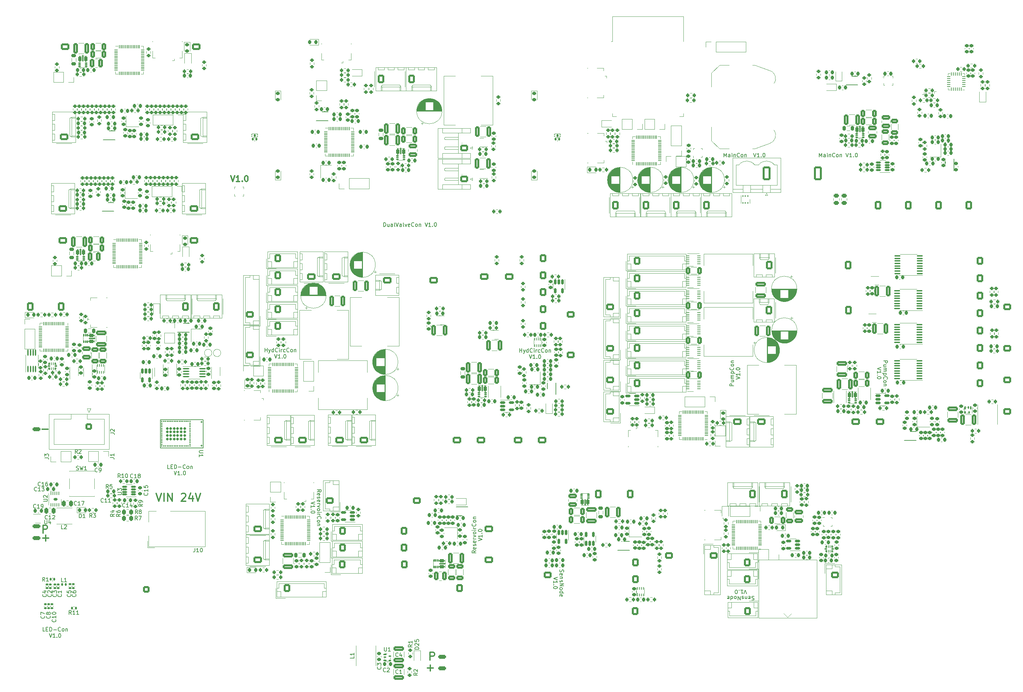
<source format=gto>
G04 #@! TF.GenerationSoftware,KiCad,Pcbnew,(6.0.7)*
G04 #@! TF.CreationDate,2022-10-27T13:12:58+02:00*
G04 #@! TF.ProjectId,stencil,7374656e-6369-46c2-9e6b-696361645f70,rev?*
G04 #@! TF.SameCoordinates,Original*
G04 #@! TF.FileFunction,Legend,Top*
G04 #@! TF.FilePolarity,Positive*
%FSLAX46Y46*%
G04 Gerber Fmt 4.6, Leading zero omitted, Abs format (unit mm)*
G04 Created by KiCad (PCBNEW (6.0.7)) date 2022-10-27 13:12:58*
%MOMM*%
%LPD*%
G01*
G04 APERTURE LIST*
G04 Aperture macros list*
%AMRoundRect*
0 Rectangle with rounded corners*
0 $1 Rounding radius*
0 $2 $3 $4 $5 $6 $7 $8 $9 X,Y pos of 4 corners*
0 Add a 4 corners polygon primitive as box body*
4,1,4,$2,$3,$4,$5,$6,$7,$8,$9,$2,$3,0*
0 Add four circle primitives for the rounded corners*
1,1,$1+$1,$2,$3*
1,1,$1+$1,$4,$5*
1,1,$1+$1,$6,$7*
1,1,$1+$1,$8,$9*
0 Add four rect primitives between the rounded corners*
20,1,$1+$1,$2,$3,$4,$5,0*
20,1,$1+$1,$4,$5,$6,$7,0*
20,1,$1+$1,$6,$7,$8,$9,0*
20,1,$1+$1,$8,$9,$2,$3,0*%
%AMFreePoly0*
4,1,32,0.469135,0.146194,0.504490,0.131549,0.531549,0.104490,0.546194,0.069135,0.550000,0.050000,0.550000,-0.050000,0.546194,-0.069135,0.531549,-0.104490,0.504490,-0.131549,0.469135,-0.146194,0.450000,-0.150000,-0.250000,-0.150000,-0.250000,-0.250000,-0.253806,-0.269135,-0.268451,-0.304490,-0.295510,-0.331549,-0.330865,-0.346194,-0.350000,-0.350000,-0.450000,-0.350000,-0.469135,-0.346194,
-0.504490,-0.331549,-0.531549,-0.304490,-0.546194,-0.269135,-0.550000,-0.250000,-0.550000,0.050000,-0.546194,0.069135,-0.531549,0.104490,-0.504490,0.131549,-0.469135,0.146194,-0.450000,0.150000,0.450000,0.150000,0.469135,0.146194,0.469135,0.146194,$1*%
G04 Aperture macros list end*
%ADD10C,0.150000*%
%ADD11C,0.300000*%
%ADD12C,0.120000*%
%ADD13RoundRect,0.140000X-0.140000X-0.170000X0.140000X-0.170000X0.140000X0.170000X-0.140000X0.170000X0*%
%ADD14RoundRect,0.250000X-0.850000X0.375000X-0.850000X-0.375000X0.850000X-0.375000X0.850000X0.375000X0*%
%ADD15RoundRect,0.250000X-0.845000X0.620000X-0.845000X-0.620000X0.845000X-0.620000X0.845000X0.620000X0*%
%ADD16O,2.190000X1.740000*%
%ADD17RoundRect,0.250000X0.845000X-0.620000X0.845000X0.620000X-0.845000X0.620000X-0.845000X-0.620000X0*%
%ADD18RoundRect,0.225000X0.250000X-0.225000X0.250000X0.225000X-0.250000X0.225000X-0.250000X-0.225000X0*%
%ADD19RoundRect,0.200000X0.275000X-0.200000X0.275000X0.200000X-0.275000X0.200000X-0.275000X-0.200000X0*%
%ADD20RoundRect,0.225000X0.225000X0.250000X-0.225000X0.250000X-0.225000X-0.250000X0.225000X-0.250000X0*%
%ADD21RoundRect,0.200000X-0.275000X0.200000X-0.275000X-0.200000X0.275000X-0.200000X0.275000X0.200000X0*%
%ADD22R,1.600000X1.600000*%
%ADD23C,1.600000*%
%ADD24RoundRect,0.250000X-0.600000X-0.725000X0.600000X-0.725000X0.600000X0.725000X-0.600000X0.725000X0*%
%ADD25O,1.700000X1.950000*%
%ADD26RoundRect,0.200000X-0.200000X-0.275000X0.200000X-0.275000X0.200000X0.275000X-0.200000X0.275000X0*%
%ADD27C,3.200000*%
%ADD28R,0.500000X0.250000*%
%ADD29R,0.900000X1.600000*%
%ADD30RoundRect,0.200000X0.200000X0.275000X-0.200000X0.275000X-0.200000X-0.275000X0.200000X-0.275000X0*%
%ADD31RoundRect,0.225000X-0.225000X-0.250000X0.225000X-0.250000X0.225000X0.250000X-0.225000X0.250000X0*%
%ADD32RoundRect,0.250000X0.325000X0.650000X-0.325000X0.650000X-0.325000X-0.650000X0.325000X-0.650000X0*%
%ADD33RoundRect,0.225000X-0.250000X0.225000X-0.250000X-0.225000X0.250000X-0.225000X0.250000X0.225000X0*%
%ADD34R,0.300000X0.750000*%
%ADD35R,1.700000X0.300000*%
%ADD36RoundRect,0.150000X0.512500X0.150000X-0.512500X0.150000X-0.512500X-0.150000X0.512500X-0.150000X0*%
%ADD37RoundRect,0.250000X1.100000X-0.325000X1.100000X0.325000X-1.100000X0.325000X-1.100000X-0.325000X0*%
%ADD38R,0.300000X0.800000*%
%ADD39R,0.450000X0.600000*%
%ADD40R,0.600000X0.450000*%
%ADD41RoundRect,0.218750X0.218750X0.256250X-0.218750X0.256250X-0.218750X-0.256250X0.218750X-0.256250X0*%
%ADD42RoundRect,0.050000X0.387500X0.050000X-0.387500X0.050000X-0.387500X-0.050000X0.387500X-0.050000X0*%
%ADD43RoundRect,0.050000X0.050000X0.387500X-0.050000X0.387500X-0.050000X-0.387500X0.050000X-0.387500X0*%
%ADD44R,3.200000X3.200000*%
%ADD45RoundRect,0.250000X0.620000X0.845000X-0.620000X0.845000X-0.620000X-0.845000X0.620000X-0.845000X0*%
%ADD46O,1.740000X2.190000*%
%ADD47RoundRect,0.250000X0.725000X-0.600000X0.725000X0.600000X-0.725000X0.600000X-0.725000X-0.600000X0*%
%ADD48O,1.950000X1.700000*%
%ADD49R,0.330200X0.304800*%
%ADD50R,0.304800X0.330200*%
%ADD51R,1.700000X1.700000*%
%ADD52O,1.700000X1.700000*%
%ADD53R,4.000000X1.500000*%
%ADD54RoundRect,0.250000X-0.620000X-0.845000X0.620000X-0.845000X0.620000X0.845000X-0.620000X0.845000X0*%
%ADD55RoundRect,0.250000X-0.650000X0.325000X-0.650000X-0.325000X0.650000X-0.325000X0.650000X0.325000X0*%
%ADD56RoundRect,0.250000X-0.600000X-0.750000X0.600000X-0.750000X0.600000X0.750000X-0.600000X0.750000X0*%
%ADD57O,1.700000X2.000000*%
%ADD58RoundRect,0.250000X-0.725000X0.600000X-0.725000X-0.600000X0.725000X-0.600000X0.725000X0.600000X0*%
%ADD59RoundRect,0.100000X-0.300000X-0.050000X0.300000X-0.050000X0.300000X0.050000X-0.300000X0.050000X0*%
%ADD60RoundRect,0.100000X-0.250000X-0.050000X0.250000X-0.050000X0.250000X0.050000X-0.250000X0.050000X0*%
%ADD61FreePoly0,0.000000*%
%ADD62RoundRect,0.200000X-0.525000X0.200000X-0.525000X-0.200000X0.525000X-0.200000X0.525000X0.200000X0*%
%ADD63RoundRect,0.075000X-0.075000X0.225000X-0.075000X-0.225000X0.075000X-0.225000X0.075000X0.225000X0*%
%ADD64RoundRect,0.075000X-0.787500X0.075000X-0.787500X-0.075000X0.787500X-0.075000X0.787500X0.075000X0*%
%ADD65RoundRect,0.218750X-0.256250X0.218750X-0.256250X-0.218750X0.256250X-0.218750X0.256250X0.218750X0*%
%ADD66RoundRect,0.218750X-0.381250X0.218750X-0.381250X-0.218750X0.381250X-0.218750X0.381250X0.218750X0*%
%ADD67RoundRect,0.062500X0.350000X0.062500X-0.350000X0.062500X-0.350000X-0.062500X0.350000X-0.062500X0*%
%ADD68R,1.700000X2.500000*%
%ADD69RoundRect,0.250000X-0.325000X-0.650000X0.325000X-0.650000X0.325000X0.650000X-0.325000X0.650000X0*%
%ADD70RoundRect,0.140000X-0.170000X0.140000X-0.170000X-0.140000X0.170000X-0.140000X0.170000X0.140000X0*%
%ADD71RoundRect,0.250000X0.325000X1.100000X-0.325000X1.100000X-0.325000X-1.100000X0.325000X-1.100000X0*%
%ADD72R,5.080000X1.270000*%
%ADD73C,17.800000*%
%ADD74R,2.700000X0.800000*%
%ADD75RoundRect,0.125000X0.537500X0.125000X-0.537500X0.125000X-0.537500X-0.125000X0.537500X-0.125000X0*%
%ADD76R,0.750000X0.300000*%
%ADD77R,0.300000X1.700000*%
%ADD78RoundRect,0.250000X0.750000X-0.600000X0.750000X0.600000X-0.750000X0.600000X-0.750000X-0.600000X0*%
%ADD79O,2.000000X1.700000*%
%ADD80RoundRect,0.218750X0.381250X-0.218750X0.381250X0.218750X-0.381250X0.218750X-0.381250X-0.218750X0*%
%ADD81R,1.000000X1.150000*%
%ADD82R,0.650000X0.400000*%
%ADD83RoundRect,0.250000X-1.100000X0.325000X-1.100000X-0.325000X1.100000X-0.325000X1.100000X0.325000X0*%
%ADD84RoundRect,0.100000X0.637500X0.100000X-0.637500X0.100000X-0.637500X-0.100000X0.637500X-0.100000X0*%
%ADD85RoundRect,0.062500X0.062500X0.350000X-0.062500X0.350000X-0.062500X-0.350000X0.062500X-0.350000X0*%
%ADD86R,2.600000X2.600000*%
%ADD87R,1.400000X0.400000*%
%ADD88R,1.450000X1.150000*%
%ADD89R,1.900000X1.750000*%
%ADD90O,1.900000X1.050000*%
%ADD91RoundRect,0.250000X-0.750000X-0.250000X0.750000X-0.250000X0.750000X0.250000X-0.750000X0.250000X0*%
%ADD92RoundRect,0.200000X0.200000X0.525000X-0.200000X0.525000X-0.200000X-0.525000X0.200000X-0.525000X0*%
%ADD93RoundRect,0.075000X0.225000X0.075000X-0.225000X0.075000X-0.225000X-0.075000X0.225000X-0.075000X0*%
%ADD94RoundRect,0.075000X0.075000X0.787500X-0.075000X0.787500X-0.075000X-0.787500X0.075000X-0.787500X0*%
%ADD95RoundRect,0.250000X-0.325000X-1.100000X0.325000X-1.100000X0.325000X1.100000X-0.325000X1.100000X0*%
%ADD96RoundRect,0.218750X0.256250X-0.218750X0.256250X0.218750X-0.256250X0.218750X-0.256250X-0.218750X0*%
%ADD97RoundRect,0.250000X-0.375000X-0.850000X0.375000X-0.850000X0.375000X0.850000X-0.375000X0.850000X0*%
%ADD98RoundRect,0.135000X0.135000X0.185000X-0.135000X0.185000X-0.135000X-0.185000X0.135000X-0.185000X0*%
%ADD99RoundRect,0.250000X0.650000X-0.325000X0.650000X0.325000X-0.650000X0.325000X-0.650000X-0.325000X0*%
%ADD100R,1.360000X1.460000*%
%ADD101R,2.900000X5.400000*%
%ADD102RoundRect,0.050000X-0.387500X-0.050000X0.387500X-0.050000X0.387500X0.050000X-0.387500X0.050000X0*%
%ADD103RoundRect,0.050000X-0.050000X-0.387500X0.050000X-0.387500X0.050000X0.387500X-0.050000X0.387500X0*%
%ADD104RoundRect,0.200000X-0.200000X-0.525000X0.200000X-0.525000X0.200000X0.525000X-0.200000X0.525000X0*%
%ADD105RoundRect,0.075000X-0.225000X-0.075000X0.225000X-0.075000X0.225000X0.075000X-0.225000X0.075000X0*%
%ADD106RoundRect,0.075000X-0.075000X-0.787500X0.075000X-0.787500X0.075000X0.787500X-0.075000X0.787500X0*%
%ADD107RoundRect,0.150000X-0.512500X-0.150000X0.512500X-0.150000X0.512500X0.150000X-0.512500X0.150000X0*%
%ADD108R,1.150000X1.000000*%
%ADD109RoundRect,0.150000X-0.150000X0.512500X-0.150000X-0.512500X0.150000X-0.512500X0.150000X0.512500X0*%
%ADD110RoundRect,0.218750X0.218750X0.381250X-0.218750X0.381250X-0.218750X-0.381250X0.218750X-0.381250X0*%
%ADD111RoundRect,0.218750X-0.218750X-0.256250X0.218750X-0.256250X0.218750X0.256250X-0.218750X0.256250X0*%
%ADD112C,2.600000*%
%ADD113RoundRect,0.140000X0.170000X-0.140000X0.170000X0.140000X-0.170000X0.140000X-0.170000X-0.140000X0*%
%ADD114C,1.500000*%
%ADD115RoundRect,0.250000X-0.750000X0.600000X-0.750000X-0.600000X0.750000X-0.600000X0.750000X0.600000X0*%
%ADD116RoundRect,0.250000X0.450000X-0.262500X0.450000X0.262500X-0.450000X0.262500X-0.450000X-0.262500X0*%
%ADD117RoundRect,0.250000X0.850000X-0.375000X0.850000X0.375000X-0.850000X0.375000X-0.850000X-0.375000X0*%
%ADD118R,5.400000X2.900000*%
%ADD119O,0.200000X0.700000*%
%ADD120O,0.700000X0.200000*%
%ADD121R,1.000000X1.000000*%
%ADD122R,0.400000X1.400000*%
%ADD123O,1.050000X1.900000*%
%ADD124R,1.150000X1.450000*%
%ADD125R,1.750000X1.900000*%
%ADD126R,1.200000X3.700000*%
%ADD127RoundRect,0.062500X-0.062500X0.237500X-0.062500X-0.237500X0.062500X-0.237500X0.062500X0.237500X0*%
%ADD128RoundRect,0.087500X-0.212500X0.087500X-0.212500X-0.087500X0.212500X-0.087500X0.212500X0.087500X0*%
%ADD129RoundRect,0.100000X0.100000X-0.712500X0.100000X0.712500X-0.100000X0.712500X-0.100000X-0.712500X0*%
%ADD130RoundRect,0.055000X-0.145000X-0.055000X0.145000X-0.055000X0.145000X0.055000X-0.145000X0.055000X0*%
%ADD131RoundRect,0.137500X-0.137500X-0.237500X0.137500X-0.237500X0.137500X0.237500X-0.137500X0.237500X0*%
%ADD132RoundRect,0.100000X-0.712500X-0.100000X0.712500X-0.100000X0.712500X0.100000X-0.712500X0.100000X0*%
%ADD133O,1.600000X2.500000*%
%ADD134O,3.500000X7.000000*%
%ADD135RoundRect,0.075000X0.075000X-0.225000X0.075000X0.225000X-0.075000X0.225000X-0.075000X-0.225000X0*%
%ADD136RoundRect,0.062500X0.062500X-0.237500X0.062500X0.237500X-0.062500X0.237500X-0.062500X-0.237500X0*%
%ADD137RoundRect,0.087500X0.212500X-0.087500X0.212500X0.087500X-0.212500X0.087500X-0.212500X-0.087500X0*%
%ADD138RoundRect,0.100000X-0.050000X0.300000X-0.050000X-0.300000X0.050000X-0.300000X0.050000X0.300000X0*%
%ADD139RoundRect,0.100000X-0.050000X0.250000X-0.050000X-0.250000X0.050000X-0.250000X0.050000X0.250000X0*%
%ADD140FreePoly0,270.000000*%
%ADD141R,2.000000X0.900000*%
%ADD142R,0.900000X2.000000*%
%ADD143R,5.000000X5.000000*%
%ADD144RoundRect,0.062500X0.062500X-0.337500X0.062500X0.337500X-0.062500X0.337500X-0.062500X-0.337500X0*%
%ADD145RoundRect,0.062500X0.062500X-0.287500X0.062500X0.287500X-0.062500X0.287500X-0.062500X-0.287500X0*%
%ADD146RoundRect,0.050000X0.050000X-0.387500X0.050000X0.387500X-0.050000X0.387500X-0.050000X-0.387500X0*%
%ADD147RoundRect,0.050000X0.387500X-0.050000X0.387500X0.050000X-0.387500X0.050000X-0.387500X-0.050000X0*%
%ADD148RoundRect,0.250000X0.600000X0.750000X-0.600000X0.750000X-0.600000X-0.750000X0.600000X-0.750000X0*%
%ADD149RoundRect,0.249999X0.790001X1.550001X-0.790001X1.550001X-0.790001X-1.550001X0.790001X-1.550001X0*%
%ADD150O,2.080000X3.600000*%
%ADD151RoundRect,0.250000X-0.262500X-0.450000X0.262500X-0.450000X0.262500X0.450000X-0.262500X0.450000X0*%
%ADD152RoundRect,0.250000X0.250000X0.475000X-0.250000X0.475000X-0.250000X-0.475000X0.250000X-0.475000X0*%
%ADD153RoundRect,0.087500X-0.087500X0.087500X-0.087500X-0.087500X0.087500X-0.087500X0.087500X0.087500X0*%
%ADD154RoundRect,0.075000X-0.075000X0.100000X-0.075000X-0.100000X0.075000X-0.100000X0.075000X0.100000X0*%
%ADD155RoundRect,0.075000X-0.100000X-0.075000X0.100000X-0.075000X0.100000X0.075000X-0.100000X0.075000X0*%
%ADD156RoundRect,0.075000X0.075000X-0.100000X0.075000X0.100000X-0.075000X0.100000X-0.075000X-0.100000X0*%
%ADD157RoundRect,0.075000X0.100000X0.075000X-0.100000X0.075000X-0.100000X-0.075000X0.100000X-0.075000X0*%
%ADD158RoundRect,0.150000X0.150000X0.150000X-0.150000X0.150000X-0.150000X-0.150000X0.150000X-0.150000X0*%
%ADD159RoundRect,0.107500X0.107500X0.107500X-0.107500X0.107500X-0.107500X-0.107500X0.107500X-0.107500X0*%
%ADD160RoundRect,0.050000X-0.050000X0.387500X-0.050000X-0.387500X0.050000X-0.387500X0.050000X0.387500X0*%
%ADD161RoundRect,0.050000X-0.387500X0.050000X-0.387500X-0.050000X0.387500X-0.050000X0.387500X0.050000X0*%
%ADD162R,1.550000X1.300000*%
%ADD163RoundRect,0.140000X0.140000X0.170000X-0.140000X0.170000X-0.140000X-0.170000X0.140000X-0.170000X0*%
%ADD164RoundRect,0.062500X-0.062500X0.337500X-0.062500X-0.337500X0.062500X-0.337500X0.062500X0.337500X0*%
%ADD165RoundRect,0.062500X-0.062500X0.287500X-0.062500X-0.287500X0.062500X-0.287500X0.062500X0.287500X0*%
%ADD166RoundRect,0.062500X-0.062500X0.350000X-0.062500X-0.350000X0.062500X-0.350000X0.062500X0.350000X0*%
%ADD167RoundRect,0.155000X-0.335000X0.155000X-0.335000X-0.155000X0.335000X-0.155000X0.335000X0.155000X0*%
%ADD168R,0.400000X0.250000*%
%ADD169R,0.400000X0.700000*%
%ADD170RoundRect,0.147500X-0.147500X-0.172500X0.147500X-0.172500X0.147500X0.172500X-0.147500X0.172500X0*%
%ADD171RoundRect,0.150000X0.150000X-0.512500X0.150000X0.512500X-0.150000X0.512500X-0.150000X-0.512500X0*%
%ADD172RoundRect,0.093750X-0.106250X0.093750X-0.106250X-0.093750X0.106250X-0.093750X0.106250X0.093750X0*%
%ADD173R,1.600000X1.000000*%
%ADD174R,1.100000X0.600000*%
%ADD175RoundRect,0.250000X-0.600000X0.600000X-0.600000X-0.600000X0.600000X-0.600000X0.600000X0.600000X0*%
%ADD176C,1.700000*%
%ADD177RoundRect,0.250000X0.600000X0.725000X-0.600000X0.725000X-0.600000X-0.725000X0.600000X-0.725000X0*%
%ADD178RoundRect,0.249999X-0.790001X-1.550001X0.790001X-1.550001X0.790001X1.550001X-0.790001X1.550001X0*%
G04 APERTURE END LIST*
D10*
X76644643Y-206789418D02*
X76168452Y-206789418D01*
X76168452Y-205789418D01*
X76977976Y-206265609D02*
X77311310Y-206265609D01*
X77454167Y-206789418D02*
X76977976Y-206789418D01*
X76977976Y-205789418D01*
X77454167Y-205789418D01*
X77882738Y-206789418D02*
X77882738Y-205789418D01*
X78120833Y-205789418D01*
X78263690Y-205837038D01*
X78358929Y-205932276D01*
X78406548Y-206027514D01*
X78454167Y-206217990D01*
X78454167Y-206360847D01*
X78406548Y-206551323D01*
X78358929Y-206646561D01*
X78263690Y-206741799D01*
X78120833Y-206789418D01*
X77882738Y-206789418D01*
X78882738Y-206408466D02*
X79644643Y-206408466D01*
X80692262Y-206694180D02*
X80644643Y-206741799D01*
X80501786Y-206789418D01*
X80406548Y-206789418D01*
X80263690Y-206741799D01*
X80168452Y-206646561D01*
X80120833Y-206551323D01*
X80073214Y-206360847D01*
X80073214Y-206217990D01*
X80120833Y-206027514D01*
X80168452Y-205932276D01*
X80263690Y-205837038D01*
X80406548Y-205789418D01*
X80501786Y-205789418D01*
X80644643Y-205837038D01*
X80692262Y-205884657D01*
X81263690Y-206789418D02*
X81168452Y-206741799D01*
X81120833Y-206694180D01*
X81073214Y-206598942D01*
X81073214Y-206313228D01*
X81120833Y-206217990D01*
X81168452Y-206170371D01*
X81263690Y-206122752D01*
X81406548Y-206122752D01*
X81501786Y-206170371D01*
X81549405Y-206217990D01*
X81597024Y-206313228D01*
X81597024Y-206598942D01*
X81549405Y-206694180D01*
X81501786Y-206741799D01*
X81406548Y-206789418D01*
X81263690Y-206789418D01*
X82025595Y-206122752D02*
X82025595Y-206789418D01*
X82025595Y-206217990D02*
X82073214Y-206170371D01*
X82168452Y-206122752D01*
X82311310Y-206122752D01*
X82406548Y-206170371D01*
X82454167Y-206265609D01*
X82454167Y-206789418D01*
X77787500Y-207399418D02*
X78120833Y-208399418D01*
X78454167Y-207399418D01*
X79311310Y-208399418D02*
X78739881Y-208399418D01*
X79025595Y-208399418D02*
X79025595Y-207399418D01*
X78930357Y-207542276D01*
X78835119Y-207637514D01*
X78739881Y-207685133D01*
X79739881Y-208304180D02*
X79787500Y-208351799D01*
X79739881Y-208399418D01*
X79692262Y-208351799D01*
X79739881Y-208304180D01*
X79739881Y-208399418D01*
X80406548Y-207399418D02*
X80501786Y-207399418D01*
X80597024Y-207447038D01*
X80644643Y-207494657D01*
X80692262Y-207589895D01*
X80739881Y-207780371D01*
X80739881Y-208018466D01*
X80692262Y-208208942D01*
X80644643Y-208304180D01*
X80597024Y-208351799D01*
X80501786Y-208399418D01*
X80406548Y-208399418D01*
X80311310Y-208351799D01*
X80263690Y-208304180D01*
X80216071Y-208208942D01*
X80168452Y-208018466D01*
X80168452Y-207780371D01*
X80216071Y-207589895D01*
X80263690Y-207494657D01*
X80311310Y-207447038D01*
X80406548Y-207399418D01*
D11*
X124545595Y-89528571D02*
X125045595Y-91028571D01*
X125545595Y-89528571D01*
X126831310Y-91028571D02*
X125974167Y-91028571D01*
X126402738Y-91028571D02*
X126402738Y-89528571D01*
X126259881Y-89742857D01*
X126117024Y-89885714D01*
X125974167Y-89957142D01*
X127474167Y-90885714D02*
X127545595Y-90957142D01*
X127474167Y-91028571D01*
X127402738Y-90957142D01*
X127474167Y-90885714D01*
X127474167Y-91028571D01*
X128474167Y-89528571D02*
X128617024Y-89528571D01*
X128759881Y-89600000D01*
X128831310Y-89671428D01*
X128902738Y-89814285D01*
X128974167Y-90100000D01*
X128974167Y-90457142D01*
X128902738Y-90742857D01*
X128831310Y-90885714D01*
X128759881Y-90957142D01*
X128617024Y-91028571D01*
X128474167Y-91028571D01*
X128331310Y-90957142D01*
X128259881Y-90885714D01*
X128188452Y-90742857D01*
X128117024Y-90457142D01*
X128117024Y-90100000D01*
X128188452Y-89814285D01*
X128259881Y-89671428D01*
X128331310Y-89600000D01*
X128474167Y-89528571D01*
D10*
X198926310Y-135009880D02*
X198926310Y-134009880D01*
X198926310Y-134486071D02*
X199497738Y-134486071D01*
X199497738Y-135009880D02*
X199497738Y-134009880D01*
X199878690Y-134343214D02*
X200116786Y-135009880D01*
X200354881Y-134343214D02*
X200116786Y-135009880D01*
X200021548Y-135247976D01*
X199973929Y-135295595D01*
X199878690Y-135343214D01*
X201164405Y-135009880D02*
X201164405Y-134009880D01*
X201164405Y-134962261D02*
X201069167Y-135009880D01*
X200878690Y-135009880D01*
X200783452Y-134962261D01*
X200735833Y-134914642D01*
X200688214Y-134819404D01*
X200688214Y-134533690D01*
X200735833Y-134438452D01*
X200783452Y-134390833D01*
X200878690Y-134343214D01*
X201069167Y-134343214D01*
X201164405Y-134390833D01*
X202212024Y-134914642D02*
X202164405Y-134962261D01*
X202021548Y-135009880D01*
X201926310Y-135009880D01*
X201783452Y-134962261D01*
X201688214Y-134867023D01*
X201640595Y-134771785D01*
X201592976Y-134581309D01*
X201592976Y-134438452D01*
X201640595Y-134247976D01*
X201688214Y-134152738D01*
X201783452Y-134057500D01*
X201926310Y-134009880D01*
X202021548Y-134009880D01*
X202164405Y-134057500D01*
X202212024Y-134105119D01*
X202640595Y-135009880D02*
X202640595Y-134343214D01*
X202640595Y-134009880D02*
X202592976Y-134057500D01*
X202640595Y-134105119D01*
X202688214Y-134057500D01*
X202640595Y-134009880D01*
X202640595Y-134105119D01*
X203116786Y-135009880D02*
X203116786Y-134343214D01*
X203116786Y-134533690D02*
X203164405Y-134438452D01*
X203212024Y-134390833D01*
X203307262Y-134343214D01*
X203402500Y-134343214D01*
X204164405Y-134962261D02*
X204069167Y-135009880D01*
X203878690Y-135009880D01*
X203783452Y-134962261D01*
X203735833Y-134914642D01*
X203688214Y-134819404D01*
X203688214Y-134533690D01*
X203735833Y-134438452D01*
X203783452Y-134390833D01*
X203878690Y-134343214D01*
X204069167Y-134343214D01*
X204164405Y-134390833D01*
X205164405Y-134914642D02*
X205116786Y-134962261D01*
X204973929Y-135009880D01*
X204878690Y-135009880D01*
X204735833Y-134962261D01*
X204640595Y-134867023D01*
X204592976Y-134771785D01*
X204545357Y-134581309D01*
X204545357Y-134438452D01*
X204592976Y-134247976D01*
X204640595Y-134152738D01*
X204735833Y-134057500D01*
X204878690Y-134009880D01*
X204973929Y-134009880D01*
X205116786Y-134057500D01*
X205164405Y-134105119D01*
X205735833Y-135009880D02*
X205640595Y-134962261D01*
X205592976Y-134914642D01*
X205545357Y-134819404D01*
X205545357Y-134533690D01*
X205592976Y-134438452D01*
X205640595Y-134390833D01*
X205735833Y-134343214D01*
X205878690Y-134343214D01*
X205973929Y-134390833D01*
X206021548Y-134438452D01*
X206069167Y-134533690D01*
X206069167Y-134819404D01*
X206021548Y-134914642D01*
X205973929Y-134962261D01*
X205878690Y-135009880D01*
X205735833Y-135009880D01*
X206497738Y-134343214D02*
X206497738Y-135009880D01*
X206497738Y-134438452D02*
X206545357Y-134390833D01*
X206640595Y-134343214D01*
X206783452Y-134343214D01*
X206878690Y-134390833D01*
X206926310Y-134486071D01*
X206926310Y-135009880D01*
X201402500Y-135619880D02*
X201735833Y-136619880D01*
X202069167Y-135619880D01*
X202926310Y-136619880D02*
X202354881Y-136619880D01*
X202640595Y-136619880D02*
X202640595Y-135619880D01*
X202545357Y-135762738D01*
X202450119Y-135857976D01*
X202354881Y-135905595D01*
X203354881Y-136524642D02*
X203402500Y-136572261D01*
X203354881Y-136619880D01*
X203307262Y-136572261D01*
X203354881Y-136524642D01*
X203354881Y-136619880D01*
X204021548Y-135619880D02*
X204116786Y-135619880D01*
X204212024Y-135667500D01*
X204259643Y-135715119D01*
X204307262Y-135810357D01*
X204354881Y-136000833D01*
X204354881Y-136238928D01*
X204307262Y-136429404D01*
X204259643Y-136524642D01*
X204212024Y-136572261D01*
X204116786Y-136619880D01*
X204021548Y-136619880D01*
X203926310Y-136572261D01*
X203878690Y-136524642D01*
X203831071Y-136429404D01*
X203783452Y-136238928D01*
X203783452Y-136000833D01*
X203831071Y-135810357D01*
X203878690Y-135715119D01*
X203926310Y-135667500D01*
X204021548Y-135619880D01*
X251567619Y-84722380D02*
X251567619Y-83722380D01*
X251900952Y-84436666D01*
X252234285Y-83722380D01*
X252234285Y-84722380D01*
X253139047Y-84722380D02*
X253139047Y-84198571D01*
X253091428Y-84103333D01*
X252996190Y-84055714D01*
X252805714Y-84055714D01*
X252710476Y-84103333D01*
X253139047Y-84674761D02*
X253043809Y-84722380D01*
X252805714Y-84722380D01*
X252710476Y-84674761D01*
X252662857Y-84579523D01*
X252662857Y-84484285D01*
X252710476Y-84389047D01*
X252805714Y-84341428D01*
X253043809Y-84341428D01*
X253139047Y-84293809D01*
X253615238Y-84722380D02*
X253615238Y-84055714D01*
X253615238Y-83722380D02*
X253567619Y-83770000D01*
X253615238Y-83817619D01*
X253662857Y-83770000D01*
X253615238Y-83722380D01*
X253615238Y-83817619D01*
X254091428Y-84055714D02*
X254091428Y-84722380D01*
X254091428Y-84150952D02*
X254139047Y-84103333D01*
X254234285Y-84055714D01*
X254377142Y-84055714D01*
X254472380Y-84103333D01*
X254520000Y-84198571D01*
X254520000Y-84722380D01*
X255567619Y-84627142D02*
X255520000Y-84674761D01*
X255377142Y-84722380D01*
X255281904Y-84722380D01*
X255139047Y-84674761D01*
X255043809Y-84579523D01*
X254996190Y-84484285D01*
X254948571Y-84293809D01*
X254948571Y-84150952D01*
X254996190Y-83960476D01*
X255043809Y-83865238D01*
X255139047Y-83770000D01*
X255281904Y-83722380D01*
X255377142Y-83722380D01*
X255520000Y-83770000D01*
X255567619Y-83817619D01*
X256139047Y-84722380D02*
X256043809Y-84674761D01*
X255996190Y-84627142D01*
X255948571Y-84531904D01*
X255948571Y-84246190D01*
X255996190Y-84150952D01*
X256043809Y-84103333D01*
X256139047Y-84055714D01*
X256281904Y-84055714D01*
X256377142Y-84103333D01*
X256424761Y-84150952D01*
X256472380Y-84246190D01*
X256472380Y-84531904D01*
X256424761Y-84627142D01*
X256377142Y-84674761D01*
X256281904Y-84722380D01*
X256139047Y-84722380D01*
X256900952Y-84055714D02*
X256900952Y-84722380D01*
X256900952Y-84150952D02*
X256948571Y-84103333D01*
X257043809Y-84055714D01*
X257186666Y-84055714D01*
X257281904Y-84103333D01*
X257329523Y-84198571D01*
X257329523Y-84722380D01*
X259186666Y-83722380D02*
X259520000Y-84722380D01*
X259853333Y-83722380D01*
X260710476Y-84722380D02*
X260139047Y-84722380D01*
X260424761Y-84722380D02*
X260424761Y-83722380D01*
X260329523Y-83865238D01*
X260234285Y-83960476D01*
X260139047Y-84008095D01*
X261139047Y-84627142D02*
X261186666Y-84674761D01*
X261139047Y-84722380D01*
X261091428Y-84674761D01*
X261139047Y-84627142D01*
X261139047Y-84722380D01*
X261805714Y-83722380D02*
X261900952Y-83722380D01*
X261996190Y-83770000D01*
X262043809Y-83817619D01*
X262091428Y-83912857D01*
X262139047Y-84103333D01*
X262139047Y-84341428D01*
X262091428Y-84531904D01*
X262043809Y-84627142D01*
X261996190Y-84674761D01*
X261900952Y-84722380D01*
X261805714Y-84722380D01*
X261710476Y-84674761D01*
X261662857Y-84627142D01*
X261615238Y-84531904D01*
X261567619Y-84341428D01*
X261567619Y-84103333D01*
X261615238Y-83912857D01*
X261662857Y-83817619D01*
X261710476Y-83770000D01*
X261805714Y-83722380D01*
D11*
X105337024Y-171314761D02*
X106003690Y-173314761D01*
X106670357Y-171314761D01*
X107337024Y-173314761D02*
X107337024Y-171314761D01*
X108289405Y-173314761D02*
X108289405Y-171314761D01*
X109432262Y-173314761D01*
X109432262Y-171314761D01*
X111813214Y-171505238D02*
X111908452Y-171410000D01*
X112098929Y-171314761D01*
X112575119Y-171314761D01*
X112765595Y-171410000D01*
X112860833Y-171505238D01*
X112956071Y-171695714D01*
X112956071Y-171886190D01*
X112860833Y-172171904D01*
X111717976Y-173314761D01*
X112956071Y-173314761D01*
X114670357Y-171981428D02*
X114670357Y-173314761D01*
X114194167Y-171219523D02*
X113717976Y-172648095D01*
X114956071Y-172648095D01*
X115432262Y-171314761D02*
X116098929Y-173314761D01*
X116765595Y-171314761D01*
X175139405Y-216232857D02*
X176663214Y-216232857D01*
X175901310Y-216994761D02*
X175901310Y-215470952D01*
D10*
X187658690Y-186047619D02*
X187182500Y-186380952D01*
X187658690Y-186619047D02*
X186658690Y-186619047D01*
X186658690Y-186238095D01*
X186706310Y-186142857D01*
X186753929Y-186095238D01*
X186849167Y-186047619D01*
X186992024Y-186047619D01*
X187087262Y-186095238D01*
X187134881Y-186142857D01*
X187182500Y-186238095D01*
X187182500Y-186619047D01*
X187611071Y-185238095D02*
X187658690Y-185333333D01*
X187658690Y-185523809D01*
X187611071Y-185619047D01*
X187515833Y-185666666D01*
X187134881Y-185666666D01*
X187039643Y-185619047D01*
X186992024Y-185523809D01*
X186992024Y-185333333D01*
X187039643Y-185238095D01*
X187134881Y-185190476D01*
X187230119Y-185190476D01*
X187325357Y-185666666D01*
X187611071Y-184809523D02*
X187658690Y-184714285D01*
X187658690Y-184523809D01*
X187611071Y-184428571D01*
X187515833Y-184380952D01*
X187468214Y-184380952D01*
X187372976Y-184428571D01*
X187325357Y-184523809D01*
X187325357Y-184666666D01*
X187277738Y-184761904D01*
X187182500Y-184809523D01*
X187134881Y-184809523D01*
X187039643Y-184761904D01*
X186992024Y-184666666D01*
X186992024Y-184523809D01*
X187039643Y-184428571D01*
X187611071Y-183571428D02*
X187658690Y-183666666D01*
X187658690Y-183857142D01*
X187611071Y-183952380D01*
X187515833Y-184000000D01*
X187134881Y-184000000D01*
X187039643Y-183952380D01*
X186992024Y-183857142D01*
X186992024Y-183666666D01*
X187039643Y-183571428D01*
X187134881Y-183523809D01*
X187230119Y-183523809D01*
X187325357Y-184000000D01*
X187658690Y-183095238D02*
X186992024Y-183095238D01*
X187182500Y-183095238D02*
X187087262Y-183047619D01*
X187039643Y-183000000D01*
X186992024Y-182904761D01*
X186992024Y-182809523D01*
X186992024Y-182571428D02*
X187658690Y-182333333D01*
X186992024Y-182095238D01*
X187658690Y-181571428D02*
X187611071Y-181666666D01*
X187563452Y-181714285D01*
X187468214Y-181761904D01*
X187182500Y-181761904D01*
X187087262Y-181714285D01*
X187039643Y-181666666D01*
X186992024Y-181571428D01*
X186992024Y-181428571D01*
X187039643Y-181333333D01*
X187087262Y-181285714D01*
X187182500Y-181238095D01*
X187468214Y-181238095D01*
X187563452Y-181285714D01*
X187611071Y-181333333D01*
X187658690Y-181428571D01*
X187658690Y-181571428D01*
X187658690Y-180809523D02*
X186992024Y-180809523D01*
X186658690Y-180809523D02*
X186706310Y-180857142D01*
X186753929Y-180809523D01*
X186706310Y-180761904D01*
X186658690Y-180809523D01*
X186753929Y-180809523D01*
X187658690Y-180333333D02*
X186992024Y-180333333D01*
X187182500Y-180333333D02*
X187087262Y-180285714D01*
X187039643Y-180238095D01*
X186992024Y-180142857D01*
X186992024Y-180047619D01*
X187563452Y-179142857D02*
X187611071Y-179190476D01*
X187658690Y-179333333D01*
X187658690Y-179428571D01*
X187611071Y-179571428D01*
X187515833Y-179666666D01*
X187420595Y-179714285D01*
X187230119Y-179761904D01*
X187087262Y-179761904D01*
X186896786Y-179714285D01*
X186801548Y-179666666D01*
X186706310Y-179571428D01*
X186658690Y-179428571D01*
X186658690Y-179333333D01*
X186706310Y-179190476D01*
X186753929Y-179142857D01*
X187658690Y-178571428D02*
X187611071Y-178666666D01*
X187563452Y-178714285D01*
X187468214Y-178761904D01*
X187182500Y-178761904D01*
X187087262Y-178714285D01*
X187039643Y-178666666D01*
X186992024Y-178571428D01*
X186992024Y-178428571D01*
X187039643Y-178333333D01*
X187087262Y-178285714D01*
X187182500Y-178238095D01*
X187468214Y-178238095D01*
X187563452Y-178285714D01*
X187611071Y-178333333D01*
X187658690Y-178428571D01*
X187658690Y-178571428D01*
X186992024Y-177809523D02*
X187658690Y-177809523D01*
X187087262Y-177809523D02*
X187039643Y-177761904D01*
X186992024Y-177666666D01*
X186992024Y-177523809D01*
X187039643Y-177428571D01*
X187134881Y-177380952D01*
X187658690Y-177380952D01*
X188268690Y-183523809D02*
X189268690Y-183190476D01*
X188268690Y-182857142D01*
X189268690Y-182000000D02*
X189268690Y-182571428D01*
X189268690Y-182285714D02*
X188268690Y-182285714D01*
X188411548Y-182380952D01*
X188506786Y-182476190D01*
X188554405Y-182571428D01*
X189173452Y-181571428D02*
X189221071Y-181523809D01*
X189268690Y-181571428D01*
X189221071Y-181619047D01*
X189173452Y-181571428D01*
X189268690Y-181571428D01*
X188268690Y-180904761D02*
X188268690Y-180809523D01*
X188316310Y-180714285D01*
X188363929Y-180666666D01*
X188459167Y-180619047D01*
X188649643Y-180571428D01*
X188887738Y-180571428D01*
X189078214Y-180619047D01*
X189173452Y-180666666D01*
X189221071Y-180714285D01*
X189268690Y-180809523D01*
X189268690Y-180904761D01*
X189221071Y-181000000D01*
X189173452Y-181047619D01*
X189078214Y-181095238D01*
X188887738Y-181142857D01*
X188649643Y-181142857D01*
X188459167Y-181095238D01*
X188363929Y-181047619D01*
X188316310Y-181000000D01*
X188268690Y-180904761D01*
X146803929Y-170952380D02*
X147280119Y-170619047D01*
X146803929Y-170380952D02*
X147803929Y-170380952D01*
X147803929Y-170761904D01*
X147756310Y-170857142D01*
X147708690Y-170904761D01*
X147613452Y-170952380D01*
X147470595Y-170952380D01*
X147375357Y-170904761D01*
X147327738Y-170857142D01*
X147280119Y-170761904D01*
X147280119Y-170380952D01*
X146851548Y-171761904D02*
X146803929Y-171666666D01*
X146803929Y-171476190D01*
X146851548Y-171380952D01*
X146946786Y-171333333D01*
X147327738Y-171333333D01*
X147422976Y-171380952D01*
X147470595Y-171476190D01*
X147470595Y-171666666D01*
X147422976Y-171761904D01*
X147327738Y-171809523D01*
X147232500Y-171809523D01*
X147137262Y-171333333D01*
X146851548Y-172190476D02*
X146803929Y-172285714D01*
X146803929Y-172476190D01*
X146851548Y-172571428D01*
X146946786Y-172619047D01*
X146994405Y-172619047D01*
X147089643Y-172571428D01*
X147137262Y-172476190D01*
X147137262Y-172333333D01*
X147184881Y-172238095D01*
X147280119Y-172190476D01*
X147327738Y-172190476D01*
X147422976Y-172238095D01*
X147470595Y-172333333D01*
X147470595Y-172476190D01*
X147422976Y-172571428D01*
X146851548Y-173428571D02*
X146803929Y-173333333D01*
X146803929Y-173142857D01*
X146851548Y-173047619D01*
X146946786Y-173000000D01*
X147327738Y-173000000D01*
X147422976Y-173047619D01*
X147470595Y-173142857D01*
X147470595Y-173333333D01*
X147422976Y-173428571D01*
X147327738Y-173476190D01*
X147232500Y-173476190D01*
X147137262Y-173000000D01*
X146803929Y-173904761D02*
X147470595Y-173904761D01*
X147280119Y-173904761D02*
X147375357Y-173952380D01*
X147422976Y-174000000D01*
X147470595Y-174095238D01*
X147470595Y-174190476D01*
X147470595Y-174428571D02*
X146803929Y-174666666D01*
X147470595Y-174904761D01*
X146803929Y-175428571D02*
X146851548Y-175333333D01*
X146899167Y-175285714D01*
X146994405Y-175238095D01*
X147280119Y-175238095D01*
X147375357Y-175285714D01*
X147422976Y-175333333D01*
X147470595Y-175428571D01*
X147470595Y-175571428D01*
X147422976Y-175666666D01*
X147375357Y-175714285D01*
X147280119Y-175761904D01*
X146994405Y-175761904D01*
X146899167Y-175714285D01*
X146851548Y-175666666D01*
X146803929Y-175571428D01*
X146803929Y-175428571D01*
X146803929Y-176190476D02*
X147470595Y-176190476D01*
X147803929Y-176190476D02*
X147756310Y-176142857D01*
X147708690Y-176190476D01*
X147756310Y-176238095D01*
X147803929Y-176190476D01*
X147708690Y-176190476D01*
X146803929Y-176666666D02*
X147470595Y-176666666D01*
X147280119Y-176666666D02*
X147375357Y-176714285D01*
X147422976Y-176761904D01*
X147470595Y-176857142D01*
X147470595Y-176952380D01*
X146899167Y-177857142D02*
X146851548Y-177809523D01*
X146803929Y-177666666D01*
X146803929Y-177571428D01*
X146851548Y-177428571D01*
X146946786Y-177333333D01*
X147042024Y-177285714D01*
X147232500Y-177238095D01*
X147375357Y-177238095D01*
X147565833Y-177285714D01*
X147661071Y-177333333D01*
X147756310Y-177428571D01*
X147803929Y-177571428D01*
X147803929Y-177666666D01*
X147756310Y-177809523D01*
X147708690Y-177857142D01*
X146803929Y-178428571D02*
X146851548Y-178333333D01*
X146899167Y-178285714D01*
X146994405Y-178238095D01*
X147280119Y-178238095D01*
X147375357Y-178285714D01*
X147422976Y-178333333D01*
X147470595Y-178428571D01*
X147470595Y-178571428D01*
X147422976Y-178666666D01*
X147375357Y-178714285D01*
X147280119Y-178761904D01*
X146994405Y-178761904D01*
X146899167Y-178714285D01*
X146851548Y-178666666D01*
X146803929Y-178571428D01*
X146803929Y-178428571D01*
X147470595Y-179190476D02*
X146803929Y-179190476D01*
X147375357Y-179190476D02*
X147422976Y-179238095D01*
X147470595Y-179333333D01*
X147470595Y-179476190D01*
X147422976Y-179571428D01*
X147327738Y-179619047D01*
X146803929Y-179619047D01*
X146193929Y-173476190D02*
X145193929Y-173809523D01*
X146193929Y-174142857D01*
X145193929Y-175000000D02*
X145193929Y-174428571D01*
X145193929Y-174714285D02*
X146193929Y-174714285D01*
X146051071Y-174619047D01*
X145955833Y-174523809D01*
X145908214Y-174428571D01*
X145289167Y-175428571D02*
X145241548Y-175476190D01*
X145193929Y-175428571D01*
X145241548Y-175380952D01*
X145289167Y-175428571D01*
X145193929Y-175428571D01*
X146193929Y-176095238D02*
X146193929Y-176190476D01*
X146146310Y-176285714D01*
X146098690Y-176333333D01*
X146003452Y-176380952D01*
X145812976Y-176428571D01*
X145574881Y-176428571D01*
X145384405Y-176380952D01*
X145289167Y-176333333D01*
X145241548Y-176285714D01*
X145193929Y-176190476D01*
X145193929Y-176095238D01*
X145241548Y-176000000D01*
X145289167Y-175952380D01*
X145384405Y-175904761D01*
X145574881Y-175857142D01*
X145812976Y-175857142D01*
X146003452Y-175904761D01*
X146098690Y-175952380D01*
X146146310Y-176000000D01*
X146193929Y-176095238D01*
D11*
X77663214Y-182802857D02*
X76139405Y-182802857D01*
X76901310Y-183564761D02*
X76901310Y-182040952D01*
D10*
X108784643Y-164957380D02*
X108308452Y-164957380D01*
X108308452Y-163957380D01*
X109117976Y-164433571D02*
X109451310Y-164433571D01*
X109594167Y-164957380D02*
X109117976Y-164957380D01*
X109117976Y-163957380D01*
X109594167Y-163957380D01*
X110022738Y-164957380D02*
X110022738Y-163957380D01*
X110260833Y-163957380D01*
X110403690Y-164005000D01*
X110498929Y-164100238D01*
X110546548Y-164195476D01*
X110594167Y-164385952D01*
X110594167Y-164528809D01*
X110546548Y-164719285D01*
X110498929Y-164814523D01*
X110403690Y-164909761D01*
X110260833Y-164957380D01*
X110022738Y-164957380D01*
X111022738Y-164576428D02*
X111784643Y-164576428D01*
X112832262Y-164862142D02*
X112784643Y-164909761D01*
X112641786Y-164957380D01*
X112546548Y-164957380D01*
X112403690Y-164909761D01*
X112308452Y-164814523D01*
X112260833Y-164719285D01*
X112213214Y-164528809D01*
X112213214Y-164385952D01*
X112260833Y-164195476D01*
X112308452Y-164100238D01*
X112403690Y-164005000D01*
X112546548Y-163957380D01*
X112641786Y-163957380D01*
X112784643Y-164005000D01*
X112832262Y-164052619D01*
X113403690Y-164957380D02*
X113308452Y-164909761D01*
X113260833Y-164862142D01*
X113213214Y-164766904D01*
X113213214Y-164481190D01*
X113260833Y-164385952D01*
X113308452Y-164338333D01*
X113403690Y-164290714D01*
X113546548Y-164290714D01*
X113641786Y-164338333D01*
X113689405Y-164385952D01*
X113737024Y-164481190D01*
X113737024Y-164766904D01*
X113689405Y-164862142D01*
X113641786Y-164909761D01*
X113546548Y-164957380D01*
X113403690Y-164957380D01*
X114165595Y-164290714D02*
X114165595Y-164957380D01*
X114165595Y-164385952D02*
X114213214Y-164338333D01*
X114308452Y-164290714D01*
X114451310Y-164290714D01*
X114546548Y-164338333D01*
X114594167Y-164433571D01*
X114594167Y-164957380D01*
X109927500Y-165567380D02*
X110260833Y-166567380D01*
X110594167Y-165567380D01*
X111451310Y-166567380D02*
X110879881Y-166567380D01*
X111165595Y-166567380D02*
X111165595Y-165567380D01*
X111070357Y-165710238D01*
X110975119Y-165805476D01*
X110879881Y-165853095D01*
X111879881Y-166472142D02*
X111927500Y-166519761D01*
X111879881Y-166567380D01*
X111832262Y-166519761D01*
X111879881Y-166472142D01*
X111879881Y-166567380D01*
X112546548Y-165567380D02*
X112641786Y-165567380D01*
X112737024Y-165615000D01*
X112784643Y-165662619D01*
X112832262Y-165757857D01*
X112879881Y-165948333D01*
X112879881Y-166186428D01*
X112832262Y-166376904D01*
X112784643Y-166472142D01*
X112737024Y-166519761D01*
X112641786Y-166567380D01*
X112546548Y-166567380D01*
X112451310Y-166519761D01*
X112403690Y-166472142D01*
X112356071Y-166376904D01*
X112308452Y-166186428D01*
X112308452Y-165948333D01*
X112356071Y-165757857D01*
X112403690Y-165662619D01*
X112451310Y-165615000D01*
X112546548Y-165567380D01*
X292653929Y-137171904D02*
X293653929Y-137171904D01*
X293653929Y-137552857D01*
X293606310Y-137648095D01*
X293558690Y-137695714D01*
X293463452Y-137743333D01*
X293320595Y-137743333D01*
X293225357Y-137695714D01*
X293177738Y-137648095D01*
X293130119Y-137552857D01*
X293130119Y-137171904D01*
X293320595Y-138600476D02*
X292653929Y-138600476D01*
X293320595Y-138171904D02*
X292796786Y-138171904D01*
X292701548Y-138219523D01*
X292653929Y-138314761D01*
X292653929Y-138457619D01*
X292701548Y-138552857D01*
X292749167Y-138600476D01*
X292653929Y-139076666D02*
X293320595Y-139076666D01*
X293225357Y-139076666D02*
X293272976Y-139124285D01*
X293320595Y-139219523D01*
X293320595Y-139362380D01*
X293272976Y-139457619D01*
X293177738Y-139505238D01*
X292653929Y-139505238D01*
X293177738Y-139505238D02*
X293272976Y-139552857D01*
X293320595Y-139648095D01*
X293320595Y-139790952D01*
X293272976Y-139886190D01*
X293177738Y-139933809D01*
X292653929Y-139933809D01*
X293320595Y-140410000D02*
X292320595Y-140410000D01*
X293272976Y-140410000D02*
X293320595Y-140505238D01*
X293320595Y-140695714D01*
X293272976Y-140790952D01*
X293225357Y-140838571D01*
X293130119Y-140886190D01*
X292844405Y-140886190D01*
X292749167Y-140838571D01*
X292701548Y-140790952D01*
X292653929Y-140695714D01*
X292653929Y-140505238D01*
X292701548Y-140410000D01*
X292749167Y-141886190D02*
X292701548Y-141838571D01*
X292653929Y-141695714D01*
X292653929Y-141600476D01*
X292701548Y-141457619D01*
X292796786Y-141362380D01*
X292892024Y-141314761D01*
X293082500Y-141267142D01*
X293225357Y-141267142D01*
X293415833Y-141314761D01*
X293511071Y-141362380D01*
X293606310Y-141457619D01*
X293653929Y-141600476D01*
X293653929Y-141695714D01*
X293606310Y-141838571D01*
X293558690Y-141886190D01*
X292653929Y-142457619D02*
X292701548Y-142362380D01*
X292749167Y-142314761D01*
X292844405Y-142267142D01*
X293130119Y-142267142D01*
X293225357Y-142314761D01*
X293272976Y-142362380D01*
X293320595Y-142457619D01*
X293320595Y-142600476D01*
X293272976Y-142695714D01*
X293225357Y-142743333D01*
X293130119Y-142790952D01*
X292844405Y-142790952D01*
X292749167Y-142743333D01*
X292701548Y-142695714D01*
X292653929Y-142600476D01*
X292653929Y-142457619D01*
X293320595Y-143219523D02*
X292653929Y-143219523D01*
X293225357Y-143219523D02*
X293272976Y-143267142D01*
X293320595Y-143362380D01*
X293320595Y-143505238D01*
X293272976Y-143600476D01*
X293177738Y-143648095D01*
X292653929Y-143648095D01*
X292043929Y-138886190D02*
X291043929Y-139219523D01*
X292043929Y-139552857D01*
X291043929Y-140410000D02*
X291043929Y-139838571D01*
X291043929Y-140124285D02*
X292043929Y-140124285D01*
X291901071Y-140029047D01*
X291805833Y-139933809D01*
X291758214Y-139838571D01*
X291139167Y-140838571D02*
X291091548Y-140886190D01*
X291043929Y-140838571D01*
X291091548Y-140790952D01*
X291139167Y-140838571D01*
X291043929Y-140838571D01*
X292043929Y-141505238D02*
X292043929Y-141600476D01*
X291996310Y-141695714D01*
X291948690Y-141743333D01*
X291853452Y-141790952D01*
X291662976Y-141838571D01*
X291424881Y-141838571D01*
X291234405Y-141790952D01*
X291139167Y-141743333D01*
X291091548Y-141695714D01*
X291043929Y-141600476D01*
X291043929Y-141505238D01*
X291091548Y-141410000D01*
X291139167Y-141362380D01*
X291234405Y-141314761D01*
X291424881Y-141267142D01*
X291662976Y-141267142D01*
X291853452Y-141314761D01*
X291948690Y-141362380D01*
X291996310Y-141410000D01*
X292043929Y-141505238D01*
D11*
X77463214Y-154802857D02*
X75939405Y-154802857D01*
X76177500Y-181514761D02*
X76177500Y-179514761D01*
X76939405Y-179514761D01*
X77129881Y-179610000D01*
X77225119Y-179705238D01*
X77320357Y-179895714D01*
X77320357Y-180181428D01*
X77225119Y-180371904D01*
X77129881Y-180467142D01*
X76939405Y-180562380D01*
X76177500Y-180562380D01*
D10*
X276120357Y-84722380D02*
X276120357Y-83722380D01*
X276453690Y-84436666D01*
X276787024Y-83722380D01*
X276787024Y-84722380D01*
X277691786Y-84722380D02*
X277691786Y-84198571D01*
X277644167Y-84103333D01*
X277548929Y-84055714D01*
X277358452Y-84055714D01*
X277263214Y-84103333D01*
X277691786Y-84674761D02*
X277596548Y-84722380D01*
X277358452Y-84722380D01*
X277263214Y-84674761D01*
X277215595Y-84579523D01*
X277215595Y-84484285D01*
X277263214Y-84389047D01*
X277358452Y-84341428D01*
X277596548Y-84341428D01*
X277691786Y-84293809D01*
X278167976Y-84722380D02*
X278167976Y-84055714D01*
X278167976Y-83722380D02*
X278120357Y-83770000D01*
X278167976Y-83817619D01*
X278215595Y-83770000D01*
X278167976Y-83722380D01*
X278167976Y-83817619D01*
X278644167Y-84055714D02*
X278644167Y-84722380D01*
X278644167Y-84150952D02*
X278691786Y-84103333D01*
X278787024Y-84055714D01*
X278929881Y-84055714D01*
X279025119Y-84103333D01*
X279072738Y-84198571D01*
X279072738Y-84722380D01*
X280120357Y-84627142D02*
X280072738Y-84674761D01*
X279929881Y-84722380D01*
X279834643Y-84722380D01*
X279691786Y-84674761D01*
X279596548Y-84579523D01*
X279548929Y-84484285D01*
X279501310Y-84293809D01*
X279501310Y-84150952D01*
X279548929Y-83960476D01*
X279596548Y-83865238D01*
X279691786Y-83770000D01*
X279834643Y-83722380D01*
X279929881Y-83722380D01*
X280072738Y-83770000D01*
X280120357Y-83817619D01*
X280691786Y-84722380D02*
X280596548Y-84674761D01*
X280548929Y-84627142D01*
X280501310Y-84531904D01*
X280501310Y-84246190D01*
X280548929Y-84150952D01*
X280596548Y-84103333D01*
X280691786Y-84055714D01*
X280834643Y-84055714D01*
X280929881Y-84103333D01*
X280977500Y-84150952D01*
X281025119Y-84246190D01*
X281025119Y-84531904D01*
X280977500Y-84627142D01*
X280929881Y-84674761D01*
X280834643Y-84722380D01*
X280691786Y-84722380D01*
X281453690Y-84055714D02*
X281453690Y-84722380D01*
X281453690Y-84150952D02*
X281501310Y-84103333D01*
X281596548Y-84055714D01*
X281739405Y-84055714D01*
X281834643Y-84103333D01*
X281882262Y-84198571D01*
X281882262Y-84722380D01*
X282977500Y-83722380D02*
X283310833Y-84722380D01*
X283644167Y-83722380D01*
X284501310Y-84722380D02*
X283929881Y-84722380D01*
X284215595Y-84722380D02*
X284215595Y-83722380D01*
X284120357Y-83865238D01*
X284025119Y-83960476D01*
X283929881Y-84008095D01*
X284929881Y-84627142D02*
X284977500Y-84674761D01*
X284929881Y-84722380D01*
X284882262Y-84674761D01*
X284929881Y-84627142D01*
X284929881Y-84722380D01*
X285596548Y-83722380D02*
X285691786Y-83722380D01*
X285787024Y-83770000D01*
X285834643Y-83817619D01*
X285882262Y-83912857D01*
X285929881Y-84103333D01*
X285929881Y-84341428D01*
X285882262Y-84531904D01*
X285834643Y-84627142D01*
X285787024Y-84674761D01*
X285691786Y-84722380D01*
X285596548Y-84722380D01*
X285501310Y-84674761D01*
X285453690Y-84627142D01*
X285406071Y-84531904D01*
X285358452Y-84341428D01*
X285358452Y-84103333D01*
X285406071Y-83912857D01*
X285453690Y-83817619D01*
X285501310Y-83770000D01*
X285596548Y-83722380D01*
X133316310Y-134909880D02*
X133316310Y-133909880D01*
X133316310Y-134386071D02*
X133887738Y-134386071D01*
X133887738Y-134909880D02*
X133887738Y-133909880D01*
X134268690Y-134243214D02*
X134506786Y-134909880D01*
X134744881Y-134243214D02*
X134506786Y-134909880D01*
X134411548Y-135147976D01*
X134363929Y-135195595D01*
X134268690Y-135243214D01*
X135554405Y-134909880D02*
X135554405Y-133909880D01*
X135554405Y-134862261D02*
X135459167Y-134909880D01*
X135268690Y-134909880D01*
X135173452Y-134862261D01*
X135125833Y-134814642D01*
X135078214Y-134719404D01*
X135078214Y-134433690D01*
X135125833Y-134338452D01*
X135173452Y-134290833D01*
X135268690Y-134243214D01*
X135459167Y-134243214D01*
X135554405Y-134290833D01*
X136602024Y-134814642D02*
X136554405Y-134862261D01*
X136411548Y-134909880D01*
X136316310Y-134909880D01*
X136173452Y-134862261D01*
X136078214Y-134767023D01*
X136030595Y-134671785D01*
X135982976Y-134481309D01*
X135982976Y-134338452D01*
X136030595Y-134147976D01*
X136078214Y-134052738D01*
X136173452Y-133957500D01*
X136316310Y-133909880D01*
X136411548Y-133909880D01*
X136554405Y-133957500D01*
X136602024Y-134005119D01*
X137030595Y-134909880D02*
X137030595Y-134243214D01*
X137030595Y-133909880D02*
X136982976Y-133957500D01*
X137030595Y-134005119D01*
X137078214Y-133957500D01*
X137030595Y-133909880D01*
X137030595Y-134005119D01*
X137506786Y-134909880D02*
X137506786Y-134243214D01*
X137506786Y-134433690D02*
X137554405Y-134338452D01*
X137602024Y-134290833D01*
X137697262Y-134243214D01*
X137792500Y-134243214D01*
X138554405Y-134862261D02*
X138459167Y-134909880D01*
X138268690Y-134909880D01*
X138173452Y-134862261D01*
X138125833Y-134814642D01*
X138078214Y-134719404D01*
X138078214Y-134433690D01*
X138125833Y-134338452D01*
X138173452Y-134290833D01*
X138268690Y-134243214D01*
X138459167Y-134243214D01*
X138554405Y-134290833D01*
X139554405Y-134814642D02*
X139506786Y-134862261D01*
X139363929Y-134909880D01*
X139268690Y-134909880D01*
X139125833Y-134862261D01*
X139030595Y-134767023D01*
X138982976Y-134671785D01*
X138935357Y-134481309D01*
X138935357Y-134338452D01*
X138982976Y-134147976D01*
X139030595Y-134052738D01*
X139125833Y-133957500D01*
X139268690Y-133909880D01*
X139363929Y-133909880D01*
X139506786Y-133957500D01*
X139554405Y-134005119D01*
X140125833Y-134909880D02*
X140030595Y-134862261D01*
X139982976Y-134814642D01*
X139935357Y-134719404D01*
X139935357Y-134433690D01*
X139982976Y-134338452D01*
X140030595Y-134290833D01*
X140125833Y-134243214D01*
X140268690Y-134243214D01*
X140363929Y-134290833D01*
X140411548Y-134338452D01*
X140459167Y-134433690D01*
X140459167Y-134719404D01*
X140411548Y-134814642D01*
X140363929Y-134862261D01*
X140268690Y-134909880D01*
X140125833Y-134909880D01*
X140887738Y-134243214D02*
X140887738Y-134909880D01*
X140887738Y-134338452D02*
X140935357Y-134290833D01*
X141030595Y-134243214D01*
X141173452Y-134243214D01*
X141268690Y-134290833D01*
X141316310Y-134386071D01*
X141316310Y-134909880D01*
X135792500Y-135519880D02*
X136125833Y-136519880D01*
X136459167Y-135519880D01*
X137316310Y-136519880D02*
X136744881Y-136519880D01*
X137030595Y-136519880D02*
X137030595Y-135519880D01*
X136935357Y-135662738D01*
X136840119Y-135757976D01*
X136744881Y-135805595D01*
X137744881Y-136424642D02*
X137792500Y-136472261D01*
X137744881Y-136519880D01*
X137697262Y-136472261D01*
X137744881Y-136424642D01*
X137744881Y-136519880D01*
X138411548Y-135519880D02*
X138506786Y-135519880D01*
X138602024Y-135567500D01*
X138649643Y-135615119D01*
X138697262Y-135710357D01*
X138744881Y-135900833D01*
X138744881Y-136138928D01*
X138697262Y-136329404D01*
X138649643Y-136424642D01*
X138602024Y-136472261D01*
X138506786Y-136519880D01*
X138411548Y-136519880D01*
X138316310Y-136472261D01*
X138268690Y-136424642D01*
X138221071Y-136329404D01*
X138173452Y-136138928D01*
X138173452Y-135900833D01*
X138221071Y-135710357D01*
X138268690Y-135615119D01*
X138316310Y-135567500D01*
X138411548Y-135519880D01*
D11*
X175877500Y-214194761D02*
X175877500Y-212194761D01*
X176639405Y-212194761D01*
X176829881Y-212290000D01*
X176925119Y-212385238D01*
X177020357Y-212575714D01*
X177020357Y-212861428D01*
X176925119Y-213051904D01*
X176829881Y-213147142D01*
X176639405Y-213242380D01*
X175877500Y-213242380D01*
D10*
X254068690Y-143648095D02*
X253068690Y-143648095D01*
X253068690Y-143267142D01*
X253116310Y-143171904D01*
X253163929Y-143124285D01*
X253259167Y-143076666D01*
X253402024Y-143076666D01*
X253497262Y-143124285D01*
X253544881Y-143171904D01*
X253592500Y-143267142D01*
X253592500Y-143648095D01*
X253402024Y-142219523D02*
X254068690Y-142219523D01*
X253402024Y-142648095D02*
X253925833Y-142648095D01*
X254021071Y-142600476D01*
X254068690Y-142505238D01*
X254068690Y-142362380D01*
X254021071Y-142267142D01*
X253973452Y-142219523D01*
X254068690Y-141743333D02*
X253402024Y-141743333D01*
X253497262Y-141743333D02*
X253449643Y-141695714D01*
X253402024Y-141600476D01*
X253402024Y-141457619D01*
X253449643Y-141362380D01*
X253544881Y-141314761D01*
X254068690Y-141314761D01*
X253544881Y-141314761D02*
X253449643Y-141267142D01*
X253402024Y-141171904D01*
X253402024Y-141029047D01*
X253449643Y-140933809D01*
X253544881Y-140886190D01*
X254068690Y-140886190D01*
X253402024Y-140410000D02*
X254402024Y-140410000D01*
X253449643Y-140410000D02*
X253402024Y-140314761D01*
X253402024Y-140124285D01*
X253449643Y-140029047D01*
X253497262Y-139981428D01*
X253592500Y-139933809D01*
X253878214Y-139933809D01*
X253973452Y-139981428D01*
X254021071Y-140029047D01*
X254068690Y-140124285D01*
X254068690Y-140314761D01*
X254021071Y-140410000D01*
X253973452Y-138933809D02*
X254021071Y-138981428D01*
X254068690Y-139124285D01*
X254068690Y-139219523D01*
X254021071Y-139362380D01*
X253925833Y-139457619D01*
X253830595Y-139505238D01*
X253640119Y-139552857D01*
X253497262Y-139552857D01*
X253306786Y-139505238D01*
X253211548Y-139457619D01*
X253116310Y-139362380D01*
X253068690Y-139219523D01*
X253068690Y-139124285D01*
X253116310Y-138981428D01*
X253163929Y-138933809D01*
X254068690Y-138362380D02*
X254021071Y-138457619D01*
X253973452Y-138505238D01*
X253878214Y-138552857D01*
X253592500Y-138552857D01*
X253497262Y-138505238D01*
X253449643Y-138457619D01*
X253402024Y-138362380D01*
X253402024Y-138219523D01*
X253449643Y-138124285D01*
X253497262Y-138076666D01*
X253592500Y-138029047D01*
X253878214Y-138029047D01*
X253973452Y-138076666D01*
X254021071Y-138124285D01*
X254068690Y-138219523D01*
X254068690Y-138362380D01*
X253402024Y-137600476D02*
X254068690Y-137600476D01*
X253497262Y-137600476D02*
X253449643Y-137552857D01*
X253402024Y-137457619D01*
X253402024Y-137314761D01*
X253449643Y-137219523D01*
X253544881Y-137171904D01*
X254068690Y-137171904D01*
X254678690Y-141933809D02*
X255678690Y-141600476D01*
X254678690Y-141267142D01*
X255678690Y-140410000D02*
X255678690Y-140981428D01*
X255678690Y-140695714D02*
X254678690Y-140695714D01*
X254821548Y-140790952D01*
X254916786Y-140886190D01*
X254964405Y-140981428D01*
X255583452Y-139981428D02*
X255631071Y-139933809D01*
X255678690Y-139981428D01*
X255631071Y-140029047D01*
X255583452Y-139981428D01*
X255678690Y-139981428D01*
X254678690Y-139314761D02*
X254678690Y-139219523D01*
X254726310Y-139124285D01*
X254773929Y-139076666D01*
X254869167Y-139029047D01*
X255059643Y-138981428D01*
X255297738Y-138981428D01*
X255488214Y-139029047D01*
X255583452Y-139076666D01*
X255631071Y-139124285D01*
X255678690Y-139219523D01*
X255678690Y-139314761D01*
X255631071Y-139410000D01*
X255583452Y-139457619D01*
X255488214Y-139505238D01*
X255297738Y-139552857D01*
X255059643Y-139552857D01*
X254869167Y-139505238D01*
X254773929Y-139457619D01*
X254726310Y-139410000D01*
X254678690Y-139314761D01*
X209311548Y-190991428D02*
X209263929Y-191134285D01*
X209263929Y-191372380D01*
X209311548Y-191467619D01*
X209359167Y-191515238D01*
X209454405Y-191562857D01*
X209549643Y-191562857D01*
X209644881Y-191515238D01*
X209692500Y-191467619D01*
X209740119Y-191372380D01*
X209787738Y-191181904D01*
X209835357Y-191086666D01*
X209882976Y-191039047D01*
X209978214Y-190991428D01*
X210073452Y-190991428D01*
X210168690Y-191039047D01*
X210216310Y-191086666D01*
X210263929Y-191181904D01*
X210263929Y-191420000D01*
X210216310Y-191562857D01*
X209311548Y-192372380D02*
X209263929Y-192277142D01*
X209263929Y-192086666D01*
X209311548Y-191991428D01*
X209406786Y-191943809D01*
X209787738Y-191943809D01*
X209882976Y-191991428D01*
X209930595Y-192086666D01*
X209930595Y-192277142D01*
X209882976Y-192372380D01*
X209787738Y-192420000D01*
X209692500Y-192420000D01*
X209597262Y-191943809D01*
X209930595Y-192848571D02*
X209263929Y-192848571D01*
X209835357Y-192848571D02*
X209882976Y-192896190D01*
X209930595Y-192991428D01*
X209930595Y-193134285D01*
X209882976Y-193229523D01*
X209787738Y-193277142D01*
X209263929Y-193277142D01*
X209311548Y-193705714D02*
X209263929Y-193800952D01*
X209263929Y-193991428D01*
X209311548Y-194086666D01*
X209406786Y-194134285D01*
X209454405Y-194134285D01*
X209549643Y-194086666D01*
X209597262Y-193991428D01*
X209597262Y-193848571D01*
X209644881Y-193753333D01*
X209740119Y-193705714D01*
X209787738Y-193705714D01*
X209882976Y-193753333D01*
X209930595Y-193848571D01*
X209930595Y-193991428D01*
X209882976Y-194086666D01*
X209263929Y-194562857D02*
X210263929Y-194562857D01*
X209263929Y-195134285D01*
X210263929Y-195134285D01*
X209263929Y-195753333D02*
X209311548Y-195658095D01*
X209359167Y-195610476D01*
X209454405Y-195562857D01*
X209740119Y-195562857D01*
X209835357Y-195610476D01*
X209882976Y-195658095D01*
X209930595Y-195753333D01*
X209930595Y-195896190D01*
X209882976Y-195991428D01*
X209835357Y-196039047D01*
X209740119Y-196086666D01*
X209454405Y-196086666D01*
X209359167Y-196039047D01*
X209311548Y-195991428D01*
X209263929Y-195896190D01*
X209263929Y-195753333D01*
X209263929Y-196943809D02*
X210263929Y-196943809D01*
X209311548Y-196943809D02*
X209263929Y-196848571D01*
X209263929Y-196658095D01*
X209311548Y-196562857D01*
X209359167Y-196515238D01*
X209454405Y-196467619D01*
X209740119Y-196467619D01*
X209835357Y-196515238D01*
X209882976Y-196562857D01*
X209930595Y-196658095D01*
X209930595Y-196848571D01*
X209882976Y-196943809D01*
X209311548Y-197800952D02*
X209263929Y-197705714D01*
X209263929Y-197515238D01*
X209311548Y-197420000D01*
X209406786Y-197372380D01*
X209787738Y-197372380D01*
X209882976Y-197420000D01*
X209930595Y-197515238D01*
X209930595Y-197705714D01*
X209882976Y-197800952D01*
X209787738Y-197848571D01*
X209692500Y-197848571D01*
X209597262Y-197372380D01*
X208653929Y-192896190D02*
X207653929Y-193229523D01*
X208653929Y-193562857D01*
X207653929Y-194420000D02*
X207653929Y-193848571D01*
X207653929Y-194134285D02*
X208653929Y-194134285D01*
X208511071Y-194039047D01*
X208415833Y-193943809D01*
X208368214Y-193848571D01*
X207749167Y-194848571D02*
X207701548Y-194896190D01*
X207653929Y-194848571D01*
X207701548Y-194800952D01*
X207749167Y-194848571D01*
X207653929Y-194848571D01*
X208653929Y-195515238D02*
X208653929Y-195610476D01*
X208606310Y-195705714D01*
X208558690Y-195753333D01*
X208463452Y-195800952D01*
X208272976Y-195848571D01*
X208034881Y-195848571D01*
X207844405Y-195800952D01*
X207749167Y-195753333D01*
X207701548Y-195705714D01*
X207653929Y-195610476D01*
X207653929Y-195515238D01*
X207701548Y-195420000D01*
X207749167Y-195372380D01*
X207844405Y-195324761D01*
X208034881Y-195277142D01*
X208272976Y-195277142D01*
X208463452Y-195324761D01*
X208558690Y-195372380D01*
X208606310Y-195420000D01*
X208653929Y-195515238D01*
X163884063Y-102600848D02*
X163884063Y-101600848D01*
X164122158Y-101600848D01*
X164265016Y-101648468D01*
X164360254Y-101743706D01*
X164407873Y-101838944D01*
X164455492Y-102029420D01*
X164455492Y-102172277D01*
X164407873Y-102362753D01*
X164360254Y-102457991D01*
X164265016Y-102553229D01*
X164122158Y-102600848D01*
X163884063Y-102600848D01*
X165312635Y-101934182D02*
X165312635Y-102600848D01*
X164884063Y-101934182D02*
X164884063Y-102457991D01*
X164931682Y-102553229D01*
X165026920Y-102600848D01*
X165169778Y-102600848D01*
X165265016Y-102553229D01*
X165312635Y-102505610D01*
X166217397Y-102600848D02*
X166217397Y-102077039D01*
X166169778Y-101981801D01*
X166074539Y-101934182D01*
X165884063Y-101934182D01*
X165788825Y-101981801D01*
X166217397Y-102553229D02*
X166122158Y-102600848D01*
X165884063Y-102600848D01*
X165788825Y-102553229D01*
X165741206Y-102457991D01*
X165741206Y-102362753D01*
X165788825Y-102267515D01*
X165884063Y-102219896D01*
X166122158Y-102219896D01*
X166217397Y-102172277D01*
X166836444Y-102600848D02*
X166741206Y-102553229D01*
X166693587Y-102457991D01*
X166693587Y-101600848D01*
X167074539Y-101600848D02*
X167407873Y-102600848D01*
X167741206Y-101600848D01*
X168503111Y-102600848D02*
X168503111Y-102077039D01*
X168455492Y-101981801D01*
X168360254Y-101934182D01*
X168169778Y-101934182D01*
X168074539Y-101981801D01*
X168503111Y-102553229D02*
X168407873Y-102600848D01*
X168169778Y-102600848D01*
X168074539Y-102553229D01*
X168026920Y-102457991D01*
X168026920Y-102362753D01*
X168074539Y-102267515D01*
X168169778Y-102219896D01*
X168407873Y-102219896D01*
X168503111Y-102172277D01*
X169122158Y-102600848D02*
X169026920Y-102553229D01*
X168979301Y-102457991D01*
X168979301Y-101600848D01*
X169407873Y-101934182D02*
X169645968Y-102600848D01*
X169884063Y-101934182D01*
X170645968Y-102553229D02*
X170550730Y-102600848D01*
X170360254Y-102600848D01*
X170265016Y-102553229D01*
X170217397Y-102457991D01*
X170217397Y-102077039D01*
X170265016Y-101981801D01*
X170360254Y-101934182D01*
X170550730Y-101934182D01*
X170645968Y-101981801D01*
X170693587Y-102077039D01*
X170693587Y-102172277D01*
X170217397Y-102267515D01*
X171693587Y-102505610D02*
X171645968Y-102553229D01*
X171503111Y-102600848D01*
X171407873Y-102600848D01*
X171265016Y-102553229D01*
X171169778Y-102457991D01*
X171122158Y-102362753D01*
X171074539Y-102172277D01*
X171074539Y-102029420D01*
X171122158Y-101838944D01*
X171169778Y-101743706D01*
X171265016Y-101648468D01*
X171407873Y-101600848D01*
X171503111Y-101600848D01*
X171645968Y-101648468D01*
X171693587Y-101696087D01*
X172265016Y-102600848D02*
X172169778Y-102553229D01*
X172122158Y-102505610D01*
X172074539Y-102410372D01*
X172074539Y-102124658D01*
X172122158Y-102029420D01*
X172169778Y-101981801D01*
X172265016Y-101934182D01*
X172407873Y-101934182D01*
X172503111Y-101981801D01*
X172550730Y-102029420D01*
X172598349Y-102124658D01*
X172598349Y-102410372D01*
X172550730Y-102505610D01*
X172503111Y-102553229D01*
X172407873Y-102600848D01*
X172265016Y-102600848D01*
X173026920Y-101934182D02*
X173026920Y-102600848D01*
X173026920Y-102029420D02*
X173074539Y-101981801D01*
X173169778Y-101934182D01*
X173312635Y-101934182D01*
X173407873Y-101981801D01*
X173455492Y-102077039D01*
X173455492Y-102600848D01*
X174550730Y-101600848D02*
X174884063Y-102600848D01*
X175217397Y-101600848D01*
X176074539Y-102600848D02*
X175503111Y-102600848D01*
X175788825Y-102600848D02*
X175788825Y-101600848D01*
X175693587Y-101743706D01*
X175598349Y-101838944D01*
X175503111Y-101886563D01*
X176503111Y-102505610D02*
X176550730Y-102553229D01*
X176503111Y-102600848D01*
X176455492Y-102553229D01*
X176503111Y-102505610D01*
X176503111Y-102600848D01*
X177169778Y-101600848D02*
X177265016Y-101600848D01*
X177360254Y-101648468D01*
X177407873Y-101696087D01*
X177455492Y-101791325D01*
X177503111Y-101981801D01*
X177503111Y-102219896D01*
X177455492Y-102410372D01*
X177407873Y-102505610D01*
X177360254Y-102553229D01*
X177265016Y-102600848D01*
X177169778Y-102600848D01*
X177074539Y-102553229D01*
X177026920Y-102505610D01*
X176979301Y-102410372D01*
X176931682Y-102219896D01*
X176931682Y-101981801D01*
X176979301Y-101791325D01*
X177026920Y-101696087D01*
X177074539Y-101648468D01*
X177169778Y-101600848D01*
X259298571Y-197820238D02*
X259155714Y-197772619D01*
X258917619Y-197772619D01*
X258822380Y-197820238D01*
X258774761Y-197867857D01*
X258727142Y-197963095D01*
X258727142Y-198058333D01*
X258774761Y-198153571D01*
X258822380Y-198201190D01*
X258917619Y-198248809D01*
X259108095Y-198296428D01*
X259203333Y-198344047D01*
X259250952Y-198391666D01*
X259298571Y-198486904D01*
X259298571Y-198582142D01*
X259250952Y-198677380D01*
X259203333Y-198725000D01*
X259108095Y-198772619D01*
X258870000Y-198772619D01*
X258727142Y-198725000D01*
X257917619Y-197820238D02*
X258012857Y-197772619D01*
X258203333Y-197772619D01*
X258298571Y-197820238D01*
X258346190Y-197915476D01*
X258346190Y-198296428D01*
X258298571Y-198391666D01*
X258203333Y-198439285D01*
X258012857Y-198439285D01*
X257917619Y-198391666D01*
X257870000Y-198296428D01*
X257870000Y-198201190D01*
X258346190Y-198105952D01*
X257441428Y-198439285D02*
X257441428Y-197772619D01*
X257441428Y-198344047D02*
X257393809Y-198391666D01*
X257298571Y-198439285D01*
X257155714Y-198439285D01*
X257060476Y-198391666D01*
X257012857Y-198296428D01*
X257012857Y-197772619D01*
X256584285Y-197820238D02*
X256489047Y-197772619D01*
X256298571Y-197772619D01*
X256203333Y-197820238D01*
X256155714Y-197915476D01*
X256155714Y-197963095D01*
X256203333Y-198058333D01*
X256298571Y-198105952D01*
X256441428Y-198105952D01*
X256536666Y-198153571D01*
X256584285Y-198248809D01*
X256584285Y-198296428D01*
X256536666Y-198391666D01*
X256441428Y-198439285D01*
X256298571Y-198439285D01*
X256203333Y-198391666D01*
X255727142Y-197772619D02*
X255727142Y-198772619D01*
X255155714Y-197772619D01*
X255155714Y-198772619D01*
X254536666Y-197772619D02*
X254631904Y-197820238D01*
X254679523Y-197867857D01*
X254727142Y-197963095D01*
X254727142Y-198248809D01*
X254679523Y-198344047D01*
X254631904Y-198391666D01*
X254536666Y-198439285D01*
X254393809Y-198439285D01*
X254298571Y-198391666D01*
X254250952Y-198344047D01*
X254203333Y-198248809D01*
X254203333Y-197963095D01*
X254250952Y-197867857D01*
X254298571Y-197820238D01*
X254393809Y-197772619D01*
X254536666Y-197772619D01*
X253346190Y-197772619D02*
X253346190Y-198772619D01*
X253346190Y-197820238D02*
X253441428Y-197772619D01*
X253631904Y-197772619D01*
X253727142Y-197820238D01*
X253774761Y-197867857D01*
X253822380Y-197963095D01*
X253822380Y-198248809D01*
X253774761Y-198344047D01*
X253727142Y-198391666D01*
X253631904Y-198439285D01*
X253441428Y-198439285D01*
X253346190Y-198391666D01*
X252489047Y-197820238D02*
X252584285Y-197772619D01*
X252774761Y-197772619D01*
X252870000Y-197820238D01*
X252917619Y-197915476D01*
X252917619Y-198296428D01*
X252870000Y-198391666D01*
X252774761Y-198439285D01*
X252584285Y-198439285D01*
X252489047Y-198391666D01*
X252441428Y-198296428D01*
X252441428Y-198201190D01*
X252917619Y-198105952D01*
X257393809Y-197162619D02*
X257060476Y-196162619D01*
X256727142Y-197162619D01*
X255870000Y-196162619D02*
X256441428Y-196162619D01*
X256155714Y-196162619D02*
X256155714Y-197162619D01*
X256250952Y-197019761D01*
X256346190Y-196924523D01*
X256441428Y-196876904D01*
X255441428Y-196257857D02*
X255393809Y-196210238D01*
X255441428Y-196162619D01*
X255489047Y-196210238D01*
X255441428Y-196257857D01*
X255441428Y-196162619D01*
X254774761Y-197162619D02*
X254679523Y-197162619D01*
X254584285Y-197115000D01*
X254536666Y-197067380D01*
X254489047Y-196972142D01*
X254441428Y-196781666D01*
X254441428Y-196543571D01*
X254489047Y-196353095D01*
X254536666Y-196257857D01*
X254584285Y-196210238D01*
X254679523Y-196162619D01*
X254774761Y-196162619D01*
X254870000Y-196210238D01*
X254917619Y-196257857D01*
X254965238Y-196353095D01*
X255012857Y-196543571D01*
X255012857Y-196781666D01*
X254965238Y-196972142D01*
X254917619Y-197067380D01*
X254870000Y-197115000D01*
X254774761Y-197162619D01*
X94553690Y-176626666D02*
X94077500Y-176960000D01*
X94553690Y-177198095D02*
X93553690Y-177198095D01*
X93553690Y-176817142D01*
X93601310Y-176721904D01*
X93648929Y-176674285D01*
X93744167Y-176626666D01*
X93887024Y-176626666D01*
X93982262Y-176674285D01*
X94029881Y-176721904D01*
X94077500Y-176817142D01*
X94077500Y-177198095D01*
X93887024Y-175769523D02*
X94553690Y-175769523D01*
X93506071Y-176007619D02*
X94220357Y-176245714D01*
X94220357Y-175626666D01*
X96053690Y-176626666D02*
X95577500Y-176960000D01*
X96053690Y-177198095D02*
X95053690Y-177198095D01*
X95053690Y-176817142D01*
X95101310Y-176721904D01*
X95148929Y-176674285D01*
X95244167Y-176626666D01*
X95387024Y-176626666D01*
X95482262Y-176674285D01*
X95529881Y-176721904D01*
X95577500Y-176817142D01*
X95577500Y-177198095D01*
X95053690Y-175769523D02*
X95053690Y-175960000D01*
X95101310Y-176055238D01*
X95148929Y-176102857D01*
X95291786Y-176198095D01*
X95482262Y-176245714D01*
X95863214Y-176245714D01*
X95958452Y-176198095D01*
X96006071Y-176150476D01*
X96053690Y-176055238D01*
X96053690Y-175864761D01*
X96006071Y-175769523D01*
X95958452Y-175721904D01*
X95863214Y-175674285D01*
X95625119Y-175674285D01*
X95529881Y-175721904D01*
X95482262Y-175769523D01*
X95434643Y-175864761D01*
X95434643Y-176055238D01*
X95482262Y-176150476D01*
X95529881Y-176198095D01*
X95625119Y-176245714D01*
X171253690Y-210256666D02*
X170777500Y-210590000D01*
X171253690Y-210828095D02*
X170253690Y-210828095D01*
X170253690Y-210447142D01*
X170301310Y-210351904D01*
X170348929Y-210304285D01*
X170444167Y-210256666D01*
X170587024Y-210256666D01*
X170682262Y-210304285D01*
X170729881Y-210351904D01*
X170777500Y-210447142D01*
X170777500Y-210828095D01*
X171253690Y-209304285D02*
X171253690Y-209875714D01*
X171253690Y-209590000D02*
X170253690Y-209590000D01*
X170396548Y-209685238D01*
X170491786Y-209780476D01*
X170539405Y-209875714D01*
X156303690Y-213256666D02*
X156303690Y-213732857D01*
X155303690Y-213732857D01*
X156303690Y-212399523D02*
X156303690Y-212970952D01*
X156303690Y-212685238D02*
X155303690Y-212685238D01*
X155446548Y-212780476D01*
X155541786Y-212875714D01*
X155589405Y-212970952D01*
X164093405Y-210942380D02*
X164093405Y-211751904D01*
X164141024Y-211847142D01*
X164188643Y-211894761D01*
X164283881Y-211942380D01*
X164474357Y-211942380D01*
X164569595Y-211894761D01*
X164617214Y-211847142D01*
X164664833Y-211751904D01*
X164664833Y-210942380D01*
X165664833Y-211942380D02*
X165093405Y-211942380D01*
X165379119Y-211942380D02*
X165379119Y-210942380D01*
X165283881Y-211085238D01*
X165188643Y-211180476D01*
X165093405Y-211228095D01*
X78268452Y-197308704D02*
X78316071Y-197356323D01*
X78363690Y-197499180D01*
X78363690Y-197594418D01*
X78316071Y-197737276D01*
X78220833Y-197832514D01*
X78125595Y-197880133D01*
X77935119Y-197927752D01*
X77792262Y-197927752D01*
X77601786Y-197880133D01*
X77506548Y-197832514D01*
X77411310Y-197737276D01*
X77363690Y-197594418D01*
X77363690Y-197499180D01*
X77411310Y-197356323D01*
X77458929Y-197308704D01*
X77458929Y-196927752D02*
X77411310Y-196880133D01*
X77363690Y-196784895D01*
X77363690Y-196546799D01*
X77411310Y-196451561D01*
X77458929Y-196403942D01*
X77554167Y-196356323D01*
X77649405Y-196356323D01*
X77792262Y-196403942D01*
X78363690Y-196975371D01*
X78363690Y-196356323D01*
X75508452Y-169317142D02*
X75460833Y-169364761D01*
X75317976Y-169412380D01*
X75222738Y-169412380D01*
X75079881Y-169364761D01*
X74984643Y-169269523D01*
X74937024Y-169174285D01*
X74889405Y-168983809D01*
X74889405Y-168840952D01*
X74937024Y-168650476D01*
X74984643Y-168555238D01*
X75079881Y-168460000D01*
X75222738Y-168412380D01*
X75317976Y-168412380D01*
X75460833Y-168460000D01*
X75508452Y-168507619D01*
X76460833Y-169412380D02*
X75889405Y-169412380D01*
X76175119Y-169412380D02*
X76175119Y-168412380D01*
X76079881Y-168555238D01*
X75984643Y-168650476D01*
X75889405Y-168698095D01*
X77317976Y-168412380D02*
X77127500Y-168412380D01*
X77032262Y-168460000D01*
X76984643Y-168507619D01*
X76889405Y-168650476D01*
X76841786Y-168840952D01*
X76841786Y-169221904D01*
X76889405Y-169317142D01*
X76937024Y-169364761D01*
X77032262Y-169412380D01*
X77222738Y-169412380D01*
X77317976Y-169364761D01*
X77365595Y-169317142D01*
X77413214Y-169221904D01*
X77413214Y-168983809D01*
X77365595Y-168888571D01*
X77317976Y-168840952D01*
X77222738Y-168793333D01*
X77032262Y-168793333D01*
X76937024Y-168840952D01*
X76889405Y-168888571D01*
X76841786Y-168983809D01*
X103058452Y-171202857D02*
X103106071Y-171250476D01*
X103153690Y-171393333D01*
X103153690Y-171488571D01*
X103106071Y-171631428D01*
X103010833Y-171726666D01*
X102915595Y-171774285D01*
X102725119Y-171821904D01*
X102582262Y-171821904D01*
X102391786Y-171774285D01*
X102296548Y-171726666D01*
X102201310Y-171631428D01*
X102153690Y-171488571D01*
X102153690Y-171393333D01*
X102201310Y-171250476D01*
X102248929Y-171202857D01*
X103153690Y-170250476D02*
X103153690Y-170821904D01*
X103153690Y-170536190D02*
X102153690Y-170536190D01*
X102296548Y-170631428D01*
X102391786Y-170726666D01*
X102439405Y-170821904D01*
X102153690Y-169345714D02*
X102153690Y-169821904D01*
X102629881Y-169869523D01*
X102582262Y-169821904D01*
X102534643Y-169726666D01*
X102534643Y-169488571D01*
X102582262Y-169393333D01*
X102629881Y-169345714D01*
X102725119Y-169298095D01*
X102963214Y-169298095D01*
X103058452Y-169345714D01*
X103106071Y-169393333D01*
X103153690Y-169488571D01*
X103153690Y-169726666D01*
X103106071Y-169821904D01*
X103058452Y-169869523D01*
X76589405Y-178162380D02*
X76589405Y-178971904D01*
X76637024Y-179067142D01*
X76684643Y-179114761D01*
X76779881Y-179162380D01*
X76970357Y-179162380D01*
X77065595Y-179114761D01*
X77113214Y-179067142D01*
X77160833Y-178971904D01*
X77160833Y-178162380D01*
X78065595Y-178495714D02*
X78065595Y-179162380D01*
X77827500Y-178114761D02*
X77589405Y-178829047D01*
X78208452Y-178829047D01*
X167634643Y-217622142D02*
X167587024Y-217669761D01*
X167444167Y-217717380D01*
X167348929Y-217717380D01*
X167206071Y-217669761D01*
X167110833Y-217574523D01*
X167063214Y-217479285D01*
X167015595Y-217288809D01*
X167015595Y-217145952D01*
X167063214Y-216955476D01*
X167110833Y-216860238D01*
X167206071Y-216765000D01*
X167348929Y-216717380D01*
X167444167Y-216717380D01*
X167587024Y-216765000D01*
X167634643Y-216812619D01*
X168587024Y-217717380D02*
X168015595Y-217717380D01*
X168301310Y-217717380D02*
X168301310Y-216717380D01*
X168206071Y-216860238D01*
X168110833Y-216955476D01*
X168015595Y-217003095D01*
X172653690Y-217556666D02*
X172177500Y-217890000D01*
X172653690Y-218128095D02*
X171653690Y-218128095D01*
X171653690Y-217747142D01*
X171701310Y-217651904D01*
X171748929Y-217604285D01*
X171844167Y-217556666D01*
X171987024Y-217556666D01*
X172082262Y-217604285D01*
X172129881Y-217651904D01*
X172177500Y-217747142D01*
X172177500Y-218128095D01*
X171748929Y-217175714D02*
X171701310Y-217128095D01*
X171653690Y-217032857D01*
X171653690Y-216794761D01*
X171701310Y-216699523D01*
X171748929Y-216651904D01*
X171844167Y-216604285D01*
X171939405Y-216604285D01*
X172082262Y-216651904D01*
X172653690Y-217223333D01*
X172653690Y-216604285D01*
X74308452Y-175017142D02*
X74260833Y-175064761D01*
X74117976Y-175112380D01*
X74022738Y-175112380D01*
X73879881Y-175064761D01*
X73784643Y-174969523D01*
X73737024Y-174874285D01*
X73689405Y-174683809D01*
X73689405Y-174540952D01*
X73737024Y-174350476D01*
X73784643Y-174255238D01*
X73879881Y-174160000D01*
X74022738Y-174112380D01*
X74117976Y-174112380D01*
X74260833Y-174160000D01*
X74308452Y-174207619D01*
X75260833Y-175112380D02*
X74689405Y-175112380D01*
X74975119Y-175112380D02*
X74975119Y-174112380D01*
X74879881Y-174255238D01*
X74784643Y-174350476D01*
X74689405Y-174398095D01*
X75737024Y-175112380D02*
X75927500Y-175112380D01*
X76022738Y-175064761D01*
X76070357Y-175017142D01*
X76165595Y-174874285D01*
X76213214Y-174683809D01*
X76213214Y-174302857D01*
X76165595Y-174207619D01*
X76117976Y-174160000D01*
X76022738Y-174112380D01*
X75832262Y-174112380D01*
X75737024Y-174160000D01*
X75689405Y-174207619D01*
X75641786Y-174302857D01*
X75641786Y-174540952D01*
X75689405Y-174636190D01*
X75737024Y-174683809D01*
X75832262Y-174731428D01*
X76022738Y-174731428D01*
X76117976Y-174683809D01*
X76165595Y-174636190D01*
X76213214Y-174540952D01*
X83468452Y-202464418D02*
X83135119Y-201988228D01*
X82897024Y-202464418D02*
X82897024Y-201464418D01*
X83277976Y-201464418D01*
X83373214Y-201512038D01*
X83420833Y-201559657D01*
X83468452Y-201654895D01*
X83468452Y-201797752D01*
X83420833Y-201892990D01*
X83373214Y-201940609D01*
X83277976Y-201988228D01*
X82897024Y-201988228D01*
X84420833Y-202464418D02*
X83849405Y-202464418D01*
X84135119Y-202464418D02*
X84135119Y-201464418D01*
X84039881Y-201607276D01*
X83944643Y-201702514D01*
X83849405Y-201750133D01*
X85373214Y-202464418D02*
X84801786Y-202464418D01*
X85087500Y-202464418D02*
X85087500Y-201464418D01*
X84992262Y-201607276D01*
X84897024Y-201702514D01*
X84801786Y-201750133D01*
X115291786Y-185412380D02*
X115291786Y-186126666D01*
X115244167Y-186269523D01*
X115148929Y-186364761D01*
X115006071Y-186412380D01*
X114910833Y-186412380D01*
X116291786Y-186412380D02*
X115720357Y-186412380D01*
X116006071Y-186412380D02*
X116006071Y-185412380D01*
X115910833Y-185555238D01*
X115815595Y-185650476D01*
X115720357Y-185698095D01*
X116910833Y-185412380D02*
X117006071Y-185412380D01*
X117101310Y-185460000D01*
X117148929Y-185507619D01*
X117196548Y-185602857D01*
X117244167Y-185793333D01*
X117244167Y-186031428D01*
X117196548Y-186221904D01*
X117148929Y-186317142D01*
X117101310Y-186364761D01*
X117006071Y-186412380D01*
X116910833Y-186412380D01*
X116815595Y-186364761D01*
X116767976Y-186317142D01*
X116720357Y-186221904D01*
X116672738Y-186031428D01*
X116672738Y-185793333D01*
X116720357Y-185602857D01*
X116767976Y-185507619D01*
X116815595Y-185460000D01*
X116910833Y-185412380D01*
X84568452Y-197308704D02*
X84616071Y-197356323D01*
X84663690Y-197499180D01*
X84663690Y-197594418D01*
X84616071Y-197737276D01*
X84520833Y-197832514D01*
X84425595Y-197880133D01*
X84235119Y-197927752D01*
X84092262Y-197927752D01*
X83901786Y-197880133D01*
X83806548Y-197832514D01*
X83711310Y-197737276D01*
X83663690Y-197594418D01*
X83663690Y-197499180D01*
X83711310Y-197356323D01*
X83758929Y-197308704D01*
X83663690Y-196451561D02*
X83663690Y-196642038D01*
X83711310Y-196737276D01*
X83758929Y-196784895D01*
X83901786Y-196880133D01*
X84092262Y-196927752D01*
X84473214Y-196927752D01*
X84568452Y-196880133D01*
X84616071Y-196832514D01*
X84663690Y-196737276D01*
X84663690Y-196546799D01*
X84616071Y-196451561D01*
X84568452Y-196403942D01*
X84473214Y-196356323D01*
X84235119Y-196356323D01*
X84139881Y-196403942D01*
X84092262Y-196451561D01*
X84044643Y-196546799D01*
X84044643Y-196737276D01*
X84092262Y-196832514D01*
X84139881Y-196880133D01*
X84235119Y-196927752D01*
X77968452Y-202858704D02*
X78016071Y-202906323D01*
X78063690Y-203049180D01*
X78063690Y-203144418D01*
X78016071Y-203287276D01*
X77920833Y-203382514D01*
X77825595Y-203430133D01*
X77635119Y-203477752D01*
X77492262Y-203477752D01*
X77301786Y-203430133D01*
X77206548Y-203382514D01*
X77111310Y-203287276D01*
X77063690Y-203144418D01*
X77063690Y-203049180D01*
X77111310Y-202906323D01*
X77158929Y-202858704D01*
X77492262Y-202287276D02*
X77444643Y-202382514D01*
X77397024Y-202430133D01*
X77301786Y-202477752D01*
X77254167Y-202477752D01*
X77158929Y-202430133D01*
X77111310Y-202382514D01*
X77063690Y-202287276D01*
X77063690Y-202096799D01*
X77111310Y-202001561D01*
X77158929Y-201953942D01*
X77254167Y-201906323D01*
X77301786Y-201906323D01*
X77397024Y-201953942D01*
X77444643Y-202001561D01*
X77492262Y-202096799D01*
X77492262Y-202287276D01*
X77539881Y-202382514D01*
X77587500Y-202430133D01*
X77682738Y-202477752D01*
X77873214Y-202477752D01*
X77968452Y-202430133D01*
X78016071Y-202382514D01*
X78063690Y-202287276D01*
X78063690Y-202096799D01*
X78016071Y-202001561D01*
X77968452Y-201953942D01*
X77873214Y-201906323D01*
X77682738Y-201906323D01*
X77587500Y-201953942D01*
X77539881Y-202001561D01*
X77492262Y-202096799D01*
X96058452Y-167262380D02*
X95725119Y-166786190D01*
X95487024Y-167262380D02*
X95487024Y-166262380D01*
X95867976Y-166262380D01*
X95963214Y-166310000D01*
X96010833Y-166357619D01*
X96058452Y-166452857D01*
X96058452Y-166595714D01*
X96010833Y-166690952D01*
X95963214Y-166738571D01*
X95867976Y-166786190D01*
X95487024Y-166786190D01*
X97010833Y-167262380D02*
X96439405Y-167262380D01*
X96725119Y-167262380D02*
X96725119Y-166262380D01*
X96629881Y-166405238D01*
X96534643Y-166500476D01*
X96439405Y-166548095D01*
X97629881Y-166262380D02*
X97725119Y-166262380D01*
X97820357Y-166310000D01*
X97867976Y-166357619D01*
X97915595Y-166452857D01*
X97963214Y-166643333D01*
X97963214Y-166881428D01*
X97915595Y-167071904D01*
X97867976Y-167167142D01*
X97820357Y-167214761D01*
X97725119Y-167262380D01*
X97629881Y-167262380D01*
X97534643Y-167214761D01*
X97487024Y-167167142D01*
X97439405Y-167071904D01*
X97391786Y-166881428D01*
X97391786Y-166643333D01*
X97439405Y-166452857D01*
X97487024Y-166357619D01*
X97534643Y-166310000D01*
X97629881Y-166262380D01*
X164434643Y-217147142D02*
X164387024Y-217194761D01*
X164244167Y-217242380D01*
X164148929Y-217242380D01*
X164006071Y-217194761D01*
X163910833Y-217099523D01*
X163863214Y-217004285D01*
X163815595Y-216813809D01*
X163815595Y-216670952D01*
X163863214Y-216480476D01*
X163910833Y-216385238D01*
X164006071Y-216290000D01*
X164148929Y-216242380D01*
X164244167Y-216242380D01*
X164387024Y-216290000D01*
X164434643Y-216337619D01*
X164815595Y-216337619D02*
X164863214Y-216290000D01*
X164958452Y-216242380D01*
X165196548Y-216242380D01*
X165291786Y-216290000D01*
X165339405Y-216337619D01*
X165387024Y-216432857D01*
X165387024Y-216528095D01*
X165339405Y-216670952D01*
X164767976Y-217242380D01*
X165387024Y-217242380D01*
X80868452Y-197308704D02*
X80916071Y-197356323D01*
X80963690Y-197499180D01*
X80963690Y-197594418D01*
X80916071Y-197737276D01*
X80820833Y-197832514D01*
X80725595Y-197880133D01*
X80535119Y-197927752D01*
X80392262Y-197927752D01*
X80201786Y-197880133D01*
X80106548Y-197832514D01*
X80011310Y-197737276D01*
X79963690Y-197594418D01*
X79963690Y-197499180D01*
X80011310Y-197356323D01*
X80058929Y-197308704D01*
X80963690Y-196356323D02*
X80963690Y-196927752D01*
X80963690Y-196642038D02*
X79963690Y-196642038D01*
X80106548Y-196737276D01*
X80201786Y-196832514D01*
X80249405Y-196927752D01*
X97258452Y-174767142D02*
X97210833Y-174814761D01*
X97067976Y-174862380D01*
X96972738Y-174862380D01*
X96829881Y-174814761D01*
X96734643Y-174719523D01*
X96687024Y-174624285D01*
X96639405Y-174433809D01*
X96639405Y-174290952D01*
X96687024Y-174100476D01*
X96734643Y-174005238D01*
X96829881Y-173910000D01*
X96972738Y-173862380D01*
X97067976Y-173862380D01*
X97210833Y-173910000D01*
X97258452Y-173957619D01*
X98210833Y-174862380D02*
X97639405Y-174862380D01*
X97925119Y-174862380D02*
X97925119Y-173862380D01*
X97829881Y-174005238D01*
X97734643Y-174100476D01*
X97639405Y-174148095D01*
X99067976Y-174195714D02*
X99067976Y-174862380D01*
X98829881Y-173814761D02*
X98591786Y-174529047D01*
X99210833Y-174529047D01*
X95403690Y-171621904D02*
X96213214Y-171621904D01*
X96308452Y-171574285D01*
X96356071Y-171526666D01*
X96403690Y-171431428D01*
X96403690Y-171240952D01*
X96356071Y-171145714D01*
X96308452Y-171098095D01*
X96213214Y-171050476D01*
X95403690Y-171050476D01*
X95403690Y-170669523D02*
X95403690Y-170050476D01*
X95784643Y-170383809D01*
X95784643Y-170240952D01*
X95832262Y-170145714D01*
X95879881Y-170098095D01*
X95975119Y-170050476D01*
X96213214Y-170050476D01*
X96308452Y-170098095D01*
X96356071Y-170145714D01*
X96403690Y-170240952D01*
X96403690Y-170526666D01*
X96356071Y-170621904D01*
X96308452Y-170669523D01*
X74558452Y-170617142D02*
X74510833Y-170664761D01*
X74367976Y-170712380D01*
X74272738Y-170712380D01*
X74129881Y-170664761D01*
X74034643Y-170569523D01*
X73987024Y-170474285D01*
X73939405Y-170283809D01*
X73939405Y-170140952D01*
X73987024Y-169950476D01*
X74034643Y-169855238D01*
X74129881Y-169760000D01*
X74272738Y-169712380D01*
X74367976Y-169712380D01*
X74510833Y-169760000D01*
X74558452Y-169807619D01*
X75510833Y-170712380D02*
X74939405Y-170712380D01*
X75225119Y-170712380D02*
X75225119Y-169712380D01*
X75129881Y-169855238D01*
X75034643Y-169950476D01*
X74939405Y-169998095D01*
X75844167Y-169712380D02*
X76463214Y-169712380D01*
X76129881Y-170093333D01*
X76272738Y-170093333D01*
X76367976Y-170140952D01*
X76415595Y-170188571D01*
X76463214Y-170283809D01*
X76463214Y-170521904D01*
X76415595Y-170617142D01*
X76367976Y-170664761D01*
X76272738Y-170712380D01*
X75987024Y-170712380D01*
X75891786Y-170664761D01*
X75844167Y-170617142D01*
X81384643Y-180412380D02*
X80908452Y-180412380D01*
X80908452Y-179412380D01*
X81670357Y-179507619D02*
X81717976Y-179460000D01*
X81813214Y-179412380D01*
X82051310Y-179412380D01*
X82146548Y-179460000D01*
X82194167Y-179507619D01*
X82241786Y-179602857D01*
X82241786Y-179698095D01*
X82194167Y-179840952D01*
X81622738Y-180412380D01*
X82241786Y-180412380D01*
X167634643Y-213247142D02*
X167587024Y-213294761D01*
X167444167Y-213342380D01*
X167348929Y-213342380D01*
X167206071Y-213294761D01*
X167110833Y-213199523D01*
X167063214Y-213104285D01*
X167015595Y-212913809D01*
X167015595Y-212770952D01*
X167063214Y-212580476D01*
X167110833Y-212485238D01*
X167206071Y-212390000D01*
X167348929Y-212342380D01*
X167444167Y-212342380D01*
X167587024Y-212390000D01*
X167634643Y-212437619D01*
X168491786Y-212675714D02*
X168491786Y-213342380D01*
X168253690Y-212294761D02*
X168015595Y-213009047D01*
X168634643Y-213009047D01*
X99308452Y-167217142D02*
X99260833Y-167264761D01*
X99117976Y-167312380D01*
X99022738Y-167312380D01*
X98879881Y-167264761D01*
X98784643Y-167169523D01*
X98737024Y-167074285D01*
X98689405Y-166883809D01*
X98689405Y-166740952D01*
X98737024Y-166550476D01*
X98784643Y-166455238D01*
X98879881Y-166360000D01*
X99022738Y-166312380D01*
X99117976Y-166312380D01*
X99260833Y-166360000D01*
X99308452Y-166407619D01*
X100260833Y-167312380D02*
X99689405Y-167312380D01*
X99975119Y-167312380D02*
X99975119Y-166312380D01*
X99879881Y-166455238D01*
X99784643Y-166550476D01*
X99689405Y-166598095D01*
X100832262Y-166740952D02*
X100737024Y-166693333D01*
X100689405Y-166645714D01*
X100641786Y-166550476D01*
X100641786Y-166502857D01*
X100689405Y-166407619D01*
X100737024Y-166360000D01*
X100832262Y-166312380D01*
X101022738Y-166312380D01*
X101117976Y-166360000D01*
X101165595Y-166407619D01*
X101213214Y-166502857D01*
X101213214Y-166550476D01*
X101165595Y-166645714D01*
X101117976Y-166693333D01*
X101022738Y-166740952D01*
X100832262Y-166740952D01*
X100737024Y-166788571D01*
X100689405Y-166836190D01*
X100641786Y-166931428D01*
X100641786Y-167121904D01*
X100689405Y-167217142D01*
X100737024Y-167264761D01*
X100832262Y-167312380D01*
X101022738Y-167312380D01*
X101117976Y-167264761D01*
X101165595Y-167217142D01*
X101213214Y-167121904D01*
X101213214Y-166931428D01*
X101165595Y-166836190D01*
X101117976Y-166788571D01*
X101022738Y-166740952D01*
X76598690Y-162143333D02*
X77312976Y-162143333D01*
X77455833Y-162190952D01*
X77551071Y-162286190D01*
X77598690Y-162429047D01*
X77598690Y-162524285D01*
X76598690Y-161762380D02*
X76598690Y-161143333D01*
X76979643Y-161476666D01*
X76979643Y-161333809D01*
X77027262Y-161238571D01*
X77074881Y-161190952D01*
X77170119Y-161143333D01*
X77408214Y-161143333D01*
X77503452Y-161190952D01*
X77551071Y-161238571D01*
X77598690Y-161333809D01*
X77598690Y-161619523D01*
X77551071Y-161714761D01*
X77503452Y-161762380D01*
X88784643Y-177492380D02*
X88451310Y-177016190D01*
X88213214Y-177492380D02*
X88213214Y-176492380D01*
X88594167Y-176492380D01*
X88689405Y-176540000D01*
X88737024Y-176587619D01*
X88784643Y-176682857D01*
X88784643Y-176825714D01*
X88737024Y-176920952D01*
X88689405Y-176968571D01*
X88594167Y-177016190D01*
X88213214Y-177016190D01*
X89117976Y-176492380D02*
X89737024Y-176492380D01*
X89403690Y-176873333D01*
X89546548Y-176873333D01*
X89641786Y-176920952D01*
X89689405Y-176968571D01*
X89737024Y-177063809D01*
X89737024Y-177301904D01*
X89689405Y-177397142D01*
X89641786Y-177444761D01*
X89546548Y-177492380D01*
X89260833Y-177492380D01*
X89165595Y-177444761D01*
X89117976Y-177397142D01*
X90184643Y-165697142D02*
X90137024Y-165744761D01*
X89994167Y-165792380D01*
X89898929Y-165792380D01*
X89756071Y-165744761D01*
X89660833Y-165649523D01*
X89613214Y-165554285D01*
X89565595Y-165363809D01*
X89565595Y-165220952D01*
X89613214Y-165030476D01*
X89660833Y-164935238D01*
X89756071Y-164840000D01*
X89898929Y-164792380D01*
X89994167Y-164792380D01*
X90137024Y-164840000D01*
X90184643Y-164887619D01*
X90660833Y-165792380D02*
X90851310Y-165792380D01*
X90946548Y-165744761D01*
X90994167Y-165697142D01*
X91089405Y-165554285D01*
X91137024Y-165363809D01*
X91137024Y-164982857D01*
X91089405Y-164887619D01*
X91041786Y-164840000D01*
X90946548Y-164792380D01*
X90756071Y-164792380D01*
X90660833Y-164840000D01*
X90613214Y-164887619D01*
X90565595Y-164982857D01*
X90565595Y-165220952D01*
X90613214Y-165316190D01*
X90660833Y-165363809D01*
X90756071Y-165411428D01*
X90946548Y-165411428D01*
X91041786Y-165363809D01*
X91089405Y-165316190D01*
X91137024Y-165220952D01*
X100484643Y-178162380D02*
X100151310Y-177686190D01*
X99913214Y-178162380D02*
X99913214Y-177162380D01*
X100294167Y-177162380D01*
X100389405Y-177210000D01*
X100437024Y-177257619D01*
X100484643Y-177352857D01*
X100484643Y-177495714D01*
X100437024Y-177590952D01*
X100389405Y-177638571D01*
X100294167Y-177686190D01*
X99913214Y-177686190D01*
X100817976Y-177162380D02*
X101484643Y-177162380D01*
X101056071Y-178162380D01*
X85034643Y-161032380D02*
X84701310Y-160556190D01*
X84463214Y-161032380D02*
X84463214Y-160032380D01*
X84844167Y-160032380D01*
X84939405Y-160080000D01*
X84987024Y-160127619D01*
X85034643Y-160222857D01*
X85034643Y-160365714D01*
X84987024Y-160460952D01*
X84939405Y-160508571D01*
X84844167Y-160556190D01*
X84463214Y-160556190D01*
X85415595Y-160127619D02*
X85463214Y-160080000D01*
X85558452Y-160032380D01*
X85796548Y-160032380D01*
X85891786Y-160080000D01*
X85939405Y-160127619D01*
X85987024Y-160222857D01*
X85987024Y-160318095D01*
X85939405Y-160460952D01*
X85367976Y-161032380D01*
X85987024Y-161032380D01*
X91708452Y-173517142D02*
X91660833Y-173564761D01*
X91517976Y-173612380D01*
X91422738Y-173612380D01*
X91279881Y-173564761D01*
X91184643Y-173469523D01*
X91137024Y-173374285D01*
X91089405Y-173183809D01*
X91089405Y-173040952D01*
X91137024Y-172850476D01*
X91184643Y-172755238D01*
X91279881Y-172660000D01*
X91422738Y-172612380D01*
X91517976Y-172612380D01*
X91660833Y-172660000D01*
X91708452Y-172707619D01*
X92660833Y-173612380D02*
X92089405Y-173612380D01*
X92375119Y-173612380D02*
X92375119Y-172612380D01*
X92279881Y-172755238D01*
X92184643Y-172850476D01*
X92089405Y-172898095D01*
X93613214Y-173612380D02*
X93041786Y-173612380D01*
X93327500Y-173612380D02*
X93327500Y-172612380D01*
X93232262Y-172755238D01*
X93137024Y-172850476D01*
X93041786Y-172898095D01*
X84808452Y-174267142D02*
X84760833Y-174314761D01*
X84617976Y-174362380D01*
X84522738Y-174362380D01*
X84379881Y-174314761D01*
X84284643Y-174219523D01*
X84237024Y-174124285D01*
X84189405Y-173933809D01*
X84189405Y-173790952D01*
X84237024Y-173600476D01*
X84284643Y-173505238D01*
X84379881Y-173410000D01*
X84522738Y-173362380D01*
X84617976Y-173362380D01*
X84760833Y-173410000D01*
X84808452Y-173457619D01*
X85760833Y-174362380D02*
X85189405Y-174362380D01*
X85475119Y-174362380D02*
X85475119Y-173362380D01*
X85379881Y-173505238D01*
X85284643Y-173600476D01*
X85189405Y-173648095D01*
X86094167Y-173362380D02*
X86760833Y-173362380D01*
X86332262Y-174362380D01*
X117398929Y-160298095D02*
X116589405Y-160298095D01*
X116494167Y-160345714D01*
X116446548Y-160393333D01*
X116398929Y-160488571D01*
X116398929Y-160679047D01*
X116446548Y-160774285D01*
X116494167Y-160821904D01*
X116589405Y-160869523D01*
X117398929Y-160869523D01*
X116398929Y-161869523D02*
X116398929Y-161298095D01*
X116398929Y-161583809D02*
X117398929Y-161583809D01*
X117256071Y-161488571D01*
X117160833Y-161393333D01*
X117113214Y-161298095D01*
X77308452Y-177847142D02*
X77260833Y-177894761D01*
X77117976Y-177942380D01*
X77022738Y-177942380D01*
X76879881Y-177894761D01*
X76784643Y-177799523D01*
X76737024Y-177704285D01*
X76689405Y-177513809D01*
X76689405Y-177370952D01*
X76737024Y-177180476D01*
X76784643Y-177085238D01*
X76879881Y-176990000D01*
X77022738Y-176942380D01*
X77117976Y-176942380D01*
X77260833Y-176990000D01*
X77308452Y-177037619D01*
X78260833Y-177942380D02*
X77689405Y-177942380D01*
X77975119Y-177942380D02*
X77975119Y-176942380D01*
X77879881Y-177085238D01*
X77784643Y-177180476D01*
X77689405Y-177228095D01*
X78641786Y-177037619D02*
X78689405Y-176990000D01*
X78784643Y-176942380D01*
X79022738Y-176942380D01*
X79117976Y-176990000D01*
X79165595Y-177037619D01*
X79213214Y-177132857D01*
X79213214Y-177228095D01*
X79165595Y-177370952D01*
X78594167Y-177942380D01*
X79213214Y-177942380D01*
X84767976Y-165264761D02*
X84910833Y-165312380D01*
X85148929Y-165312380D01*
X85244167Y-165264761D01*
X85291786Y-165217142D01*
X85339405Y-165121904D01*
X85339405Y-165026666D01*
X85291786Y-164931428D01*
X85244167Y-164883809D01*
X85148929Y-164836190D01*
X84958452Y-164788571D01*
X84863214Y-164740952D01*
X84815595Y-164693333D01*
X84767976Y-164598095D01*
X84767976Y-164502857D01*
X84815595Y-164407619D01*
X84863214Y-164360000D01*
X84958452Y-164312380D01*
X85196548Y-164312380D01*
X85339405Y-164360000D01*
X85672738Y-164312380D02*
X85910833Y-165312380D01*
X86101310Y-164598095D01*
X86291786Y-165312380D01*
X86529881Y-164312380D01*
X87434643Y-165312380D02*
X86863214Y-165312380D01*
X87148929Y-165312380D02*
X87148929Y-164312380D01*
X87053690Y-164455238D01*
X86958452Y-164550476D01*
X86863214Y-164598095D01*
X76644643Y-193944418D02*
X76311310Y-193468228D01*
X76073214Y-193944418D02*
X76073214Y-192944418D01*
X76454167Y-192944418D01*
X76549405Y-192992038D01*
X76597024Y-193039657D01*
X76644643Y-193134895D01*
X76644643Y-193277752D01*
X76597024Y-193372990D01*
X76549405Y-193420609D01*
X76454167Y-193468228D01*
X76073214Y-193468228D01*
X77597024Y-193944418D02*
X77025595Y-193944418D01*
X77311310Y-193944418D02*
X77311310Y-192944418D01*
X77216071Y-193087276D01*
X77120833Y-193182514D01*
X77025595Y-193230133D01*
X76968452Y-197308704D02*
X77016071Y-197356323D01*
X77063690Y-197499180D01*
X77063690Y-197594418D01*
X77016071Y-197737276D01*
X76920833Y-197832514D01*
X76825595Y-197880133D01*
X76635119Y-197927752D01*
X76492262Y-197927752D01*
X76301786Y-197880133D01*
X76206548Y-197832514D01*
X76111310Y-197737276D01*
X76063690Y-197594418D01*
X76063690Y-197499180D01*
X76111310Y-197356323D01*
X76158929Y-197308704D01*
X76397024Y-196451561D02*
X77063690Y-196451561D01*
X76016071Y-196689657D02*
X76730357Y-196927752D01*
X76730357Y-196308704D01*
X76303690Y-173371904D02*
X77113214Y-173371904D01*
X77208452Y-173324285D01*
X77256071Y-173276666D01*
X77303690Y-173181428D01*
X77303690Y-172990952D01*
X77256071Y-172895714D01*
X77208452Y-172848095D01*
X77113214Y-172800476D01*
X76303690Y-172800476D01*
X76398929Y-172371904D02*
X76351310Y-172324285D01*
X76303690Y-172229047D01*
X76303690Y-171990952D01*
X76351310Y-171895714D01*
X76398929Y-171848095D01*
X76494167Y-171800476D01*
X76589405Y-171800476D01*
X76732262Y-171848095D01*
X77303690Y-172419523D01*
X77303690Y-171800476D01*
X83268452Y-197308704D02*
X83316071Y-197356323D01*
X83363690Y-197499180D01*
X83363690Y-197594418D01*
X83316071Y-197737276D01*
X83220833Y-197832514D01*
X83125595Y-197880133D01*
X82935119Y-197927752D01*
X82792262Y-197927752D01*
X82601786Y-197880133D01*
X82506548Y-197832514D01*
X82411310Y-197737276D01*
X82363690Y-197594418D01*
X82363690Y-197499180D01*
X82411310Y-197356323D01*
X82458929Y-197308704D01*
X82363690Y-196403942D02*
X82363690Y-196880133D01*
X82839881Y-196927752D01*
X82792262Y-196880133D01*
X82744643Y-196784895D01*
X82744643Y-196546799D01*
X82792262Y-196451561D01*
X82839881Y-196403942D01*
X82935119Y-196356323D01*
X83173214Y-196356323D01*
X83268452Y-196403942D01*
X83316071Y-196451561D01*
X83363690Y-196546799D01*
X83363690Y-196784895D01*
X83316071Y-196880133D01*
X83268452Y-196927752D01*
X101833690Y-174076666D02*
X101357500Y-174410000D01*
X101833690Y-174648095D02*
X100833690Y-174648095D01*
X100833690Y-174267142D01*
X100881310Y-174171904D01*
X100928929Y-174124285D01*
X101024167Y-174076666D01*
X101167024Y-174076666D01*
X101262262Y-174124285D01*
X101309881Y-174171904D01*
X101357500Y-174267142D01*
X101357500Y-174648095D01*
X101833690Y-173600476D02*
X101833690Y-173410000D01*
X101786071Y-173314761D01*
X101738452Y-173267142D01*
X101595595Y-173171904D01*
X101405119Y-173124285D01*
X101024167Y-173124285D01*
X100928929Y-173171904D01*
X100881310Y-173219523D01*
X100833690Y-173314761D01*
X100833690Y-173505238D01*
X100881310Y-173600476D01*
X100928929Y-173648095D01*
X101024167Y-173695714D01*
X101262262Y-173695714D01*
X101357500Y-173648095D01*
X101405119Y-173600476D01*
X101452738Y-173505238D01*
X101452738Y-173314761D01*
X101405119Y-173219523D01*
X101357500Y-173171904D01*
X101262262Y-173124285D01*
X81394643Y-194074418D02*
X80918452Y-194074418D01*
X80918452Y-193074418D01*
X82251786Y-194074418D02*
X81680357Y-194074418D01*
X81966071Y-194074418D02*
X81966071Y-193074418D01*
X81870833Y-193217276D01*
X81775595Y-193312514D01*
X81680357Y-193360133D01*
X85513214Y-177612380D02*
X85513214Y-176612380D01*
X85751310Y-176612380D01*
X85894167Y-176660000D01*
X85989405Y-176755238D01*
X86037024Y-176850476D01*
X86084643Y-177040952D01*
X86084643Y-177183809D01*
X86037024Y-177374285D01*
X85989405Y-177469523D01*
X85894167Y-177564761D01*
X85751310Y-177612380D01*
X85513214Y-177612380D01*
X87037024Y-177612380D02*
X86465595Y-177612380D01*
X86751310Y-177612380D02*
X86751310Y-176612380D01*
X86656071Y-176755238D01*
X86560833Y-176850476D01*
X86465595Y-176898095D01*
X172953690Y-211404285D02*
X171953690Y-211404285D01*
X171953690Y-211166190D01*
X172001310Y-211023333D01*
X172096548Y-210928095D01*
X172191786Y-210880476D01*
X172382262Y-210832857D01*
X172525119Y-210832857D01*
X172715595Y-210880476D01*
X172810833Y-210928095D01*
X172906071Y-211023333D01*
X172953690Y-211166190D01*
X172953690Y-211404285D01*
X172048929Y-210451904D02*
X172001310Y-210404285D01*
X171953690Y-210309047D01*
X171953690Y-210070952D01*
X172001310Y-209975714D01*
X172048929Y-209928095D01*
X172144167Y-209880476D01*
X172239405Y-209880476D01*
X172382262Y-209928095D01*
X172953690Y-210499523D01*
X172953690Y-209880476D01*
X171953690Y-208975714D02*
X171953690Y-209451904D01*
X172429881Y-209499523D01*
X172382262Y-209451904D01*
X172334643Y-209356666D01*
X172334643Y-209118571D01*
X172382262Y-209023333D01*
X172429881Y-208975714D01*
X172525119Y-208928095D01*
X172763214Y-208928095D01*
X172858452Y-208975714D01*
X172906071Y-209023333D01*
X172953690Y-209118571D01*
X172953690Y-209356666D01*
X172906071Y-209451904D01*
X172858452Y-209499523D01*
X100534643Y-176562380D02*
X100201310Y-176086190D01*
X99963214Y-176562380D02*
X99963214Y-175562380D01*
X100344167Y-175562380D01*
X100439405Y-175610000D01*
X100487024Y-175657619D01*
X100534643Y-175752857D01*
X100534643Y-175895714D01*
X100487024Y-175990952D01*
X100439405Y-176038571D01*
X100344167Y-176086190D01*
X99963214Y-176086190D01*
X101106071Y-175990952D02*
X101010833Y-175943333D01*
X100963214Y-175895714D01*
X100915595Y-175800476D01*
X100915595Y-175752857D01*
X100963214Y-175657619D01*
X101010833Y-175610000D01*
X101106071Y-175562380D01*
X101296548Y-175562380D01*
X101391786Y-175610000D01*
X101439405Y-175657619D01*
X101487024Y-175752857D01*
X101487024Y-175800476D01*
X101439405Y-175895714D01*
X101391786Y-175943333D01*
X101296548Y-175990952D01*
X101106071Y-175990952D01*
X101010833Y-176038571D01*
X100963214Y-176086190D01*
X100915595Y-176181428D01*
X100915595Y-176371904D01*
X100963214Y-176467142D01*
X101010833Y-176514761D01*
X101106071Y-176562380D01*
X101296548Y-176562380D01*
X101391786Y-176514761D01*
X101439405Y-176467142D01*
X101487024Y-176371904D01*
X101487024Y-176181428D01*
X101439405Y-176086190D01*
X101391786Y-176038571D01*
X101296548Y-175990952D01*
X76518452Y-202858704D02*
X76566071Y-202906323D01*
X76613690Y-203049180D01*
X76613690Y-203144418D01*
X76566071Y-203287276D01*
X76470833Y-203382514D01*
X76375595Y-203430133D01*
X76185119Y-203477752D01*
X76042262Y-203477752D01*
X75851786Y-203430133D01*
X75756548Y-203382514D01*
X75661310Y-203287276D01*
X75613690Y-203144418D01*
X75613690Y-203049180D01*
X75661310Y-202906323D01*
X75708929Y-202858704D01*
X75613690Y-202525371D02*
X75613690Y-201858704D01*
X76613690Y-202287276D01*
X93483690Y-162093333D02*
X94197976Y-162093333D01*
X94340833Y-162140952D01*
X94436071Y-162236190D01*
X94483690Y-162379047D01*
X94483690Y-162474285D01*
X94483690Y-161093333D02*
X94483690Y-161664761D01*
X94483690Y-161379047D02*
X93483690Y-161379047D01*
X93626548Y-161474285D01*
X93721786Y-161569523D01*
X93769405Y-161664761D01*
X79568452Y-197308704D02*
X79616071Y-197356323D01*
X79663690Y-197499180D01*
X79663690Y-197594418D01*
X79616071Y-197737276D01*
X79520833Y-197832514D01*
X79425595Y-197880133D01*
X79235119Y-197927752D01*
X79092262Y-197927752D01*
X78901786Y-197880133D01*
X78806548Y-197832514D01*
X78711310Y-197737276D01*
X78663690Y-197594418D01*
X78663690Y-197499180D01*
X78711310Y-197356323D01*
X78758929Y-197308704D01*
X78663690Y-196975371D02*
X78663690Y-196356323D01*
X79044643Y-196689657D01*
X79044643Y-196546799D01*
X79092262Y-196451561D01*
X79139881Y-196403942D01*
X79235119Y-196356323D01*
X79473214Y-196356323D01*
X79568452Y-196403942D01*
X79616071Y-196451561D01*
X79663690Y-196546799D01*
X79663690Y-196832514D01*
X79616071Y-196927752D01*
X79568452Y-196975371D01*
X163158452Y-215956666D02*
X163206071Y-216004285D01*
X163253690Y-216147142D01*
X163253690Y-216242380D01*
X163206071Y-216385238D01*
X163110833Y-216480476D01*
X163015595Y-216528095D01*
X162825119Y-216575714D01*
X162682262Y-216575714D01*
X162491786Y-216528095D01*
X162396548Y-216480476D01*
X162301310Y-216385238D01*
X162253690Y-216242380D01*
X162253690Y-216147142D01*
X162301310Y-216004285D01*
X162348929Y-215956666D01*
X162253690Y-215623333D02*
X162253690Y-215004285D01*
X162634643Y-215337619D01*
X162634643Y-215194761D01*
X162682262Y-215099523D01*
X162729881Y-215051904D01*
X162825119Y-215004285D01*
X163063214Y-215004285D01*
X163158452Y-215051904D01*
X163206071Y-215099523D01*
X163253690Y-215194761D01*
X163253690Y-215480476D01*
X163206071Y-215575714D01*
X163158452Y-215623333D01*
X93548690Y-155760833D02*
X94262976Y-155760833D01*
X94405833Y-155808452D01*
X94501071Y-155903690D01*
X94548690Y-156046547D01*
X94548690Y-156141785D01*
X93643929Y-155332261D02*
X93596310Y-155284642D01*
X93548690Y-155189404D01*
X93548690Y-154951309D01*
X93596310Y-154856071D01*
X93643929Y-154808452D01*
X93739167Y-154760833D01*
X93834405Y-154760833D01*
X93977262Y-154808452D01*
X94548690Y-155379880D01*
X94548690Y-154760833D01*
X79418452Y-203784895D02*
X79466071Y-203832514D01*
X79513690Y-203975371D01*
X79513690Y-204070609D01*
X79466071Y-204213466D01*
X79370833Y-204308704D01*
X79275595Y-204356323D01*
X79085119Y-204403942D01*
X78942262Y-204403942D01*
X78751786Y-204356323D01*
X78656548Y-204308704D01*
X78561310Y-204213466D01*
X78513690Y-204070609D01*
X78513690Y-203975371D01*
X78561310Y-203832514D01*
X78608929Y-203784895D01*
X79513690Y-202832514D02*
X79513690Y-203403942D01*
X79513690Y-203118228D02*
X78513690Y-203118228D01*
X78656548Y-203213466D01*
X78751786Y-203308704D01*
X78799405Y-203403942D01*
X78513690Y-202213466D02*
X78513690Y-202118228D01*
X78561310Y-202022990D01*
X78608929Y-201975371D01*
X78704167Y-201927752D01*
X78894643Y-201880133D01*
X79132738Y-201880133D01*
X79323214Y-201927752D01*
X79418452Y-201975371D01*
X79466071Y-202022990D01*
X79513690Y-202118228D01*
X79513690Y-202213466D01*
X79466071Y-202308704D01*
X79418452Y-202356323D01*
X79323214Y-202403942D01*
X79132738Y-202451561D01*
X78894643Y-202451561D01*
X78704167Y-202403942D01*
X78608929Y-202356323D01*
X78561310Y-202308704D01*
X78513690Y-202213466D01*
X93034643Y-170012380D02*
X92701310Y-169536190D01*
X92463214Y-170012380D02*
X92463214Y-169012380D01*
X92844167Y-169012380D01*
X92939405Y-169060000D01*
X92987024Y-169107619D01*
X93034643Y-169202857D01*
X93034643Y-169345714D01*
X92987024Y-169440952D01*
X92939405Y-169488571D01*
X92844167Y-169536190D01*
X92463214Y-169536190D01*
X93939405Y-169012380D02*
X93463214Y-169012380D01*
X93415595Y-169488571D01*
X93463214Y-169440952D01*
X93558452Y-169393333D01*
X93796548Y-169393333D01*
X93891786Y-169440952D01*
X93939405Y-169488571D01*
X93987024Y-169583809D01*
X93987024Y-169821904D01*
X93939405Y-169917142D01*
X93891786Y-169964761D01*
X93796548Y-170012380D01*
X93558452Y-170012380D01*
X93463214Y-169964761D01*
X93415595Y-169917142D01*
D12*
X130561942Y-79788468D02*
X130777614Y-79788468D01*
X130561942Y-80508468D02*
X130777614Y-80508468D01*
X88493810Y-134898748D02*
X88493810Y-135421252D01*
X86273810Y-134898748D02*
X86273810Y-135421252D01*
X258031310Y-151490000D02*
X252011310Y-151490000D01*
X258031310Y-154610000D02*
X257431310Y-154610000D01*
X253541310Y-153120000D02*
X253541310Y-157700000D01*
X252011310Y-153120000D02*
X253011310Y-153120000D01*
X252011310Y-152870000D02*
X253011310Y-152870000D01*
X252011310Y-157700000D02*
X253011310Y-157700000D01*
X252011310Y-151490000D02*
X252011310Y-159330000D01*
X258031310Y-157150000D02*
X257431310Y-157150000D01*
X257001310Y-151200000D02*
X253001310Y-151200000D01*
X257431310Y-154610000D02*
X257431310Y-156210000D01*
X257431310Y-152070000D02*
X257431310Y-153670000D01*
X253011310Y-152870000D02*
X253011310Y-157950000D01*
X252011310Y-159330000D02*
X258031310Y-159330000D01*
X253011310Y-157950000D02*
X252011310Y-157950000D01*
X253541310Y-157700000D02*
X253011310Y-157950000D01*
X258031310Y-152070000D02*
X257431310Y-152070000D01*
X253011310Y-152870000D02*
X253541310Y-153120000D01*
X257431310Y-153670000D02*
X258031310Y-153670000D01*
X257431310Y-156210000D02*
X258031310Y-156210000D01*
X257431310Y-158750000D02*
X258031310Y-158750000D01*
X257431310Y-157150000D02*
X257431310Y-158750000D01*
X258031310Y-159330000D02*
X258031310Y-151490000D01*
X146006310Y-158982500D02*
X146006310Y-151142500D01*
X145006310Y-157602500D02*
X145006310Y-152522500D01*
X139986310Y-153322500D02*
X140586310Y-153322500D01*
X146006310Y-151142500D02*
X139986310Y-151142500D01*
X139986310Y-158402500D02*
X140586310Y-158402500D01*
X146006310Y-157352500D02*
X145006310Y-157352500D01*
X146006310Y-152772500D02*
X145006310Y-152772500D01*
X146006310Y-157602500D02*
X145006310Y-157602500D01*
X145006310Y-157602500D02*
X144476310Y-157352500D01*
X140586310Y-154262500D02*
X139986310Y-154262500D01*
X140586310Y-156802500D02*
X139986310Y-156802500D01*
X140586310Y-158402500D02*
X140586310Y-156802500D01*
X139986310Y-155862500D02*
X140586310Y-155862500D01*
X140586310Y-155862500D02*
X140586310Y-154262500D01*
X145006310Y-152522500D02*
X146006310Y-152522500D01*
X140586310Y-151722500D02*
X139986310Y-151722500D01*
X139986310Y-158982500D02*
X146006310Y-158982500D01*
X144476310Y-152772500D02*
X145006310Y-152522500D01*
X141016310Y-159272500D02*
X145016310Y-159272500D01*
X144476310Y-157352500D02*
X144476310Y-152772500D01*
X139986310Y-151142500D02*
X139986310Y-158982500D01*
X140586310Y-153322500D02*
X140586310Y-151722500D01*
X303991310Y-156550580D02*
X303991310Y-156269420D01*
X305011310Y-156550580D02*
X305011310Y-156269420D01*
X319923810Y-66457258D02*
X319923810Y-65982742D01*
X318878810Y-66457258D02*
X318878810Y-65982742D01*
X308716890Y-79830000D02*
X308435730Y-79830000D01*
X308716890Y-78810000D02*
X308435730Y-78810000D01*
X88223810Y-72222742D02*
X88223810Y-72697258D01*
X87178810Y-72222742D02*
X87178810Y-72697258D01*
X221681380Y-91560000D02*
X221681380Y-89680000D01*
X222641380Y-93036000D02*
X222641380Y-91660000D01*
X223721380Y-93667000D02*
X223721380Y-91660000D01*
X223881380Y-93718000D02*
X223881380Y-91660000D01*
X222441380Y-92844000D02*
X222441380Y-88396000D01*
X222241380Y-92615000D02*
X222241380Y-88625000D01*
X222281380Y-92664000D02*
X222281380Y-88576000D01*
X227987621Y-92774000D02*
X227987621Y-92144000D01*
X222801380Y-93168000D02*
X222801380Y-91660000D01*
X224602380Y-93844000D02*
X224602380Y-87396000D01*
X223201380Y-89580000D02*
X223201380Y-87808000D01*
X223521380Y-89580000D02*
X223521380Y-87650000D01*
X224001380Y-89580000D02*
X224001380Y-87489000D01*
X222521380Y-92925000D02*
X222521380Y-91660000D01*
X224522380Y-89580000D02*
X224522380Y-87402000D01*
X224322380Y-93815000D02*
X224322380Y-91660000D01*
X224762380Y-93850000D02*
X224762380Y-87390000D01*
X223641380Y-93638000D02*
X223641380Y-91660000D01*
X223241380Y-89580000D02*
X223241380Y-87786000D01*
X222481380Y-92885000D02*
X222481380Y-88355000D01*
X223481380Y-93572000D02*
X223481380Y-91660000D01*
X222201380Y-92564000D02*
X222201380Y-88676000D01*
X222601380Y-89580000D02*
X222601380Y-88240000D01*
X222721380Y-93104000D02*
X222721380Y-91660000D01*
X222641380Y-89580000D02*
X222641380Y-88204000D01*
X223001380Y-93310000D02*
X223001380Y-91660000D01*
X224081380Y-93770000D02*
X224081380Y-91660000D01*
X224162380Y-93787000D02*
X224162380Y-91660000D01*
X222121380Y-92454000D02*
X222121380Y-88786000D01*
X223401380Y-89580000D02*
X223401380Y-87704000D01*
X224282380Y-93809000D02*
X224282380Y-91660000D01*
X223561380Y-93606000D02*
X223561380Y-91660000D01*
X224482380Y-93835000D02*
X224482380Y-91660000D01*
X221601380Y-91253000D02*
X221601380Y-89987000D01*
X223601380Y-89580000D02*
X223601380Y-87618000D01*
X223041380Y-93336000D02*
X223041380Y-91660000D01*
X222001380Y-92270000D02*
X222001380Y-88970000D01*
X223361380Y-89580000D02*
X223361380Y-87724000D01*
X223841380Y-89580000D02*
X223841380Y-87534000D01*
X223441380Y-89580000D02*
X223441380Y-87686000D01*
X223321380Y-89580000D02*
X223321380Y-87744000D01*
X223121380Y-89580000D02*
X223121380Y-87854000D01*
X224402380Y-89580000D02*
X224402380Y-87414000D01*
X221961380Y-92201000D02*
X221961380Y-89039000D01*
X224442380Y-93831000D02*
X224442380Y-91660000D01*
X223801380Y-89580000D02*
X223801380Y-87546000D01*
X222041380Y-92334000D02*
X222041380Y-88906000D01*
X224282380Y-89580000D02*
X224282380Y-87431000D01*
X222961380Y-89580000D02*
X222961380Y-87956000D01*
X223161380Y-89580000D02*
X223161380Y-87830000D01*
X223121380Y-93386000D02*
X223121380Y-91660000D01*
X223881380Y-89580000D02*
X223881380Y-87522000D01*
X224202380Y-93795000D02*
X224202380Y-91660000D01*
X224122380Y-93779000D02*
X224122380Y-91660000D01*
X224362380Y-93821000D02*
X224362380Y-91660000D01*
X223241380Y-93454000D02*
X223241380Y-91660000D01*
X221641380Y-91422000D02*
X221641380Y-89818000D01*
X223041380Y-89580000D02*
X223041380Y-87904000D01*
X224162380Y-89580000D02*
X224162380Y-87453000D01*
X222841380Y-89580000D02*
X222841380Y-88042000D01*
X223281380Y-93476000D02*
X223281380Y-91660000D01*
X223761380Y-93681000D02*
X223761380Y-91660000D01*
X222561380Y-92963000D02*
X222561380Y-91660000D01*
X222521380Y-89580000D02*
X222521380Y-88315000D01*
X223921380Y-89580000D02*
X223921380Y-87510000D01*
X221721380Y-91679000D02*
X221721380Y-89561000D01*
X221761380Y-91785000D02*
X221761380Y-89455000D01*
X223001380Y-89580000D02*
X223001380Y-87930000D01*
X224802380Y-93850000D02*
X224802380Y-87390000D01*
X223281380Y-89580000D02*
X223281380Y-87764000D01*
X224081380Y-89580000D02*
X224081380Y-87470000D01*
X223081380Y-93362000D02*
X223081380Y-91660000D01*
X224362380Y-89580000D02*
X224362380Y-87419000D01*
X224122380Y-89580000D02*
X224122380Y-87461000D01*
X222081380Y-92396000D02*
X222081380Y-88844000D01*
X224722380Y-93850000D02*
X224722380Y-87390000D01*
X222841380Y-93198000D02*
X222841380Y-91660000D01*
X224242380Y-93802000D02*
X224242380Y-91660000D01*
X222761380Y-89580000D02*
X222761380Y-88104000D01*
X223641380Y-89580000D02*
X223641380Y-87602000D01*
X222681380Y-89580000D02*
X222681380Y-88170000D01*
X223761380Y-89580000D02*
X223761380Y-87559000D01*
X221561380Y-91022000D02*
X221561380Y-90218000D01*
X224562380Y-93842000D02*
X224562380Y-91660000D01*
X223681380Y-93653000D02*
X223681380Y-91660000D01*
X221841380Y-91970000D02*
X221841380Y-89270000D01*
X224562380Y-89580000D02*
X224562380Y-87398000D01*
X228302621Y-92459000D02*
X227672621Y-92459000D01*
X224682380Y-93848000D02*
X224682380Y-87392000D01*
X222321380Y-92712000D02*
X222321380Y-88528000D01*
X224522380Y-93838000D02*
X224522380Y-91660000D01*
X222881380Y-93227000D02*
X222881380Y-91660000D01*
X222561380Y-89580000D02*
X222561380Y-88277000D01*
X223841380Y-93706000D02*
X223841380Y-91660000D01*
X223681380Y-89580000D02*
X223681380Y-87587000D01*
X223481380Y-89580000D02*
X223481380Y-87668000D01*
X222601380Y-93000000D02*
X222601380Y-91660000D01*
X223321380Y-93496000D02*
X223321380Y-91660000D01*
X223961380Y-93741000D02*
X223961380Y-91660000D01*
X223161380Y-93410000D02*
X223161380Y-91660000D01*
X222161380Y-92510000D02*
X222161380Y-88730000D01*
X224322380Y-89580000D02*
X224322380Y-87425000D01*
X223441380Y-93554000D02*
X223441380Y-91660000D01*
X223721380Y-89580000D02*
X223721380Y-87573000D01*
X222401380Y-92802000D02*
X222401380Y-88438000D01*
X224642380Y-93847000D02*
X224642380Y-87393000D01*
X224041380Y-89580000D02*
X224041380Y-87479000D01*
X223801380Y-93694000D02*
X223801380Y-91660000D01*
X223961380Y-89580000D02*
X223961380Y-87499000D01*
X221881380Y-92052000D02*
X221881380Y-89188000D01*
X221801380Y-91882000D02*
X221801380Y-89358000D01*
X224482380Y-89580000D02*
X224482380Y-87405000D01*
X222361380Y-92757000D02*
X222361380Y-88483000D01*
X223601380Y-93622000D02*
X223601380Y-91660000D01*
X224242380Y-89580000D02*
X224242380Y-87438000D01*
X223401380Y-93536000D02*
X223401380Y-91660000D01*
X224001380Y-93751000D02*
X224001380Y-91660000D01*
X221921380Y-92129000D02*
X221921380Y-89111000D01*
X222681380Y-93070000D02*
X222681380Y-91660000D01*
X222961380Y-93284000D02*
X222961380Y-91660000D01*
X222721380Y-89580000D02*
X222721380Y-88136000D01*
X222801380Y-89580000D02*
X222801380Y-88072000D01*
X222921380Y-93256000D02*
X222921380Y-91660000D01*
X224402380Y-93826000D02*
X224402380Y-91660000D01*
X223361380Y-93516000D02*
X223361380Y-91660000D01*
X222921380Y-89580000D02*
X222921380Y-87984000D01*
X224442380Y-89580000D02*
X224442380Y-87409000D01*
X223561380Y-89580000D02*
X223561380Y-87634000D01*
X224041380Y-93761000D02*
X224041380Y-91660000D01*
X223521380Y-93590000D02*
X223521380Y-91660000D01*
X223921380Y-93730000D02*
X223921380Y-91660000D01*
X223081380Y-89580000D02*
X223081380Y-87878000D01*
X222881380Y-89580000D02*
X222881380Y-88013000D01*
X223201380Y-93432000D02*
X223201380Y-91660000D01*
X222761380Y-93136000D02*
X222761380Y-91660000D01*
X224202380Y-89580000D02*
X224202380Y-87445000D01*
X228072380Y-90620000D02*
G75*
G03*
X228072380Y-90620000I-3270000J0D01*
G01*
X240831310Y-143720000D02*
X240831310Y-145220000D01*
X226611310Y-143720000D02*
X227611310Y-143720000D01*
X227111310Y-142910000D02*
X227111310Y-141700000D01*
X226311310Y-145520000D02*
X228811310Y-145520000D01*
X226611310Y-141200000D02*
X226611310Y-145220000D01*
X227111310Y-141700000D02*
X241331310Y-141700000D01*
X241331310Y-141700000D02*
X241331310Y-142910000D01*
X241831310Y-141200000D02*
X226611310Y-141200000D01*
X241331310Y-142910000D02*
X241831310Y-142910000D01*
X241831310Y-145220000D02*
X241831310Y-141200000D01*
X226611310Y-142910000D02*
X227111310Y-142910000D01*
X241831310Y-143720000D02*
X240831310Y-143720000D01*
X227611310Y-143720000D02*
X227611310Y-145220000D01*
X226611310Y-145220000D02*
X241831310Y-145220000D01*
X226311310Y-143020000D02*
X226311310Y-145520000D01*
X94128810Y-173572742D02*
X94128810Y-174047258D01*
X95173810Y-173572742D02*
X95173810Y-174047258D01*
X95328810Y-173572742D02*
X95328810Y-174047258D01*
X96373810Y-173572742D02*
X96373810Y-174047258D01*
X79141310Y-73670000D02*
X78541310Y-73670000D01*
X84561310Y-80930000D02*
X84561310Y-73090000D01*
X83561310Y-79550000D02*
X83031310Y-79300000D01*
X79141310Y-77810000D02*
X79141310Y-76210000D01*
X79571310Y-81220000D02*
X83571310Y-81220000D01*
X79141310Y-78750000D02*
X78541310Y-78750000D01*
X84561310Y-79550000D02*
X83561310Y-79550000D01*
X84561310Y-73090000D02*
X78541310Y-73090000D01*
X83031310Y-74720000D02*
X83561310Y-74470000D01*
X84561310Y-74720000D02*
X83561310Y-74720000D01*
X83561310Y-74470000D02*
X84561310Y-74470000D01*
X79141310Y-75270000D02*
X79141310Y-73670000D01*
X78541310Y-73090000D02*
X78541310Y-80930000D01*
X84561310Y-79300000D02*
X83561310Y-79300000D01*
X78541310Y-77810000D02*
X79141310Y-77810000D01*
X78541310Y-80350000D02*
X79141310Y-80350000D01*
X79141310Y-76210000D02*
X78541310Y-76210000D01*
X79141310Y-80350000D02*
X79141310Y-78750000D01*
X83031310Y-79300000D02*
X83031310Y-74720000D01*
X78541310Y-80930000D02*
X84561310Y-80930000D01*
X78541310Y-75270000D02*
X79141310Y-75270000D01*
X83561310Y-79550000D02*
X83561310Y-74470000D01*
X85839052Y-77782500D02*
X86313568Y-77782500D01*
X85839052Y-76737500D02*
X86313568Y-76737500D01*
X288751310Y-125040000D02*
X290751310Y-125040000D01*
X290751310Y-127280000D02*
X289751310Y-127280000D01*
X276580000Y-178373080D02*
X276580000Y-178091920D01*
X275560000Y-178373080D02*
X275560000Y-178091920D01*
X243307258Y-68297500D02*
X242832742Y-68297500D01*
X243307258Y-69342500D02*
X242832742Y-69342500D01*
X188935730Y-149022500D02*
X189216890Y-149022500D01*
X188935730Y-148002500D02*
X189216890Y-148002500D01*
X244482562Y-139900000D02*
X243060058Y-139900000D01*
X244482562Y-141720000D02*
X243060058Y-141720000D01*
X107755060Y-90632742D02*
X107755060Y-91107258D01*
X108800060Y-90632742D02*
X108800060Y-91107258D01*
X170278810Y-212252742D02*
X170278810Y-212727258D01*
X171323810Y-212252742D02*
X171323810Y-212727258D01*
X188839052Y-147885000D02*
X189313568Y-147885000D01*
X188839052Y-146840000D02*
X189313568Y-146840000D01*
X281960730Y-67380000D02*
X282241890Y-67380000D01*
X281960730Y-66360000D02*
X282241890Y-66360000D01*
X86506310Y-125822742D02*
X86506310Y-126297258D01*
X85461310Y-125822742D02*
X85461310Y-126297258D01*
X248148810Y-156547258D02*
X248148810Y-156072742D01*
X249193810Y-156547258D02*
X249193810Y-156072742D01*
X188637278Y-87928468D02*
X189637278Y-87928468D01*
X190637278Y-90168468D02*
X188637278Y-90168468D01*
X307566310Y-85979420D02*
X307566310Y-86260580D01*
X308586310Y-85979420D02*
X308586310Y-86260580D01*
X210389052Y-143340000D02*
X210863568Y-143340000D01*
X210389052Y-144385000D02*
X210863568Y-144385000D01*
D10*
X206026310Y-144362500D02*
X206026310Y-142862500D01*
X208276310Y-145862500D02*
X208276310Y-142862500D01*
D12*
X154735060Y-178705000D02*
X156535060Y-178705000D01*
X154735060Y-178705000D02*
X153935060Y-178705000D01*
X154735060Y-175585000D02*
X153935060Y-175585000D01*
X154735060Y-175585000D02*
X155535060Y-175585000D01*
X92543810Y-132171252D02*
X92543810Y-130748748D01*
X89823810Y-132171252D02*
X89823810Y-130748748D01*
X83030238Y-138835000D02*
X83030238Y-141835000D01*
X85230238Y-138835000D02*
X85230238Y-141035000D01*
X113777560Y-107810000D02*
X113777560Y-110360000D01*
X112077560Y-107810000D02*
X112077560Y-110360000D01*
X113777560Y-107810000D02*
X112077560Y-107810000D01*
X185789052Y-145285000D02*
X186263568Y-145285000D01*
X185789052Y-144240000D02*
X186263568Y-144240000D01*
X85918140Y-94980000D02*
X85636980Y-94980000D01*
X85918140Y-93960000D02*
X85636980Y-93960000D01*
X233671310Y-150710000D02*
X233671310Y-149010000D01*
X233671310Y-150710000D02*
X231121310Y-150710000D01*
X233671310Y-149010000D02*
X231121310Y-149010000D01*
X234838810Y-184382742D02*
X234838810Y-184857258D01*
X235883810Y-184382742D02*
X235883810Y-184857258D01*
X196916890Y-147072500D02*
X196635730Y-147072500D01*
X196916890Y-146052500D02*
X196635730Y-146052500D01*
X195289052Y-150540000D02*
X195763568Y-150540000D01*
X195289052Y-151585000D02*
X195763568Y-151585000D01*
X109588568Y-80632500D02*
X109114052Y-80632500D01*
X109588568Y-79587500D02*
X109114052Y-79587500D01*
X209399089Y-190330000D02*
X209073531Y-190330000D01*
X209399089Y-189310000D02*
X209073531Y-189310000D01*
X230246310Y-184785580D02*
X230246310Y-184504420D01*
X229226310Y-184785580D02*
X229226310Y-184504420D01*
X231481380Y-93653000D02*
X231481380Y-91660000D01*
X231121380Y-93496000D02*
X231121380Y-91660000D01*
X232282380Y-89580000D02*
X232282380Y-87405000D01*
X231881380Y-89580000D02*
X231881380Y-87470000D01*
X229961380Y-92510000D02*
X229961380Y-88730000D01*
X232602380Y-93850000D02*
X232602380Y-87390000D01*
X230561380Y-89580000D02*
X230561380Y-88104000D01*
X230601380Y-89580000D02*
X230601380Y-88072000D01*
X231801380Y-93751000D02*
X231801380Y-91660000D01*
X231561380Y-93681000D02*
X231561380Y-91660000D01*
X231001380Y-89580000D02*
X231001380Y-87808000D01*
X230201380Y-92802000D02*
X230201380Y-88438000D01*
X229361380Y-91022000D02*
X229361380Y-90218000D01*
X231681380Y-93718000D02*
X231681380Y-91660000D01*
X235787621Y-92774000D02*
X235787621Y-92144000D01*
X231041380Y-89580000D02*
X231041380Y-87786000D01*
X230361380Y-92963000D02*
X230361380Y-91660000D01*
X232042380Y-93802000D02*
X232042380Y-91660000D01*
X231001380Y-93432000D02*
X231001380Y-91660000D01*
X230401380Y-89580000D02*
X230401380Y-88240000D01*
X231681380Y-89580000D02*
X231681380Y-87522000D01*
X231321380Y-89580000D02*
X231321380Y-87650000D01*
X232122380Y-93815000D02*
X232122380Y-91660000D01*
X229641380Y-91970000D02*
X229641380Y-89270000D01*
X232122380Y-89580000D02*
X232122380Y-87425000D01*
X230481380Y-93070000D02*
X230481380Y-91660000D01*
X230801380Y-93310000D02*
X230801380Y-91660000D01*
X231361380Y-89580000D02*
X231361380Y-87634000D01*
X230321380Y-89580000D02*
X230321380Y-88315000D01*
X231801380Y-89580000D02*
X231801380Y-87489000D01*
X230641380Y-89580000D02*
X230641380Y-88042000D01*
X232522380Y-93850000D02*
X232522380Y-87390000D01*
X231041380Y-93454000D02*
X231041380Y-91660000D01*
X229521380Y-91679000D02*
X229521380Y-89561000D01*
X231121380Y-89580000D02*
X231121380Y-87744000D01*
X231241380Y-89580000D02*
X231241380Y-87686000D01*
X231441380Y-89580000D02*
X231441380Y-87602000D01*
X232002380Y-89580000D02*
X232002380Y-87445000D01*
X229601380Y-91882000D02*
X229601380Y-89358000D01*
X231161380Y-93516000D02*
X231161380Y-91660000D01*
X231321380Y-93590000D02*
X231321380Y-91660000D01*
X230841380Y-93336000D02*
X230841380Y-91660000D01*
X229881380Y-92396000D02*
X229881380Y-88844000D01*
X232042380Y-89580000D02*
X232042380Y-87438000D01*
X230801380Y-89580000D02*
X230801380Y-87930000D01*
X230401380Y-93000000D02*
X230401380Y-91660000D01*
X231721380Y-89580000D02*
X231721380Y-87510000D01*
X231641380Y-89580000D02*
X231641380Y-87534000D01*
X231521380Y-93667000D02*
X231521380Y-91660000D01*
X232322380Y-93838000D02*
X232322380Y-91660000D01*
X232202380Y-93826000D02*
X232202380Y-91660000D01*
X231922380Y-89580000D02*
X231922380Y-87461000D01*
X231481380Y-89580000D02*
X231481380Y-87587000D01*
X229841380Y-92334000D02*
X229841380Y-88906000D01*
X231761380Y-89580000D02*
X231761380Y-87499000D01*
X229921380Y-92454000D02*
X229921380Y-88786000D01*
X229761380Y-92201000D02*
X229761380Y-89039000D01*
X232362380Y-93842000D02*
X232362380Y-91660000D01*
X231281380Y-93572000D02*
X231281380Y-91660000D01*
X232322380Y-89580000D02*
X232322380Y-87402000D01*
X230041380Y-92615000D02*
X230041380Y-88625000D01*
X230081380Y-92664000D02*
X230081380Y-88576000D01*
X232282380Y-93835000D02*
X232282380Y-91660000D01*
X229801380Y-92270000D02*
X229801380Y-88970000D01*
X231561380Y-89580000D02*
X231561380Y-87559000D01*
X231881380Y-93770000D02*
X231881380Y-91660000D01*
X231841380Y-89580000D02*
X231841380Y-87479000D01*
X230881380Y-93362000D02*
X230881380Y-91660000D01*
X232162380Y-89580000D02*
X232162380Y-87419000D01*
X232082380Y-93809000D02*
X232082380Y-91660000D01*
X232402380Y-93844000D02*
X232402380Y-87396000D01*
X231441380Y-93638000D02*
X231441380Y-91660000D01*
X231161380Y-89580000D02*
X231161380Y-87724000D01*
X232562380Y-93850000D02*
X232562380Y-87390000D01*
X230521380Y-93104000D02*
X230521380Y-91660000D01*
X229721380Y-92129000D02*
X229721380Y-89111000D01*
X231601380Y-93694000D02*
X231601380Y-91660000D01*
X231081380Y-93476000D02*
X231081380Y-91660000D01*
X232082380Y-89580000D02*
X232082380Y-87431000D01*
X230481380Y-89580000D02*
X230481380Y-88170000D01*
X230241380Y-92844000D02*
X230241380Y-88396000D01*
X231401380Y-93622000D02*
X231401380Y-91660000D01*
X231521380Y-89580000D02*
X231521380Y-87573000D01*
X236102621Y-92459000D02*
X235472621Y-92459000D01*
X230281380Y-92885000D02*
X230281380Y-88355000D01*
X230641380Y-93198000D02*
X230641380Y-91660000D01*
X231081380Y-89580000D02*
X231081380Y-87764000D01*
X231201380Y-93536000D02*
X231201380Y-91660000D01*
X230121380Y-92712000D02*
X230121380Y-88528000D01*
X232162380Y-93821000D02*
X232162380Y-91660000D01*
X230441380Y-89580000D02*
X230441380Y-88204000D01*
X232482380Y-93848000D02*
X232482380Y-87392000D01*
X231761380Y-93741000D02*
X231761380Y-91660000D01*
X232202380Y-89580000D02*
X232202380Y-87414000D01*
X229441380Y-91422000D02*
X229441380Y-89818000D01*
X231281380Y-89580000D02*
X231281380Y-87668000D01*
X230361380Y-89580000D02*
X230361380Y-88277000D01*
X230721380Y-93256000D02*
X230721380Y-91660000D01*
X230881380Y-89580000D02*
X230881380Y-87878000D01*
X231361380Y-93606000D02*
X231361380Y-91660000D01*
X230961380Y-93410000D02*
X230961380Y-91660000D01*
X230841380Y-89580000D02*
X230841380Y-87904000D01*
X230761380Y-89580000D02*
X230761380Y-87956000D01*
X229681380Y-92052000D02*
X229681380Y-89188000D01*
X230921380Y-93386000D02*
X230921380Y-91660000D01*
X230681380Y-93227000D02*
X230681380Y-91660000D01*
X229401380Y-91253000D02*
X229401380Y-89987000D01*
X230521380Y-89580000D02*
X230521380Y-88136000D01*
X230321380Y-92925000D02*
X230321380Y-91660000D01*
X231841380Y-93761000D02*
X231841380Y-91660000D01*
X230681380Y-89580000D02*
X230681380Y-88013000D01*
X231641380Y-93706000D02*
X231641380Y-91660000D01*
X229481380Y-91560000D02*
X229481380Y-89680000D01*
X232442380Y-93847000D02*
X232442380Y-87393000D01*
X231922380Y-93779000D02*
X231922380Y-91660000D01*
X231601380Y-89580000D02*
X231601380Y-87546000D01*
X229561380Y-91785000D02*
X229561380Y-89455000D01*
X232002380Y-93795000D02*
X232002380Y-91660000D01*
X231962380Y-89580000D02*
X231962380Y-87453000D01*
X230921380Y-89580000D02*
X230921380Y-87854000D01*
X230001380Y-92564000D02*
X230001380Y-88676000D01*
X231201380Y-89580000D02*
X231201380Y-87704000D01*
X230561380Y-93136000D02*
X230561380Y-91660000D01*
X230721380Y-89580000D02*
X230721380Y-87984000D01*
X230761380Y-93284000D02*
X230761380Y-91660000D01*
X231401380Y-89580000D02*
X231401380Y-87618000D01*
X230161380Y-92757000D02*
X230161380Y-88483000D01*
X230961380Y-89580000D02*
X230961380Y-87830000D01*
X231241380Y-93554000D02*
X231241380Y-91660000D01*
X230601380Y-93168000D02*
X230601380Y-91660000D01*
X232242380Y-89580000D02*
X232242380Y-87409000D01*
X232362380Y-89580000D02*
X232362380Y-87398000D01*
X231962380Y-93787000D02*
X231962380Y-91660000D01*
X230441380Y-93036000D02*
X230441380Y-91660000D01*
X232242380Y-93831000D02*
X232242380Y-91660000D01*
X231721380Y-93730000D02*
X231721380Y-91660000D01*
X235872380Y-90620000D02*
G75*
G03*
X235872380Y-90620000I-3270000J0D01*
G01*
X246581310Y-150200000D02*
X247231310Y-150200000D01*
X246581310Y-157420000D02*
X247231310Y-157420000D01*
X247231310Y-150200000D02*
X247231310Y-150850000D01*
X240661310Y-150200000D02*
X240011310Y-150200000D01*
X240011310Y-157420000D02*
X240011310Y-156770000D01*
X240661310Y-157420000D02*
X240011310Y-157420000D01*
X240011310Y-150200000D02*
X240011310Y-150850000D01*
X113628933Y-126210000D02*
X113628933Y-125610000D01*
X106948933Y-125610000D02*
X106948933Y-126210000D01*
X114208933Y-126210000D02*
X114208933Y-120190000D01*
X109488933Y-125610000D02*
X109488933Y-126210000D01*
X112828933Y-121190000D02*
X107748933Y-121190000D01*
X111088933Y-126210000D02*
X111088933Y-125610000D01*
X114208933Y-120190000D02*
X106368933Y-120190000D01*
X111088933Y-125610000D02*
X109488933Y-125610000D01*
X114498933Y-125180000D02*
X114498933Y-121180000D01*
X106368933Y-120190000D02*
X106368933Y-126210000D01*
X112028933Y-125610000D02*
X112028933Y-126210000D01*
X107748933Y-121190000D02*
X107748933Y-120190000D01*
X107998933Y-121720000D02*
X107748933Y-121190000D01*
X108548933Y-126210000D02*
X108548933Y-125610000D01*
X106368933Y-126210000D02*
X114208933Y-126210000D01*
X113628933Y-125610000D02*
X112028933Y-125610000D01*
X112578933Y-121720000D02*
X107998933Y-121720000D01*
X112578933Y-120190000D02*
X112578933Y-121190000D01*
X112828933Y-120190000D02*
X112828933Y-121190000D01*
X112828933Y-121190000D02*
X112578933Y-121720000D01*
X107998933Y-120190000D02*
X107998933Y-121190000D01*
X108548933Y-125610000D02*
X106948933Y-125610000D01*
X112428810Y-72222742D02*
X112428810Y-72697258D01*
X113473810Y-72222742D02*
X113473810Y-72697258D01*
X118544513Y-133570000D02*
X118263353Y-133570000D01*
X118544513Y-132550000D02*
X118263353Y-132550000D01*
X208839052Y-148140000D02*
X209313568Y-148140000D01*
X208839052Y-149185000D02*
X209313568Y-149185000D01*
X145892278Y-89385726D02*
X145892278Y-88911210D01*
X144847278Y-89385726D02*
X144847278Y-88911210D01*
X222221310Y-126900000D02*
X222221310Y-126400000D01*
X222221310Y-136120000D02*
X221011310Y-136120000D01*
X222221310Y-136620000D02*
X222221310Y-136120000D01*
X224531310Y-136620000D02*
X224531310Y-126400000D01*
X220511310Y-126400000D02*
X220511310Y-136620000D01*
X220511310Y-136620000D02*
X224531310Y-136620000D01*
X223031310Y-126400000D02*
X223031310Y-127400000D01*
X223031310Y-135620000D02*
X224531310Y-135620000D01*
X222331310Y-136920000D02*
X224831310Y-136920000D01*
X221011310Y-126900000D02*
X222221310Y-126900000D01*
X224831310Y-136920000D02*
X224831310Y-134420000D01*
X223031310Y-136620000D02*
X223031310Y-135620000D01*
X221011310Y-136120000D02*
X221011310Y-126900000D01*
X223031310Y-127400000D02*
X224531310Y-127400000D01*
X224531310Y-126400000D02*
X220511310Y-126400000D01*
X125469310Y-92388000D02*
X125469310Y-92887497D01*
X125469310Y-94750200D02*
X125718744Y-94750200D01*
X127831510Y-92887497D02*
X127831510Y-92388000D01*
X127831510Y-94750200D02*
X127831510Y-94250703D01*
X125718744Y-92388000D02*
X125469310Y-92388000D01*
X127831510Y-92388000D02*
X127582076Y-92388000D01*
X125469310Y-94250703D02*
X125469310Y-94750200D01*
X127582076Y-94750200D02*
X127831510Y-94750200D01*
X125181310Y-92650000D02*
G75*
G03*
X125181310Y-92650000I-50000J0D01*
G01*
X208789052Y-151435000D02*
X209263568Y-151435000D01*
X208789052Y-150390000D02*
X209263568Y-150390000D01*
X206241890Y-141302500D02*
X205960730Y-141302500D01*
X206241890Y-142322500D02*
X205960730Y-142322500D01*
X110557505Y-140963572D02*
X110557505Y-137963572D01*
X108357505Y-140963572D02*
X108357505Y-138763572D01*
X144847278Y-68485726D02*
X144847278Y-68011210D01*
X145892278Y-68485726D02*
X145892278Y-68011210D01*
X241831310Y-109700000D02*
X226611310Y-109700000D01*
X226311310Y-114020000D02*
X228811310Y-114020000D01*
X226611310Y-111410000D02*
X227111310Y-111410000D01*
X226311310Y-111520000D02*
X226311310Y-114020000D01*
X226611310Y-112220000D02*
X227611310Y-112220000D01*
X227111310Y-110200000D02*
X241331310Y-110200000D01*
X241831310Y-113720000D02*
X241831310Y-109700000D01*
X226611310Y-109700000D02*
X226611310Y-113720000D01*
X226611310Y-113720000D02*
X241831310Y-113720000D01*
X227111310Y-111410000D02*
X227111310Y-110200000D01*
X241331310Y-111410000D02*
X241831310Y-111410000D01*
X227611310Y-112220000D02*
X227611310Y-113720000D01*
X240831310Y-112220000D02*
X240831310Y-113720000D01*
X241831310Y-112220000D02*
X240831310Y-112220000D01*
X241331310Y-110200000D02*
X241331310Y-111410000D01*
X155014778Y-92878468D02*
X155014778Y-90218468D01*
X160154778Y-92878468D02*
X160154778Y-90218468D01*
X153744778Y-92878468D02*
X152414778Y-92878468D01*
X152414778Y-92878468D02*
X152414778Y-91548468D01*
X155014778Y-92878468D02*
X160154778Y-92878468D01*
X155014778Y-90218468D02*
X160154778Y-90218468D01*
X321123810Y-129922742D02*
X321123810Y-130397258D01*
X320078810Y-129922742D02*
X320078810Y-130397258D01*
X161192278Y-66911210D02*
X161192278Y-67385726D01*
X160147278Y-66911210D02*
X160147278Y-67385726D01*
X71428810Y-126405000D02*
X72758810Y-126405000D01*
X71428810Y-134145000D02*
X74088810Y-134145000D01*
X71428810Y-129005000D02*
X74088810Y-129005000D01*
X74088810Y-129005000D02*
X74088810Y-134145000D01*
X71428810Y-129005000D02*
X71428810Y-134145000D01*
X71428810Y-127735000D02*
X71428810Y-126405000D01*
X161851310Y-215640000D02*
X161851310Y-210540000D01*
X156751310Y-215640000D02*
X156751310Y-210540000D01*
X252950000Y-94690000D02*
X252950000Y-94090000D01*
X247070000Y-99110000D02*
X247320000Y-98580000D01*
X247320000Y-98580000D02*
X251900000Y-98580000D01*
X250410000Y-94690000D02*
X250410000Y-94090000D01*
X248810000Y-94690000D02*
X250410000Y-94690000D01*
X245690000Y-100110000D02*
X253530000Y-100110000D01*
X251900000Y-98580000D02*
X252150000Y-99110000D01*
X245400000Y-95120000D02*
X245400000Y-99120000D01*
X247070000Y-99110000D02*
X252150000Y-99110000D01*
X247320000Y-100110000D02*
X247320000Y-99110000D01*
X253530000Y-94090000D02*
X245690000Y-94090000D01*
X251350000Y-94090000D02*
X251350000Y-94690000D01*
X245690000Y-94090000D02*
X245690000Y-100110000D01*
X247070000Y-100110000D02*
X247070000Y-99110000D01*
X251350000Y-94690000D02*
X252950000Y-94690000D01*
X246270000Y-94690000D02*
X247870000Y-94690000D01*
X252150000Y-99110000D02*
X252150000Y-100110000D01*
X251900000Y-100110000D02*
X251900000Y-99110000D01*
X248810000Y-94090000D02*
X248810000Y-94690000D01*
X246270000Y-94090000D02*
X246270000Y-94690000D01*
X247870000Y-94690000D02*
X247870000Y-94090000D01*
X253530000Y-100110000D02*
X253530000Y-94090000D01*
X88673810Y-135048748D02*
X88673810Y-136471252D01*
X90493810Y-135048748D02*
X90493810Y-136471252D01*
X109305060Y-96657258D02*
X109305060Y-96182742D01*
X110350060Y-96657258D02*
X110350060Y-96182742D01*
X208798810Y-131975242D02*
X208798810Y-132449758D01*
X207753810Y-131975242D02*
X207753810Y-132449758D01*
X111988353Y-129950000D02*
X112269513Y-129950000D01*
X111988353Y-130970000D02*
X112269513Y-130970000D01*
X223031310Y-116650000D02*
X224531310Y-116650000D01*
X221011310Y-116150000D02*
X222221310Y-116150000D01*
X221011310Y-125370000D02*
X221011310Y-116150000D01*
X224531310Y-125870000D02*
X224531310Y-115650000D01*
X220511310Y-115650000D02*
X220511310Y-125870000D01*
X224831310Y-126170000D02*
X224831310Y-123670000D01*
X222331310Y-126170000D02*
X224831310Y-126170000D01*
X222221310Y-116150000D02*
X222221310Y-115650000D01*
X223031310Y-115650000D02*
X223031310Y-116650000D01*
X223031310Y-124870000D02*
X224531310Y-124870000D01*
X224531310Y-115650000D02*
X220511310Y-115650000D01*
X222221310Y-125870000D02*
X222221310Y-125370000D01*
X222221310Y-125370000D02*
X221011310Y-125370000D01*
X223031310Y-125870000D02*
X223031310Y-124870000D01*
X220511310Y-125870000D02*
X224531310Y-125870000D01*
X189810358Y-92658468D02*
X189529198Y-92658468D01*
X189810358Y-91638468D02*
X189529198Y-91638468D01*
X133706310Y-113422500D02*
X136206310Y-113422500D01*
X134506310Y-110812500D02*
X134506310Y-109602500D01*
X134006310Y-111622500D02*
X135006310Y-111622500D01*
X141726310Y-111622500D02*
X140726310Y-111622500D01*
X141226310Y-109602500D02*
X141226310Y-110812500D01*
X134006310Y-109102500D02*
X134006310Y-113122500D01*
X140726310Y-111622500D02*
X140726310Y-113122500D01*
X134006310Y-113122500D02*
X141726310Y-113122500D01*
X141726310Y-109102500D02*
X134006310Y-109102500D01*
X134506310Y-109602500D02*
X141226310Y-109602500D01*
X134006310Y-110812500D02*
X134506310Y-110812500D01*
X141726310Y-113122500D02*
X141726310Y-109102500D01*
X135006310Y-111622500D02*
X135006310Y-113122500D01*
X141226310Y-110812500D02*
X141726310Y-110812500D01*
X133706310Y-110922500D02*
X133706310Y-113422500D01*
X248060000Y-184660000D02*
X248060000Y-185660000D01*
X250580000Y-197380000D02*
X250580000Y-184660000D01*
X246260000Y-184360000D02*
X246260000Y-186860000D01*
X248760000Y-184360000D02*
X246260000Y-184360000D01*
X248870000Y-185160000D02*
X250080000Y-185160000D01*
X248060000Y-197380000D02*
X248060000Y-196380000D01*
X246560000Y-197380000D02*
X250580000Y-197380000D01*
X248060000Y-185660000D02*
X246560000Y-185660000D01*
X250080000Y-185160000D02*
X250080000Y-196880000D01*
X250580000Y-184660000D02*
X246560000Y-184660000D01*
X248870000Y-184660000D02*
X248870000Y-185160000D01*
X248060000Y-196380000D02*
X246560000Y-196380000D01*
X248870000Y-196880000D02*
X248870000Y-197380000D01*
X246560000Y-184660000D02*
X246560000Y-197380000D01*
X250080000Y-196880000D02*
X248870000Y-196880000D01*
X206463568Y-130985000D02*
X205989052Y-130985000D01*
X206463568Y-129940000D02*
X205989052Y-129940000D01*
X164130310Y-212527000D02*
X165630310Y-212527000D01*
X164130310Y-214002000D02*
X164130310Y-213752000D01*
X165630310Y-214002000D02*
X165630310Y-213527000D01*
X164130310Y-214527000D02*
X165630310Y-214527000D01*
X164430310Y-212277000D02*
G75*
G03*
X164430310Y-212277000I-50000J0D01*
G01*
X113240730Y-64270000D02*
X113521890Y-64270000D01*
X113240730Y-63250000D02*
X113521890Y-63250000D01*
X189663568Y-130485000D02*
X189189052Y-130485000D01*
X189663568Y-129440000D02*
X189189052Y-129440000D01*
X85839052Y-74387500D02*
X86313568Y-74387500D01*
X85839052Y-75432500D02*
X86313568Y-75432500D01*
X306116890Y-84710000D02*
X305835730Y-84710000D01*
X306116890Y-85730000D02*
X305835730Y-85730000D01*
X179711310Y-188450000D02*
X179711310Y-189150000D01*
X179711310Y-190450000D02*
X179711310Y-189750000D01*
X176711310Y-188450000D02*
X176711310Y-190450000D01*
X180011310Y-188450000D02*
G75*
G03*
X180011310Y-188450000I-50000J0D01*
G01*
X182770730Y-184810000D02*
X183051890Y-184810000D01*
X182770730Y-183790000D02*
X183051890Y-183790000D01*
X106928810Y-72222742D02*
X106928810Y-72697258D01*
X107973810Y-72222742D02*
X107973810Y-72697258D01*
X296411310Y-80257221D02*
X296411310Y-80582779D01*
X295391310Y-80257221D02*
X295391310Y-80582779D01*
X82967560Y-109110378D02*
X82967560Y-109909622D01*
X84087560Y-109110378D02*
X84087560Y-109909622D01*
X205771310Y-181741920D02*
X205771310Y-182023080D01*
X204751310Y-181741920D02*
X204751310Y-182023080D01*
X272410580Y-170980000D02*
X272129420Y-170980000D01*
X272410580Y-169960000D02*
X272129420Y-169960000D01*
X206416310Y-117384420D02*
X206416310Y-117665580D01*
X207436310Y-117384420D02*
X207436310Y-117665580D01*
X87123810Y-72222742D02*
X87123810Y-72697258D01*
X86078810Y-72222742D02*
X86078810Y-72697258D01*
X192792278Y-89711210D02*
X192792278Y-90185726D01*
X191747278Y-89711210D02*
X191747278Y-90185726D01*
X81821068Y-125782500D02*
X81346552Y-125782500D01*
X81821068Y-124737500D02*
X81346552Y-124737500D01*
X151779198Y-75458468D02*
X152060358Y-75458468D01*
X151779198Y-74438468D02*
X152060358Y-74438468D01*
X250586310Y-149925000D02*
X250586310Y-152210000D01*
X252056310Y-149925000D02*
X250586310Y-149925000D01*
X252056310Y-152210000D02*
X252056310Y-149925000D01*
X102255060Y-90632742D02*
X102255060Y-91107258D01*
X103300060Y-90632742D02*
X103300060Y-91107258D01*
X177476310Y-125592500D02*
X179476310Y-125592500D01*
X179476310Y-127832500D02*
X178476310Y-127832500D01*
X103016675Y-123437500D02*
X103491191Y-123437500D01*
X103016675Y-124482500D02*
X103491191Y-124482500D01*
X307211310Y-155750580D02*
X307211310Y-155469420D01*
X306191310Y-155750580D02*
X306191310Y-155469420D01*
X245171310Y-127600000D02*
X242171310Y-127600000D01*
X243671310Y-130820000D02*
X242171310Y-130820000D01*
X130276310Y-138272500D02*
X130276310Y-137272500D01*
X131776310Y-138272500D02*
X131776310Y-128052500D01*
X129466310Y-137772500D02*
X128256310Y-137772500D01*
X127756310Y-128052500D02*
X127756310Y-138272500D01*
X128256310Y-137772500D02*
X128256310Y-128552500D01*
X129576310Y-138572500D02*
X132076310Y-138572500D01*
X131776310Y-128052500D02*
X127756310Y-128052500D01*
X129466310Y-138272500D02*
X129466310Y-137772500D01*
X130276310Y-129052500D02*
X131776310Y-129052500D01*
X128256310Y-128552500D02*
X129466310Y-128552500D01*
X129466310Y-128552500D02*
X129466310Y-128052500D01*
X127756310Y-138272500D02*
X131776310Y-138272500D01*
X130276310Y-137272500D02*
X131776310Y-137272500D01*
X132076310Y-138572500D02*
X132076310Y-136072500D01*
X130276310Y-128052500D02*
X130276310Y-129052500D01*
X308716890Y-79910000D02*
X308435730Y-79910000D01*
X308716890Y-80930000D02*
X308435730Y-80930000D01*
X226026310Y-181160580D02*
X226026310Y-180879420D01*
X227046310Y-181160580D02*
X227046310Y-180879420D01*
X151959778Y-86807888D02*
X151959778Y-87089048D01*
X152979778Y-86807888D02*
X152979778Y-87089048D01*
X193307036Y-99270968D02*
X192832520Y-99270968D01*
X193307036Y-98225968D02*
X192832520Y-98225968D01*
X244482562Y-131050000D02*
X243060058Y-131050000D01*
X244482562Y-132870000D02*
X243060058Y-132870000D01*
X243207258Y-69597500D02*
X242732742Y-69597500D01*
X243207258Y-70642500D02*
X242732742Y-70642500D01*
X109314818Y-99042500D02*
X108840302Y-99042500D01*
X109314818Y-97997500D02*
X108840302Y-97997500D01*
X190865058Y-143122500D02*
X192287562Y-143122500D01*
X190865058Y-141302500D02*
X192287562Y-141302500D01*
X228493810Y-152672742D02*
X228493810Y-153147258D01*
X227448810Y-152672742D02*
X227448810Y-153147258D01*
X86440238Y-139394420D02*
X86440238Y-139675580D01*
X85420238Y-139394420D02*
X85420238Y-139675580D01*
X192947278Y-69911210D02*
X192947278Y-70385726D01*
X193992278Y-69911210D02*
X193992278Y-70385726D01*
X78371310Y-195134202D02*
X78371310Y-195349874D01*
X77651310Y-195134202D02*
X77651310Y-195349874D01*
X262830000Y-174530000D02*
X262830000Y-173930000D01*
X260650000Y-168510000D02*
X260650000Y-174530000D01*
X260650000Y-174530000D02*
X268490000Y-174530000D01*
X262280000Y-168510000D02*
X262280000Y-169510000D01*
X265370000Y-173930000D02*
X263770000Y-173930000D01*
X267110000Y-168510000D02*
X267110000Y-169510000D01*
X267910000Y-174530000D02*
X267910000Y-173930000D01*
X268490000Y-174530000D02*
X268490000Y-168510000D01*
X266860000Y-170040000D02*
X262280000Y-170040000D01*
X261230000Y-173930000D02*
X261230000Y-174530000D01*
X267110000Y-169510000D02*
X266860000Y-170040000D01*
X262030000Y-169510000D02*
X262030000Y-168510000D01*
X267110000Y-169510000D02*
X262030000Y-169510000D01*
X262830000Y-173930000D02*
X261230000Y-173930000D01*
X266860000Y-168510000D02*
X266860000Y-169510000D01*
X268490000Y-168510000D02*
X260650000Y-168510000D01*
X265370000Y-174530000D02*
X265370000Y-173930000D01*
X267910000Y-173930000D02*
X266310000Y-173930000D01*
X266310000Y-173930000D02*
X266310000Y-174530000D01*
X263770000Y-173930000D02*
X263770000Y-174530000D01*
X268780000Y-173500000D02*
X268780000Y-169500000D01*
X262280000Y-170040000D02*
X262030000Y-169510000D01*
X283362562Y-141800000D02*
X281940058Y-141800000D01*
X283362562Y-144520000D02*
X281940058Y-144520000D01*
X79091890Y-168500000D02*
X78810730Y-168500000D01*
X79091890Y-169520000D02*
X78810730Y-169520000D01*
X178139052Y-124285000D02*
X178613568Y-124285000D01*
X178139052Y-123240000D02*
X178613568Y-123240000D01*
X306111310Y-155750580D02*
X306111310Y-155469420D01*
X305091310Y-155750580D02*
X305091310Y-155469420D01*
X207889052Y-115002500D02*
X208363568Y-115002500D01*
X207889052Y-116047500D02*
X208363568Y-116047500D01*
X187887562Y-140222500D02*
X186465058Y-140222500D01*
X187887562Y-137502500D02*
X186465058Y-137502500D01*
X112590302Y-112982500D02*
X113064818Y-112982500D01*
X112590302Y-111937500D02*
X113064818Y-111937500D01*
X86313568Y-78987500D02*
X85839052Y-78987500D01*
X86313568Y-80032500D02*
X85839052Y-80032500D01*
X279229420Y-176842500D02*
X279510580Y-176842500D01*
X279229420Y-175822500D02*
X279510580Y-175822500D01*
X295578810Y-147347258D02*
X295578810Y-146872742D01*
X296623810Y-147347258D02*
X296623810Y-146872742D01*
X259500000Y-82600000D02*
X263450000Y-81160000D01*
X248330000Y-77020000D02*
X248330000Y-80520000D01*
X248330000Y-63120000D02*
X250410000Y-61040000D01*
X259500000Y-61040000D02*
X263450000Y-62480000D01*
X258870000Y-82600000D02*
X259500000Y-82600000D01*
X248330000Y-63120000D02*
X248330000Y-66620000D01*
X250410000Y-61040000D02*
X252870000Y-61040000D01*
X258870000Y-61040000D02*
X259500000Y-61040000D01*
X250410000Y-82600000D02*
X252870000Y-82600000D01*
X248330000Y-80520000D02*
X250410000Y-82600000D01*
X263450000Y-81160000D02*
G75*
G03*
X264436530Y-77823354I-730001J2030000D01*
G01*
X264419999Y-65820000D02*
G75*
G03*
X263458169Y-62494757I-1699999J1310000D01*
G01*
X100641310Y-170750580D02*
X100641310Y-170469420D01*
X101661310Y-170750580D02*
X101661310Y-170469420D01*
X116888353Y-127370000D02*
X117169513Y-127370000D01*
X116888353Y-126350000D02*
X117169513Y-126350000D01*
X279801310Y-147910000D02*
X279801310Y-144910000D01*
X283001310Y-147910000D02*
X283001310Y-144910000D01*
X292501310Y-88680000D02*
X294301310Y-88680000D01*
X292501310Y-85560000D02*
X291701310Y-85560000D01*
X292501310Y-88680000D02*
X291701310Y-88680000D01*
X292501310Y-85560000D02*
X293301310Y-85560000D01*
X298191310Y-151350580D02*
X298191310Y-151069420D01*
X299211310Y-151350580D02*
X299211310Y-151069420D01*
X315538568Y-60697500D02*
X315064052Y-60697500D01*
X315538568Y-61742500D02*
X315064052Y-61742500D01*
X93641890Y-73900000D02*
X93360730Y-73900000D01*
X93641890Y-74920000D02*
X93360730Y-74920000D01*
X96567560Y-97010580D02*
X96567560Y-96729420D01*
X97587560Y-97010580D02*
X97587560Y-96729420D01*
D10*
X146569778Y-75373468D02*
X149569778Y-75373468D01*
X148069778Y-73123468D02*
X149569778Y-73123468D01*
D12*
X192503810Y-111499758D02*
X192503810Y-111025242D01*
X193548810Y-111499758D02*
X193548810Y-111025242D01*
X181121310Y-178059420D02*
X181121310Y-178340580D01*
X180101310Y-178059420D02*
X180101310Y-178340580D01*
X245171310Y-118600000D02*
X242171310Y-118600000D01*
X243671310Y-121820000D02*
X242171310Y-121820000D01*
X269702500Y-176958748D02*
X269702500Y-177481252D01*
X271922500Y-176958748D02*
X271922500Y-177481252D01*
X186279778Y-86508468D02*
X184079778Y-86508468D01*
X183079778Y-91788468D02*
X183079778Y-86508468D01*
X184079778Y-89228468D02*
X184079778Y-89068468D01*
X183079778Y-90718468D02*
X179659778Y-90718468D01*
X179079778Y-85288468D02*
X179079778Y-86508468D01*
X186769778Y-90098468D02*
X186169778Y-90398468D01*
X183079778Y-90398468D02*
X183079778Y-90718468D01*
X183079778Y-90078468D02*
X183079778Y-90398468D01*
X177859778Y-85288468D02*
X186279778Y-85288468D01*
X186279778Y-93008468D02*
X177859778Y-93008468D01*
X179659778Y-87578468D02*
X183079778Y-87578468D01*
X179659778Y-90718468D02*
X179579778Y-90398468D01*
X177859778Y-93008468D02*
X177859778Y-85288468D01*
X186769778Y-90698468D02*
X186769778Y-90098468D01*
X186279778Y-91788468D02*
X186279778Y-93008468D01*
X179659778Y-88218468D02*
X179579778Y-87898468D01*
X179079778Y-86508468D02*
X184079778Y-86508468D01*
X179579778Y-90398468D02*
X179659778Y-90078468D01*
X184079778Y-91788468D02*
X186279778Y-91788468D01*
X183079778Y-87898468D02*
X183079778Y-88218468D01*
X179079778Y-93008468D02*
X179079778Y-91788468D01*
X179579778Y-87898468D02*
X179659778Y-87578468D01*
X186279778Y-85288468D02*
X186279778Y-86508468D01*
X179659778Y-90078468D02*
X183079778Y-90078468D01*
X183079778Y-87578468D02*
X183079778Y-87898468D01*
X186169778Y-90398468D02*
X186769778Y-90698468D01*
X179079778Y-91788468D02*
X184079778Y-91788468D01*
X183079778Y-88218468D02*
X179659778Y-88218468D01*
X184079778Y-91788468D02*
X184079778Y-93008468D01*
X184079778Y-86508468D02*
X184079778Y-85288468D01*
X287138568Y-149887500D02*
X286664052Y-149887500D01*
X287138568Y-150932500D02*
X286664052Y-150932500D01*
X262941310Y-111130000D02*
X260901310Y-111130000D01*
X260651310Y-110600000D02*
X260651310Y-109600000D01*
X263191310Y-110600000D02*
X260651310Y-110600000D01*
X259271310Y-115620000D02*
X264571310Y-115620000D01*
X262391310Y-115020000D02*
X262391310Y-115620000D01*
X263991310Y-115020000D02*
X262391310Y-115020000D01*
X263191310Y-109600000D02*
X263191310Y-110600000D01*
X263191310Y-110600000D02*
X262941310Y-111130000D01*
X259271310Y-109600000D02*
X259271310Y-115620000D01*
X264861310Y-114590000D02*
X264861310Y-110590000D01*
X260901310Y-111130000D02*
X260651310Y-110600000D01*
X262941310Y-109600000D02*
X262941310Y-110600000D01*
X264571310Y-115620000D02*
X264571310Y-109600000D01*
X264571310Y-109600000D02*
X259271310Y-109600000D01*
X261451310Y-115620000D02*
X261451310Y-115020000D01*
X263991310Y-115620000D02*
X263991310Y-115020000D01*
X260901310Y-109600000D02*
X260901310Y-110600000D01*
X259851310Y-115020000D02*
X259851310Y-115620000D01*
X261451310Y-115020000D02*
X259851310Y-115020000D01*
X105293933Y-133400580D02*
X105293933Y-133119420D01*
X106313933Y-133400580D02*
X106313933Y-133119420D01*
X104553933Y-122460000D02*
X104553933Y-125010000D01*
X106253933Y-122460000D02*
X106253933Y-125010000D01*
X106253933Y-122460000D02*
X104553933Y-122460000D01*
X111988353Y-134270000D02*
X112269513Y-134270000D01*
X111988353Y-133250000D02*
X112269513Y-133250000D01*
X78446552Y-140837500D02*
X78921068Y-140837500D01*
X78446552Y-141882500D02*
X78921068Y-141882500D01*
X224662500Y-78912258D02*
X224662500Y-78437742D01*
X223617500Y-78912258D02*
X223617500Y-78437742D01*
X220371310Y-176619622D02*
X220371310Y-175820378D01*
X219251310Y-176619622D02*
X219251310Y-175820378D01*
X241331310Y-128200000D02*
X241331310Y-129410000D01*
X226311310Y-129520000D02*
X226311310Y-132020000D01*
X240831310Y-130220000D02*
X240831310Y-131720000D01*
X227611310Y-130220000D02*
X227611310Y-131720000D01*
X226611310Y-130220000D02*
X227611310Y-130220000D01*
X241831310Y-131720000D02*
X241831310Y-127700000D01*
X241331310Y-129410000D02*
X241831310Y-129410000D01*
X241831310Y-127700000D02*
X226611310Y-127700000D01*
X226311310Y-132020000D02*
X228811310Y-132020000D01*
X241831310Y-130220000D02*
X240831310Y-130220000D01*
X227111310Y-128200000D02*
X241331310Y-128200000D01*
X226611310Y-127700000D02*
X226611310Y-131720000D01*
X226611310Y-131720000D02*
X241831310Y-131720000D01*
X226611310Y-129410000D02*
X227111310Y-129410000D01*
X227111310Y-129410000D02*
X227111310Y-128200000D01*
X114016310Y-55125000D02*
X112546310Y-55125000D01*
X112546310Y-55125000D02*
X112546310Y-57410000D01*
X114016310Y-57410000D02*
X114016310Y-55125000D01*
X304716890Y-85910000D02*
X304435730Y-85910000D01*
X304716890Y-86930000D02*
X304435730Y-86930000D01*
X85971890Y-62870000D02*
X85690730Y-62870000D01*
X85971890Y-61850000D02*
X85690730Y-61850000D01*
X144869778Y-55883468D02*
X147154778Y-55883468D01*
X147154778Y-54413468D02*
X144869778Y-54413468D01*
X147154778Y-55883468D02*
X147154778Y-54413468D01*
X114328933Y-128935000D02*
X114328933Y-132235000D01*
X117128933Y-128935000D02*
X114328933Y-128935000D01*
X184301310Y-183059420D02*
X184301310Y-183340580D01*
X185321310Y-183059420D02*
X185321310Y-183340580D01*
X288464524Y-64707258D02*
X288464524Y-64232742D01*
X289509524Y-64707258D02*
X289509524Y-64232742D01*
X115444513Y-137525000D02*
X115163353Y-137525000D01*
X115444513Y-138545000D02*
X115163353Y-138545000D01*
X97717560Y-97260580D02*
X97717560Y-96979420D01*
X98737560Y-97260580D02*
X98737560Y-96979420D01*
X169782036Y-87420968D02*
X169307520Y-87420968D01*
X169782036Y-86375968D02*
X169307520Y-86375968D01*
X105666712Y-135450000D02*
X105341154Y-135450000D01*
X105666712Y-136470000D02*
X105341154Y-136470000D01*
X100360730Y-71050000D02*
X100641890Y-71050000D01*
X100360730Y-72070000D02*
X100641890Y-72070000D01*
X74151310Y-178970000D02*
X75551310Y-178970000D01*
X75551310Y-176650000D02*
X73651310Y-176650000D01*
X273960000Y-180957221D02*
X273960000Y-181282779D01*
X274980000Y-180957221D02*
X274980000Y-181282779D01*
X118141191Y-137182500D02*
X117666675Y-137182500D01*
X118141191Y-136137500D02*
X117666675Y-136137500D01*
X169161310Y-216553748D02*
X169161310Y-217976252D01*
X166441310Y-216553748D02*
X166441310Y-217976252D01*
X87673810Y-143269420D02*
X87673810Y-143550580D01*
X88693810Y-143269420D02*
X88693810Y-143550580D01*
X133461310Y-188440000D02*
X133461310Y-183360000D01*
X134461310Y-188190000D02*
X133461310Y-188190000D01*
X134461310Y-188440000D02*
X133461310Y-188440000D01*
X129041310Y-185100000D02*
X128441310Y-185100000D01*
X128441310Y-189240000D02*
X129041310Y-189240000D01*
X129041310Y-182560000D02*
X128441310Y-182560000D01*
X129041310Y-184160000D02*
X129041310Y-182560000D01*
X129041310Y-187640000D02*
X128441310Y-187640000D01*
X129041310Y-186700000D02*
X129041310Y-185100000D01*
X134461310Y-181980000D02*
X128441310Y-181980000D01*
X133461310Y-183360000D02*
X134461310Y-183360000D01*
X134461310Y-183610000D02*
X133461310Y-183610000D01*
X128441310Y-181980000D02*
X128441310Y-189820000D01*
X134461310Y-189820000D02*
X134461310Y-181980000D01*
X129041310Y-189240000D02*
X129041310Y-187640000D01*
X129471310Y-190110000D02*
X133471310Y-190110000D01*
X132931310Y-183610000D02*
X133461310Y-183360000D01*
X128441310Y-184160000D02*
X129041310Y-184160000D01*
X132931310Y-188190000D02*
X132931310Y-183610000D01*
X128441310Y-186700000D02*
X129041310Y-186700000D01*
X128441310Y-189820000D02*
X134461310Y-189820000D01*
X133461310Y-188440000D02*
X132931310Y-188190000D01*
X251547500Y-181382742D02*
X251547500Y-181857258D01*
X252592500Y-181382742D02*
X252592500Y-181857258D01*
X80907560Y-115315000D02*
X78307560Y-115315000D01*
X83507560Y-115315000D02*
X82177560Y-115315000D01*
X78307560Y-112655000D02*
X78307560Y-115315000D01*
X83507560Y-113985000D02*
X83507560Y-115315000D01*
X80907560Y-112655000D02*
X80907560Y-115315000D01*
X80907560Y-112655000D02*
X78307560Y-112655000D01*
X82840238Y-139794420D02*
X82840238Y-140075580D01*
X81820238Y-139794420D02*
X81820238Y-140075580D01*
X299051310Y-132895000D02*
X296851310Y-132895000D01*
X299051310Y-132895000D02*
X302651310Y-132895000D01*
X299051310Y-127425000D02*
X301251310Y-127425000D01*
X299051310Y-127425000D02*
X296851310Y-127425000D01*
X111992560Y-104925000D02*
X111992560Y-107210000D01*
X113462560Y-104925000D02*
X111992560Y-104925000D01*
X113462560Y-107210000D02*
X113462560Y-104925000D01*
X309766310Y-67430000D02*
X309291310Y-67430000D01*
X309291310Y-63210000D02*
X309291310Y-63685000D01*
X309766310Y-63210000D02*
X309291310Y-63210000D01*
X313036310Y-63210000D02*
X313511310Y-63210000D01*
X313511310Y-63210000D02*
X313511310Y-63685000D01*
X313036310Y-67430000D02*
X313511310Y-67430000D01*
X309291310Y-67430000D02*
X309291310Y-66955000D01*
X88093140Y-112670000D02*
X87811980Y-112670000D01*
X88093140Y-111650000D02*
X87811980Y-111650000D01*
X85565302Y-93842500D02*
X86039818Y-93842500D01*
X85565302Y-92797500D02*
X86039818Y-92797500D01*
X91305060Y-90682742D02*
X91305060Y-91157258D01*
X92350060Y-90682742D02*
X92350060Y-91157258D01*
X275364524Y-63257742D02*
X275364524Y-63732258D01*
X276409524Y-63257742D02*
X276409524Y-63732258D01*
X264811310Y-126140000D02*
X264811310Y-122140000D01*
X261401310Y-127170000D02*
X261401310Y-126570000D01*
X260851310Y-121150000D02*
X260851310Y-122150000D01*
X262341310Y-126570000D02*
X262341310Y-127170000D01*
X260601310Y-122150000D02*
X260601310Y-121150000D01*
X260851310Y-122680000D02*
X260601310Y-122150000D01*
X264521310Y-121150000D02*
X259221310Y-121150000D01*
X262891310Y-122680000D02*
X260851310Y-122680000D01*
X263141310Y-121150000D02*
X263141310Y-122150000D01*
X263141310Y-122150000D02*
X260601310Y-122150000D01*
X263941310Y-126570000D02*
X262341310Y-126570000D01*
X262891310Y-121150000D02*
X262891310Y-122150000D01*
X261401310Y-126570000D02*
X259801310Y-126570000D01*
X264521310Y-127170000D02*
X264521310Y-121150000D01*
X259221310Y-121150000D02*
X259221310Y-127170000D01*
X259221310Y-127170000D02*
X264521310Y-127170000D01*
X263141310Y-122150000D02*
X262891310Y-122680000D01*
X259801310Y-126570000D02*
X259801310Y-127170000D01*
X263941310Y-127170000D02*
X263941310Y-126570000D01*
X148929198Y-85738468D02*
X149210358Y-85738468D01*
X148929198Y-86758468D02*
X149210358Y-86758468D01*
X229643810Y-152672742D02*
X229643810Y-153147258D01*
X228598810Y-152672742D02*
X228598810Y-153147258D01*
X88923810Y-140419420D02*
X88923810Y-140700580D01*
X89943810Y-140419420D02*
X89943810Y-140700580D01*
X179421310Y-181740580D02*
X179421310Y-181459420D01*
X178401310Y-181740580D02*
X178401310Y-181459420D01*
X86630238Y-141135000D02*
X86630238Y-138935000D01*
X88830238Y-141135000D02*
X88830238Y-138135000D01*
X132176310Y-152397500D02*
X132176310Y-151747500D01*
X132176310Y-144777500D02*
X132176310Y-145437500D01*
X127876310Y-152397500D02*
X128086310Y-152397500D01*
X130446310Y-144777500D02*
X132176310Y-144777500D01*
X130446310Y-152397500D02*
X132176310Y-152397500D01*
X127876310Y-144777500D02*
X128086310Y-144777500D01*
X132876310Y-146827500D02*
X132876310Y-147277500D01*
X132876310Y-146827500D02*
X132486310Y-146827500D01*
X142373810Y-174562742D02*
X142373810Y-175037258D01*
X141328810Y-174562742D02*
X141328810Y-175037258D01*
X108855060Y-90632742D02*
X108855060Y-91107258D01*
X109900060Y-90632742D02*
X109900060Y-91107258D01*
X87606310Y-126322742D02*
X87606310Y-126797258D01*
X86561310Y-126322742D02*
X86561310Y-126797258D01*
X157203568Y-149890000D02*
X156729052Y-149890000D01*
X157203568Y-150935000D02*
X156729052Y-150935000D01*
X232551310Y-183860580D02*
X232551310Y-183579420D01*
X233571310Y-183860580D02*
X233571310Y-183579420D01*
X270892500Y-170407258D02*
X270892500Y-169932742D01*
X269847500Y-170407258D02*
X269847500Y-169932742D01*
X222932742Y-82342500D02*
X223407258Y-82342500D01*
X222932742Y-81297500D02*
X223407258Y-81297500D01*
X262182562Y-130870000D02*
X260760058Y-130870000D01*
X262182562Y-128150000D02*
X260760058Y-128150000D01*
X283560730Y-79910000D02*
X283841890Y-79910000D01*
X283560730Y-80930000D02*
X283841890Y-80930000D01*
X171335358Y-86108468D02*
X171054198Y-86108468D01*
X171335358Y-85088468D02*
X171054198Y-85088468D01*
X283141310Y-149800580D02*
X283141310Y-149519420D01*
X284161310Y-149800580D02*
X284161310Y-149519420D01*
X75007738Y-137897742D02*
X75007738Y-138372258D01*
X76052738Y-137897742D02*
X76052738Y-138372258D01*
X106738568Y-79587500D02*
X106264052Y-79587500D01*
X106738568Y-80632500D02*
X106264052Y-80632500D01*
X319051310Y-70520000D02*
X319051310Y-67970000D01*
X317351310Y-70520000D02*
X317351310Y-67970000D01*
X317351310Y-70520000D02*
X319051310Y-70520000D01*
X229970730Y-198110000D02*
X230251890Y-198110000D01*
X229970730Y-199130000D02*
X230251890Y-199130000D01*
X109955060Y-90632742D02*
X109955060Y-91107258D01*
X111000060Y-90632742D02*
X111000060Y-91107258D01*
X281888568Y-149432500D02*
X281414052Y-149432500D01*
X281888568Y-148387500D02*
X281414052Y-148387500D01*
X252092500Y-185182742D02*
X252092500Y-185657258D01*
X251047500Y-185182742D02*
X251047500Y-185657258D01*
X146410358Y-77738468D02*
X146129198Y-77738468D01*
X146410358Y-78758468D02*
X146129198Y-78758468D01*
X96441310Y-75650580D02*
X96441310Y-75369420D01*
X97461310Y-75650580D02*
X97461310Y-75369420D01*
X216761310Y-174332500D02*
X216061310Y-174332500D01*
X216761310Y-171332500D02*
X214761310Y-171332500D01*
X214761310Y-174332500D02*
X215461310Y-174332500D01*
X216811310Y-174582500D02*
G75*
G03*
X216811310Y-174582500I-50000J0D01*
G01*
X313740058Y-153720000D02*
X315162562Y-153720000D01*
X313740058Y-151000000D02*
X315162562Y-151000000D01*
X185453810Y-147575242D02*
X185453810Y-148049758D01*
X186498810Y-147575242D02*
X186498810Y-148049758D01*
X281480000Y-182082779D02*
X281480000Y-181757221D01*
X280460000Y-182082779D02*
X280460000Y-181757221D01*
X265057500Y-180855000D02*
X267342500Y-180855000D01*
X267342500Y-179385000D02*
X265057500Y-179385000D01*
X267342500Y-180855000D02*
X267342500Y-179385000D01*
X230820730Y-177210000D02*
X231101890Y-177210000D01*
X230820730Y-178230000D02*
X231101890Y-178230000D01*
X90756310Y-143897258D02*
X90756310Y-143422742D01*
X89711310Y-143897258D02*
X89711310Y-143422742D01*
X178250058Y-191490000D02*
X178772562Y-191490000D01*
X178250058Y-193710000D02*
X178772562Y-193710000D01*
X144841310Y-189540580D02*
X144841310Y-189259420D01*
X145861310Y-189540580D02*
X145861310Y-189259420D01*
X169783526Y-79188468D02*
X171206030Y-79188468D01*
X169783526Y-81008468D02*
X171206030Y-81008468D01*
X171123810Y-217527258D02*
X171123810Y-217052742D01*
X170078810Y-217527258D02*
X170078810Y-217052742D01*
X114018933Y-143575580D02*
X114018933Y-143294420D01*
X115038933Y-143575580D02*
X115038933Y-143294420D01*
X75091890Y-175300000D02*
X74810730Y-175300000D01*
X75091890Y-176320000D02*
X74810730Y-176320000D01*
D10*
X91427560Y-98695000D02*
X94427560Y-98695000D01*
X92927560Y-96445000D02*
X94427560Y-96445000D01*
D12*
X115169513Y-133950000D02*
X114888353Y-133950000D01*
X115169513Y-134970000D02*
X114888353Y-134970000D01*
X214401310Y-183657221D02*
X214401310Y-183982779D01*
X215421310Y-183657221D02*
X215421310Y-183982779D01*
X289123810Y-118972742D02*
X289123810Y-119447258D01*
X288078810Y-118972742D02*
X288078810Y-119447258D01*
X84264951Y-201222038D02*
X83957669Y-201222038D01*
X84264951Y-200462038D02*
X83957669Y-200462038D01*
X295311310Y-80257221D02*
X295311310Y-80582779D01*
X294291310Y-80257221D02*
X294291310Y-80582779D01*
X151779198Y-74308468D02*
X152060358Y-74308468D01*
X151779198Y-73288468D02*
X152060358Y-73288468D01*
X302753810Y-82057258D02*
X302753810Y-81582742D01*
X303798810Y-82057258D02*
X303798810Y-81582742D01*
X134006310Y-123862500D02*
X134506310Y-123862500D01*
X134006310Y-124672500D02*
X135006310Y-124672500D01*
X134006310Y-122152500D02*
X134006310Y-126172500D01*
X141726310Y-126172500D02*
X141726310Y-122152500D01*
X134506310Y-123862500D02*
X134506310Y-122652500D01*
X133706310Y-123972500D02*
X133706310Y-126472500D01*
X141226310Y-122652500D02*
X141226310Y-123862500D01*
X140726310Y-124672500D02*
X140726310Y-126172500D01*
X135006310Y-124672500D02*
X135006310Y-126172500D01*
X141726310Y-124672500D02*
X140726310Y-124672500D01*
X134506310Y-122652500D02*
X141226310Y-122652500D01*
X141226310Y-123862500D02*
X141726310Y-123862500D01*
X134006310Y-126172500D02*
X141726310Y-126172500D01*
X133706310Y-126472500D02*
X136206310Y-126472500D01*
X141726310Y-122152500D02*
X134006310Y-122152500D01*
X296411310Y-77631252D02*
X296411310Y-76208748D01*
X294591310Y-77631252D02*
X294591310Y-76208748D01*
X130438810Y-143099758D02*
X130438810Y-142625242D01*
X129393810Y-143099758D02*
X129393810Y-142625242D01*
X252842500Y-90957258D02*
X252842500Y-90482742D01*
X251797500Y-90957258D02*
X251797500Y-90482742D01*
X259661310Y-119621252D02*
X259661310Y-118198748D01*
X262381310Y-119621252D02*
X262381310Y-118198748D01*
X142528810Y-174562742D02*
X142528810Y-175037258D01*
X143573810Y-174562742D02*
X143573810Y-175037258D01*
X207841310Y-137549721D02*
X207841310Y-137875279D01*
X208861310Y-137549721D02*
X208861310Y-137875279D01*
X247684052Y-159032500D02*
X248158568Y-159032500D01*
X247684052Y-157987500D02*
X248158568Y-157987500D01*
D10*
X283001310Y-66190000D02*
X286001310Y-66190000D01*
X284501310Y-63950000D02*
X286001310Y-63950000D01*
D12*
X224576890Y-181510000D02*
X224295730Y-181510000D01*
X224576890Y-182530000D02*
X224295730Y-182530000D01*
X93991890Y-76670000D02*
X93710730Y-76670000D01*
X93991890Y-75650000D02*
X93710730Y-75650000D01*
X246371310Y-126410000D02*
X246371310Y-123410000D01*
X258971310Y-133010000D02*
X258971310Y-136010000D01*
X246371310Y-136010000D02*
X246371310Y-133010000D01*
X246371310Y-123410000D02*
X258971310Y-123410000D01*
X258971310Y-123410000D02*
X258971310Y-126410000D01*
X258971310Y-136010000D02*
X246371310Y-136010000D01*
X202460730Y-137752500D02*
X202741890Y-137752500D01*
X202460730Y-138772500D02*
X202741890Y-138772500D01*
X93718140Y-96230000D02*
X93436980Y-96230000D01*
X93718140Y-95210000D02*
X93436980Y-95210000D01*
X89645058Y-59450000D02*
X90167562Y-59450000D01*
X89645058Y-61670000D02*
X90167562Y-61670000D01*
X163754778Y-79298090D02*
X163754778Y-78498846D01*
X162634778Y-79298090D02*
X162634778Y-78498846D01*
X115869513Y-133270000D02*
X115588353Y-133270000D01*
X115869513Y-132250000D02*
X115588353Y-132250000D01*
X190248530Y-76788468D02*
X188826026Y-76788468D01*
X190248530Y-79508468D02*
X188826026Y-79508468D01*
X107631433Y-134672742D02*
X107631433Y-135147258D01*
X108676433Y-134672742D02*
X108676433Y-135147258D01*
X116548933Y-126210000D02*
X116548933Y-125610000D01*
X120028933Y-125610000D02*
X120028933Y-126210000D01*
X120578933Y-121720000D02*
X115998933Y-121720000D01*
X121628933Y-125610000D02*
X120028933Y-125610000D01*
X119088933Y-126210000D02*
X119088933Y-125610000D01*
X121628933Y-126210000D02*
X121628933Y-125610000D01*
X116548933Y-125610000D02*
X114948933Y-125610000D01*
X115998933Y-121720000D02*
X115748933Y-121190000D01*
X117488933Y-125610000D02*
X117488933Y-126210000D01*
X114948933Y-125610000D02*
X114948933Y-126210000D01*
X122208933Y-126210000D02*
X122208933Y-120190000D01*
X114368933Y-126210000D02*
X122208933Y-126210000D01*
X120578933Y-120190000D02*
X120578933Y-121190000D01*
X120828933Y-121190000D02*
X115748933Y-121190000D01*
X120828933Y-120190000D02*
X120828933Y-121190000D01*
X122498933Y-125180000D02*
X122498933Y-121180000D01*
X115998933Y-120190000D02*
X115998933Y-121190000D01*
X119088933Y-125610000D02*
X117488933Y-125610000D01*
X115748933Y-121190000D02*
X115748933Y-120190000D01*
X114368933Y-120190000D02*
X114368933Y-126210000D01*
X120828933Y-121190000D02*
X120578933Y-121720000D01*
X122208933Y-120190000D02*
X114368933Y-120190000D01*
D10*
X299551310Y-155385000D02*
X301051310Y-155385000D01*
X298051310Y-157635000D02*
X301051310Y-157635000D01*
D12*
X132243810Y-143224758D02*
X132243810Y-142750242D01*
X133288810Y-143224758D02*
X133288810Y-142750242D01*
X180948568Y-172877500D02*
X180474052Y-172877500D01*
X180948568Y-173922500D02*
X180474052Y-173922500D01*
X94550060Y-90682742D02*
X94550060Y-91157258D01*
X93505060Y-90682742D02*
X93505060Y-91157258D01*
X101487560Y-113170000D02*
X101487560Y-112520000D01*
X94917560Y-113170000D02*
X94267560Y-113170000D01*
X94917560Y-105950000D02*
X94267560Y-105950000D01*
X101487560Y-105950000D02*
X101487560Y-106600000D01*
X94267560Y-113170000D02*
X94267560Y-112520000D01*
X100837560Y-113170000D02*
X101487560Y-113170000D01*
X100837560Y-105950000D02*
X101487560Y-105950000D01*
X191727278Y-79489048D02*
X191727278Y-79207888D01*
X192747278Y-79489048D02*
X192747278Y-79207888D01*
X93991890Y-76800000D02*
X93710730Y-76800000D01*
X93991890Y-77820000D02*
X93710730Y-77820000D01*
X204516310Y-143521920D02*
X204516310Y-143803080D01*
X205536310Y-143521920D02*
X205536310Y-143803080D01*
X137404778Y-67663468D02*
X135934778Y-67663468D01*
X137404778Y-69948468D02*
X137404778Y-67663468D01*
X135934778Y-67663468D02*
X135934778Y-69948468D01*
X242610000Y-94690000D02*
X242610000Y-94090000D01*
X239520000Y-100110000D02*
X239520000Y-99110000D01*
X243550000Y-94090000D02*
X243550000Y-94690000D01*
X239520000Y-98580000D02*
X244100000Y-98580000D01*
X238470000Y-94090000D02*
X238470000Y-94690000D01*
X241010000Y-94690000D02*
X242610000Y-94690000D01*
X237890000Y-100110000D02*
X245730000Y-100110000D01*
X237890000Y-94090000D02*
X237890000Y-100110000D01*
X241010000Y-94090000D02*
X241010000Y-94690000D01*
X239270000Y-99110000D02*
X239520000Y-98580000D01*
X238470000Y-94690000D02*
X240070000Y-94690000D01*
X245730000Y-100110000D02*
X245730000Y-94090000D01*
X245150000Y-94690000D02*
X245150000Y-94090000D01*
X245730000Y-94090000D02*
X237890000Y-94090000D01*
X244350000Y-99110000D02*
X244350000Y-100110000D01*
X243550000Y-94690000D02*
X245150000Y-94690000D01*
X240070000Y-94690000D02*
X240070000Y-94090000D01*
X244100000Y-98580000D02*
X244350000Y-99110000D01*
X239270000Y-100110000D02*
X239270000Y-99110000D01*
X239270000Y-99110000D02*
X244350000Y-99110000D01*
X244100000Y-100110000D02*
X244100000Y-99110000D01*
X237600000Y-95120000D02*
X237600000Y-99120000D01*
X227921310Y-145600000D02*
X227121310Y-145600000D01*
X227921310Y-148720000D02*
X229721310Y-148720000D01*
X227921310Y-145600000D02*
X228721310Y-145600000D01*
X227921310Y-148720000D02*
X227121310Y-148720000D01*
X190301310Y-143550000D02*
X189601310Y-143550000D01*
X188301310Y-143550000D02*
X189001310Y-143550000D01*
X188301310Y-146550000D02*
X190301310Y-146550000D01*
X188351310Y-143300000D02*
G75*
G03*
X188351310Y-143300000I-50000J0D01*
G01*
X292351310Y-145550000D02*
X290551310Y-145550000D01*
X292351310Y-148670000D02*
X293151310Y-148670000D01*
X292351310Y-148670000D02*
X291551310Y-148670000D01*
X292351310Y-145550000D02*
X293151310Y-145550000D01*
X97227560Y-92520000D02*
X97227560Y-95320000D01*
X97227560Y-95320000D02*
X100527560Y-95320000D01*
X245171310Y-141800000D02*
X242171310Y-141800000D01*
X243671310Y-145020000D02*
X242171310Y-145020000D01*
X156392278Y-73689048D02*
X156392278Y-73407888D01*
X155372278Y-73689048D02*
X155372278Y-73407888D01*
X101143933Y-140960000D02*
X101143933Y-141760000D01*
X104263933Y-140960000D02*
X104263933Y-139160000D01*
X101143933Y-140960000D02*
X101143933Y-140160000D01*
X104263933Y-140960000D02*
X104263933Y-141760000D01*
X167072278Y-86961210D02*
X167072278Y-87435726D01*
X168117278Y-86961210D02*
X168117278Y-87435726D01*
X92405060Y-90682742D02*
X92405060Y-91157258D01*
X93450060Y-90682742D02*
X93450060Y-91157258D01*
X85514818Y-113782500D02*
X85040302Y-113782500D01*
X85514818Y-112737500D02*
X85040302Y-112737500D01*
X113321310Y-81220000D02*
X117321310Y-81220000D01*
X112291310Y-73090000D02*
X112291310Y-80930000D01*
X112891310Y-80350000D02*
X112891310Y-78750000D01*
X118311310Y-73090000D02*
X112291310Y-73090000D01*
X112891310Y-78750000D02*
X112291310Y-78750000D01*
X112291310Y-77810000D02*
X112891310Y-77810000D01*
X118311310Y-79550000D02*
X117311310Y-79550000D01*
X112891310Y-76210000D02*
X112291310Y-76210000D01*
X118311310Y-74720000D02*
X117311310Y-74720000D01*
X112291310Y-75270000D02*
X112891310Y-75270000D01*
X112891310Y-75270000D02*
X112891310Y-73670000D01*
X112291310Y-80930000D02*
X118311310Y-80930000D01*
X117311310Y-79550000D02*
X117311310Y-74470000D01*
X116781310Y-74720000D02*
X117311310Y-74470000D01*
X117311310Y-79550000D02*
X116781310Y-79300000D01*
X118311310Y-80930000D02*
X118311310Y-73090000D01*
X116781310Y-79300000D02*
X116781310Y-74720000D01*
X112891310Y-77810000D02*
X112891310Y-76210000D01*
X112891310Y-73670000D02*
X112291310Y-73670000D01*
X117311310Y-74470000D02*
X118311310Y-74470000D01*
X112291310Y-80350000D02*
X112891310Y-80350000D01*
X118311310Y-79300000D02*
X117311310Y-79300000D01*
X273032779Y-187130000D02*
X272707221Y-187130000D01*
X273032779Y-186110000D02*
X272707221Y-186110000D01*
X287838568Y-87447500D02*
X287364052Y-87447500D01*
X287838568Y-88492500D02*
X287364052Y-88492500D01*
X104857505Y-141135000D02*
X104857505Y-138935000D01*
X107057505Y-141135000D02*
X107057505Y-138135000D01*
X230326310Y-184810580D02*
X230326310Y-184529420D01*
X231346310Y-184810580D02*
X231346310Y-184529420D01*
X299101310Y-115195000D02*
X302701310Y-115195000D01*
X299101310Y-109725000D02*
X301301310Y-109725000D01*
X299101310Y-109725000D02*
X296901310Y-109725000D01*
X299101310Y-115195000D02*
X296901310Y-115195000D01*
X148239052Y-182377500D02*
X148713568Y-182377500D01*
X148239052Y-183422500D02*
X148713568Y-183422500D01*
X108191675Y-136637500D02*
X108666191Y-136637500D01*
X108191675Y-137682500D02*
X108666191Y-137682500D01*
X83673810Y-133922779D02*
X83673810Y-133597221D01*
X84693810Y-133922779D02*
X84693810Y-133597221D01*
X286260730Y-81030000D02*
X286541890Y-81030000D01*
X286260730Y-80010000D02*
X286541890Y-80010000D01*
X284000932Y-77880000D02*
X283201688Y-77880000D01*
X284000932Y-76760000D02*
X283201688Y-76760000D01*
X242880000Y-85154420D02*
X242880000Y-85435580D01*
X241860000Y-85154420D02*
X241860000Y-85435580D01*
X189907036Y-91470968D02*
X189432520Y-91470968D01*
X189907036Y-90425968D02*
X189432520Y-90425968D01*
X288209524Y-65407258D02*
X288209524Y-64932742D01*
X287164524Y-65407258D02*
X287164524Y-64932742D01*
X286710730Y-148650000D02*
X286991890Y-148650000D01*
X286710730Y-149670000D02*
X286991890Y-149670000D01*
X228126310Y-184760580D02*
X228126310Y-184479420D01*
X229146310Y-184760580D02*
X229146310Y-184479420D01*
X155425640Y-175585000D02*
X155144480Y-175585000D01*
X155425640Y-174565000D02*
X155144480Y-174565000D01*
X118141191Y-138382500D02*
X117666675Y-138382500D01*
X118141191Y-137337500D02*
X117666675Y-137337500D01*
X99011310Y-78850580D02*
X99011310Y-78569420D01*
X97991310Y-78850580D02*
X97991310Y-78569420D01*
X92623810Y-72222742D02*
X92623810Y-72697258D01*
X91578810Y-72222742D02*
X91578810Y-72697258D01*
X214322562Y-176880000D02*
X212900058Y-176880000D01*
X214322562Y-175060000D02*
X212900058Y-175060000D01*
X71564286Y-124625000D02*
X71564286Y-126095000D01*
X71564286Y-126095000D02*
X73849286Y-126095000D01*
X73849286Y-124625000D02*
X71564286Y-124625000D01*
X88583432Y-128900000D02*
X87784188Y-128900000D01*
X88583432Y-130020000D02*
X87784188Y-130020000D01*
X288373810Y-128522742D02*
X288373810Y-128997258D01*
X287328810Y-128522742D02*
X287328810Y-128997258D01*
X89323810Y-72222742D02*
X89323810Y-72697258D01*
X88278810Y-72222742D02*
X88278810Y-72697258D01*
X305160730Y-148700000D02*
X305441890Y-148700000D01*
X305160730Y-149720000D02*
X305441890Y-149720000D01*
X103111310Y-185300000D02*
X103111310Y-183560000D01*
X117951310Y-175860000D02*
X117951310Y-185060000D01*
X103351310Y-185060000D02*
X103351310Y-182260000D01*
X103351310Y-175860000D02*
X105351310Y-175860000D01*
X108951310Y-175860000D02*
X117951310Y-175860000D01*
X103351310Y-178660000D02*
X103351310Y-175860000D01*
X117951310Y-185060000D02*
X103351310Y-185060000D01*
X104851310Y-185300000D02*
X103111310Y-185300000D01*
X107147505Y-140275580D02*
X107147505Y-139994420D01*
X108167505Y-140275580D02*
X108167505Y-139994420D01*
X84321310Y-195084202D02*
X84321310Y-195299874D01*
X83601310Y-195084202D02*
X83601310Y-195299874D01*
X246890000Y-55065000D02*
X248220000Y-55065000D01*
X249490000Y-55065000D02*
X257170000Y-55065000D01*
X249490000Y-57725000D02*
X249490000Y-55065000D01*
X246890000Y-56395000D02*
X246890000Y-55065000D01*
X257170000Y-57725000D02*
X257170000Y-55065000D01*
X249490000Y-57725000D02*
X257170000Y-57725000D01*
X77971310Y-200449874D02*
X77971310Y-200234202D01*
X77251310Y-200449874D02*
X77251310Y-200234202D01*
X153592278Y-70911210D02*
X153592278Y-71385726D01*
X152547278Y-70911210D02*
X152547278Y-71385726D01*
X103491191Y-125837500D02*
X103016675Y-125837500D01*
X103491191Y-126882500D02*
X103016675Y-126882500D01*
X158319778Y-63898468D02*
X155769778Y-63898468D01*
X158319778Y-62198468D02*
X155769778Y-62198468D01*
X158319778Y-63898468D02*
X158319778Y-62198468D01*
X303864052Y-150932500D02*
X304338568Y-150932500D01*
X303864052Y-149887500D02*
X304338568Y-149887500D01*
X97188568Y-167687500D02*
X96714052Y-167687500D01*
X97188568Y-168732500D02*
X96714052Y-168732500D01*
X230526310Y-180979420D02*
X230526310Y-181260580D01*
X231546310Y-180979420D02*
X231546310Y-181260580D01*
X272247500Y-173757258D02*
X272247500Y-173282742D01*
X273292500Y-173757258D02*
X273292500Y-173282742D01*
X276841310Y-145448748D02*
X276841310Y-146871252D01*
X279561310Y-145448748D02*
X279561310Y-146871252D01*
X121953933Y-135160000D02*
G75*
G03*
X121953933Y-135160000I-950000J0D01*
G01*
X204816310Y-132296920D02*
X204816310Y-132578080D01*
X205836310Y-132296920D02*
X205836310Y-132578080D01*
X288090058Y-72610000D02*
X289512562Y-72610000D01*
X288090058Y-74430000D02*
X289512562Y-74430000D01*
X295511310Y-87360580D02*
X295511310Y-87079420D01*
X294491310Y-87360580D02*
X294491310Y-87079420D01*
X199998810Y-111499758D02*
X199998810Y-111025242D01*
X198953810Y-111499758D02*
X198953810Y-111025242D01*
X237042500Y-90907258D02*
X237042500Y-90432742D01*
X235997500Y-90907258D02*
X235997500Y-90432742D01*
X148810358Y-72958468D02*
X148529198Y-72958468D01*
X148810358Y-71938468D02*
X148529198Y-71938468D01*
X322173810Y-119647258D02*
X322173810Y-119172742D01*
X321128810Y-119647258D02*
X321128810Y-119172742D01*
X78321552Y-125882500D02*
X78796068Y-125882500D01*
X78321552Y-124837500D02*
X78796068Y-124837500D01*
X281791890Y-149650000D02*
X281510730Y-149650000D01*
X281791890Y-150670000D02*
X281510730Y-150670000D01*
X166806030Y-79038468D02*
X165383526Y-79038468D01*
X166806030Y-81758468D02*
X165383526Y-81758468D01*
X165071890Y-214780000D02*
X164790730Y-214780000D01*
X165071890Y-215800000D02*
X164790730Y-215800000D01*
X198778810Y-148849758D02*
X198778810Y-148375242D01*
X197733810Y-148849758D02*
X197733810Y-148375242D01*
D10*
X91701310Y-80285000D02*
X94701310Y-80285000D01*
X93201310Y-78035000D02*
X94701310Y-78035000D01*
D12*
X156745057Y-74938468D02*
X156419499Y-74938468D01*
X156745057Y-75958468D02*
X156419499Y-75958468D01*
X158847278Y-66911210D02*
X158847278Y-67385726D01*
X159892278Y-66911210D02*
X159892278Y-67385726D01*
X279360000Y-189660000D02*
X279360000Y-190660000D01*
X281880000Y-189660000D02*
X277860000Y-189660000D01*
X281380000Y-196880000D02*
X280170000Y-196880000D01*
X280060000Y-189360000D02*
X277560000Y-189360000D01*
X279360000Y-190660000D02*
X277860000Y-190660000D01*
X280170000Y-196880000D02*
X280170000Y-197380000D01*
X279360000Y-196380000D02*
X277860000Y-196380000D01*
X277860000Y-189660000D02*
X277860000Y-197380000D01*
X281380000Y-190160000D02*
X281380000Y-196880000D01*
X279360000Y-197380000D02*
X279360000Y-196380000D01*
X281880000Y-197380000D02*
X281880000Y-189660000D01*
X280170000Y-190160000D02*
X281380000Y-190160000D01*
X277860000Y-197380000D02*
X281880000Y-197380000D01*
X280170000Y-189660000D02*
X280170000Y-190160000D01*
X277560000Y-189360000D02*
X277560000Y-191860000D01*
X137891310Y-189411252D02*
X137891310Y-187988748D01*
X140611310Y-189411252D02*
X140611310Y-187988748D01*
X99887560Y-97260580D02*
X99887560Y-96979420D01*
X98867560Y-97260580D02*
X98867560Y-96979420D01*
X304663568Y-68297500D02*
X304189052Y-68297500D01*
X304663568Y-69342500D02*
X304189052Y-69342500D01*
X309416890Y-82110000D02*
X309135730Y-82110000D01*
X309416890Y-83130000D02*
X309135730Y-83130000D01*
X109423810Y-78247258D02*
X109423810Y-77772742D01*
X108378810Y-78247258D02*
X108378810Y-77772742D01*
X208751890Y-179410000D02*
X208470730Y-179410000D01*
X208751890Y-180430000D02*
X208470730Y-180430000D01*
X119503933Y-138760000D02*
X119503933Y-141760000D01*
X121703933Y-138760000D02*
X121703933Y-140960000D01*
X288090058Y-76430000D02*
X289512562Y-76430000D01*
X288090058Y-74610000D02*
X289512562Y-74610000D01*
X107700060Y-90632742D02*
X107700060Y-91107258D01*
X106655060Y-90632742D02*
X106655060Y-91107258D01*
X279766310Y-95847064D02*
X279766310Y-95392936D01*
X281236310Y-95847064D02*
X281236310Y-95392936D01*
X84978810Y-72222742D02*
X84978810Y-72697258D01*
X86023810Y-72222742D02*
X86023810Y-72697258D01*
X172504778Y-83259720D02*
X172504778Y-82737216D01*
X170284778Y-83259720D02*
X170284778Y-82737216D01*
X175003810Y-125799758D02*
X175003810Y-125325242D01*
X176048810Y-125799758D02*
X176048810Y-125325242D01*
X241331310Y-138410000D02*
X241831310Y-138410000D01*
X226611310Y-139220000D02*
X227611310Y-139220000D01*
X227611310Y-139220000D02*
X227611310Y-140720000D01*
X227111310Y-138410000D02*
X227111310Y-137200000D01*
X226611310Y-138410000D02*
X227111310Y-138410000D01*
X241331310Y-137200000D02*
X241331310Y-138410000D01*
X240831310Y-139220000D02*
X240831310Y-140720000D01*
X241831310Y-139220000D02*
X240831310Y-139220000D01*
X227111310Y-137200000D02*
X241331310Y-137200000D01*
X226311310Y-141020000D02*
X228811310Y-141020000D01*
X226611310Y-136700000D02*
X226611310Y-140720000D01*
X226311310Y-138520000D02*
X226311310Y-141020000D01*
X226611310Y-140720000D02*
X241831310Y-140720000D01*
X241831310Y-136700000D02*
X226611310Y-136700000D01*
X241831310Y-140720000D02*
X241831310Y-136700000D01*
D10*
X225711310Y-183695000D02*
X227211310Y-183695000D01*
X224211310Y-185945000D02*
X227211310Y-185945000D01*
D12*
X318723810Y-66457258D02*
X318723810Y-65982742D01*
X317678810Y-66457258D02*
X317678810Y-65982742D01*
X116406433Y-143672258D02*
X116406433Y-143197742D01*
X117451433Y-143672258D02*
X117451433Y-143197742D01*
X115218933Y-143294420D02*
X115218933Y-143575580D01*
X116238933Y-143294420D02*
X116238933Y-143575580D01*
X221217500Y-78437742D02*
X221217500Y-78912258D01*
X222262500Y-78437742D02*
X222262500Y-78912258D01*
X93368140Y-93330000D02*
X93086980Y-93330000D01*
X93368140Y-92310000D02*
X93086980Y-92310000D01*
X260521310Y-150910000D02*
X257521310Y-150910000D01*
X270121310Y-150910000D02*
X267121310Y-150910000D01*
X270121310Y-138310000D02*
X270121310Y-150910000D01*
X257521310Y-138310000D02*
X260521310Y-138310000D01*
X267121310Y-138310000D02*
X270121310Y-138310000D01*
X257521310Y-150910000D02*
X257521310Y-138310000D01*
X293241890Y-145370000D02*
X292960730Y-145370000D01*
X293241890Y-144350000D02*
X292960730Y-144350000D01*
X133461310Y-180440000D02*
X132931310Y-180190000D01*
X133461310Y-180440000D02*
X133461310Y-175360000D01*
X128441310Y-178700000D02*
X129041310Y-178700000D01*
X128441310Y-181820000D02*
X134461310Y-181820000D01*
X132931310Y-175610000D02*
X133461310Y-175360000D01*
X129041310Y-174560000D02*
X128441310Y-174560000D01*
X129041310Y-181240000D02*
X129041310Y-179640000D01*
X128441310Y-176160000D02*
X129041310Y-176160000D01*
X129041310Y-176160000D02*
X129041310Y-174560000D01*
X129041310Y-177100000D02*
X128441310Y-177100000D01*
X134461310Y-180190000D02*
X133461310Y-180190000D01*
X132931310Y-180190000D02*
X132931310Y-175610000D01*
X129041310Y-179640000D02*
X128441310Y-179640000D01*
X129041310Y-178700000D02*
X129041310Y-177100000D01*
X128441310Y-181240000D02*
X129041310Y-181240000D01*
X129471310Y-182110000D02*
X133471310Y-182110000D01*
X134461310Y-181820000D02*
X134461310Y-173980000D01*
X133461310Y-175360000D02*
X134461310Y-175360000D01*
X128441310Y-173980000D02*
X128441310Y-181820000D01*
X134461310Y-180440000D02*
X133461310Y-180440000D01*
X134461310Y-173980000D02*
X128441310Y-173980000D01*
X134461310Y-175610000D02*
X133461310Y-175610000D01*
X76257738Y-139322742D02*
X76257738Y-139797258D01*
X77302738Y-139322742D02*
X77302738Y-139797258D01*
X244482562Y-113050000D02*
X243060058Y-113050000D01*
X244482562Y-114870000D02*
X243060058Y-114870000D01*
X202685730Y-138902500D02*
X202966890Y-138902500D01*
X202685730Y-139922500D02*
X202966890Y-139922500D01*
X117606433Y-143672258D02*
X117606433Y-143197742D01*
X118651433Y-143672258D02*
X118651433Y-143197742D01*
X183470730Y-178210000D02*
X183751890Y-178210000D01*
X183470730Y-177190000D02*
X183751890Y-177190000D01*
X79701310Y-195134202D02*
X79701310Y-195349874D01*
X80421310Y-195134202D02*
X80421310Y-195349874D01*
X299051310Y-136725000D02*
X301251310Y-136725000D01*
X299051310Y-142195000D02*
X302651310Y-142195000D01*
X299051310Y-136725000D02*
X296851310Y-136725000D01*
X299051310Y-142195000D02*
X296851310Y-142195000D01*
X244610580Y-85310000D02*
X244329420Y-85310000D01*
X244610580Y-86330000D02*
X244329420Y-86330000D01*
X269807221Y-187730000D02*
X270132779Y-187730000D01*
X269807221Y-186710000D02*
X270132779Y-186710000D01*
X315091310Y-63260580D02*
X315091310Y-62979420D01*
X316111310Y-63260580D02*
X316111310Y-62979420D01*
X289381310Y-115390000D02*
X291381310Y-115390000D01*
X291381310Y-117630000D02*
X290381310Y-117630000D01*
X249193810Y-153422742D02*
X249193810Y-153897258D01*
X248148810Y-153422742D02*
X248148810Y-153897258D01*
X106464818Y-99042500D02*
X105990302Y-99042500D01*
X106464818Y-97997500D02*
X105990302Y-97997500D01*
X81246552Y-141437500D02*
X81721068Y-141437500D01*
X81246552Y-142482500D02*
X81721068Y-142482500D01*
X152003568Y-150985000D02*
X151529052Y-150985000D01*
X152003568Y-149940000D02*
X151529052Y-149940000D01*
X238493810Y-154062258D02*
X238493810Y-153587742D01*
X237448810Y-154062258D02*
X237448810Y-153587742D01*
X110623810Y-78247258D02*
X110623810Y-77772742D01*
X109578810Y-78247258D02*
X109578810Y-77772742D01*
X111988353Y-132070000D02*
X112269513Y-132070000D01*
X111988353Y-131050000D02*
X112269513Y-131050000D01*
X180021310Y-178059420D02*
X180021310Y-178340580D01*
X179001310Y-178059420D02*
X179001310Y-178340580D01*
X233048568Y-198097500D02*
X232574052Y-198097500D01*
X233048568Y-199142500D02*
X232574052Y-199142500D01*
X245920000Y-84770000D02*
X245570000Y-84770000D01*
X243620000Y-82470000D02*
X243970000Y-82470000D01*
X245920000Y-84420000D02*
X245920000Y-84770000D01*
X245920000Y-82470000D02*
X245570000Y-82470000D01*
X243620000Y-84420000D02*
X243620000Y-84970000D01*
X245920000Y-82820000D02*
X245920000Y-82470000D01*
X243620000Y-82820000D02*
X243620000Y-82470000D01*
X274360000Y-178057221D02*
X274360000Y-178382779D01*
X275380000Y-178057221D02*
X275380000Y-178382779D01*
X284473810Y-138172742D02*
X284473810Y-138647258D01*
X283428810Y-138172742D02*
X283428810Y-138647258D01*
X97810730Y-173620000D02*
X98091890Y-173620000D01*
X97810730Y-172600000D02*
X98091890Y-172600000D01*
X177901310Y-178059420D02*
X177901310Y-178340580D01*
X178921310Y-178059420D02*
X178921310Y-178340580D01*
X154866310Y-124162500D02*
X154866310Y-136762500D01*
X142266310Y-124162500D02*
X145266310Y-124162500D01*
X151866310Y-124162500D02*
X154866310Y-124162500D01*
X154866310Y-136762500D02*
X151866310Y-136762500D01*
X142266310Y-136762500D02*
X142266310Y-124162500D01*
X145266310Y-136762500D02*
X142266310Y-136762500D01*
X183247562Y-189360000D02*
X181825058Y-189360000D01*
X183247562Y-186640000D02*
X181825058Y-186640000D01*
X116263353Y-127850000D02*
X116544513Y-127850000D01*
X116263353Y-128870000D02*
X116544513Y-128870000D01*
X176551890Y-176390000D02*
X176270730Y-176390000D01*
X176551890Y-177410000D02*
X176270730Y-177410000D01*
X285212562Y-73760000D02*
X283790058Y-73760000D01*
X285212562Y-76480000D02*
X283790058Y-76480000D01*
X83724390Y-136170000D02*
X83443230Y-136170000D01*
X83724390Y-135150000D02*
X83443230Y-135150000D01*
X231031310Y-146522742D02*
X231031310Y-146997258D01*
X229986310Y-146522742D02*
X229986310Y-146997258D01*
X85565302Y-96192500D02*
X86039818Y-96192500D01*
X85565302Y-95147500D02*
X86039818Y-95147500D01*
X191759778Y-87489048D02*
X191759778Y-87207888D01*
X192779778Y-87489048D02*
X192779778Y-87207888D01*
X291690058Y-117900000D02*
X293112562Y-117900000D01*
X291690058Y-120620000D02*
X293112562Y-120620000D01*
X176709778Y-72218468D02*
X178828778Y-72218468D01*
X175267778Y-69657468D02*
X176071778Y-69657468D01*
X172683778Y-71657468D02*
X174629778Y-71657468D01*
X175036778Y-69697468D02*
X176302778Y-69697468D01*
X174407778Y-69897468D02*
X176931778Y-69897468D01*
X172571778Y-71977468D02*
X174629778Y-71977468D01*
X176709778Y-70897468D02*
X178217778Y-70897468D01*
X176709778Y-70657468D02*
X178012778Y-70657468D01*
X172927778Y-71177468D02*
X174629778Y-71177468D01*
X172445778Y-72698468D02*
X178893778Y-72698468D01*
X172458778Y-72538468D02*
X174629778Y-72538468D01*
X172583778Y-71937468D02*
X174629778Y-71937468D01*
X173185778Y-70817468D02*
X174629778Y-70817468D01*
X172447778Y-72658468D02*
X174629778Y-72658468D01*
X176709778Y-72658468D02*
X178891778Y-72658468D01*
X172487778Y-72338468D02*
X174629778Y-72338468D01*
X172735778Y-71537468D02*
X174629778Y-71537468D01*
X176709778Y-71337468D02*
X178503778Y-71337468D01*
X176709778Y-71577468D02*
X178621778Y-71577468D01*
X176709778Y-71617468D02*
X178639778Y-71617468D01*
X173835778Y-70217468D02*
X177503778Y-70217468D01*
X172622778Y-71817468D02*
X174629778Y-71817468D01*
X172699778Y-71617468D02*
X174629778Y-71617468D01*
X173005778Y-71057468D02*
X174629778Y-71057468D01*
X173955778Y-70137468D02*
X177383778Y-70137468D01*
X172793778Y-71417468D02*
X174629778Y-71417468D01*
X176709778Y-71057468D02*
X178333778Y-71057468D01*
X172559778Y-72017468D02*
X174629778Y-72017468D01*
X176709778Y-72017468D02*
X178779778Y-72017468D01*
X172538778Y-72097468D02*
X174629778Y-72097468D01*
X174019778Y-70097468D02*
X177319778Y-70097468D01*
X173515778Y-76083709D02*
X174145778Y-76083709D01*
X176709778Y-71417468D02*
X178545778Y-71417468D01*
X172519778Y-72177468D02*
X174629778Y-72177468D01*
X172667778Y-71697468D02*
X174629778Y-71697468D01*
X172753778Y-71497468D02*
X174629778Y-71497468D01*
X173625778Y-70377468D02*
X177713778Y-70377468D01*
X172468778Y-72458468D02*
X174629778Y-72458468D01*
X174088778Y-70057468D02*
X177250778Y-70057468D01*
X176709778Y-71937468D02*
X178755778Y-71937468D01*
X176709778Y-72618468D02*
X178887778Y-72618468D01*
X176709778Y-72498468D02*
X178875778Y-72498468D01*
X176709778Y-71697468D02*
X178671778Y-71697468D01*
X172979778Y-71097468D02*
X174629778Y-71097468D01*
X172608778Y-71857468D02*
X174629778Y-71857468D01*
X172454778Y-72578468D02*
X174629778Y-72578468D01*
X173674778Y-70337468D02*
X177664778Y-70337468D01*
X172439778Y-72818468D02*
X178899778Y-72818468D01*
X172528778Y-72137468D02*
X174629778Y-72137468D01*
X176709778Y-72378468D02*
X178858778Y-72378468D01*
X176709778Y-70977468D02*
X178276778Y-70977468D01*
X176709778Y-72258468D02*
X178836778Y-72258468D01*
X172442778Y-72738468D02*
X178896778Y-72738468D01*
X173779778Y-70257468D02*
X177559778Y-70257468D01*
X172903778Y-71217468D02*
X174629778Y-71217468D01*
X176709778Y-70817468D02*
X178153778Y-70817468D01*
X176709778Y-72418468D02*
X178864778Y-72418468D01*
X176709778Y-71777468D02*
X178702778Y-71777468D01*
X173121778Y-70897468D02*
X174629778Y-70897468D01*
X176709778Y-72338468D02*
X178851778Y-72338468D01*
X172717778Y-71577468D02*
X174629778Y-71577468D01*
X174867778Y-69737468D02*
X176471778Y-69737468D01*
X176709778Y-70697468D02*
X178049778Y-70697468D01*
X176709778Y-71177468D02*
X178411778Y-71177468D01*
X173445778Y-70537468D02*
X177893778Y-70537468D01*
X176709778Y-70737468D02*
X178085778Y-70737468D01*
X172879778Y-71257468D02*
X174629778Y-71257468D01*
X176709778Y-71857468D02*
X178730778Y-71857468D01*
X174319778Y-69937468D02*
X177019778Y-69937468D01*
X173893778Y-70177468D02*
X177445778Y-70177468D01*
X176709778Y-71737468D02*
X178687778Y-71737468D01*
X172494778Y-72298468D02*
X174629778Y-72298468D01*
X176709778Y-72578468D02*
X178884778Y-72578468D01*
X172502778Y-72258468D02*
X174629778Y-72258468D01*
X173091778Y-70937468D02*
X174629778Y-70937468D01*
X176709778Y-71457468D02*
X178565778Y-71457468D01*
X176709778Y-70857468D02*
X178185778Y-70857468D01*
X173253778Y-70737468D02*
X174629778Y-70737468D01*
X172651778Y-71737468D02*
X174629778Y-71737468D01*
X176709778Y-70777468D02*
X178119778Y-70777468D01*
X174160778Y-70017468D02*
X177178778Y-70017468D01*
X176709778Y-72298468D02*
X178844778Y-72298468D01*
X174504778Y-69857468D02*
X176834778Y-69857468D01*
X173219778Y-70777468D02*
X174629778Y-70777468D01*
X172953778Y-71137468D02*
X174629778Y-71137468D01*
X173532778Y-70457468D02*
X177806778Y-70457468D01*
X173830778Y-76398709D02*
X173830778Y-75768709D01*
X172773778Y-71457468D02*
X174629778Y-71457468D01*
X172441778Y-72778468D02*
X178897778Y-72778468D01*
X176709778Y-72458468D02*
X178870778Y-72458468D01*
X176709778Y-71377468D02*
X178525778Y-71377468D01*
X176709778Y-71497468D02*
X178585778Y-71497468D01*
X173326778Y-70657468D02*
X174629778Y-70657468D01*
X172474778Y-72418468D02*
X174629778Y-72418468D01*
X173404778Y-70577468D02*
X177934778Y-70577468D01*
X172463778Y-72498468D02*
X174629778Y-72498468D01*
X176709778Y-70937468D02*
X178247778Y-70937468D01*
X176709778Y-71297468D02*
X178481778Y-71297468D01*
X176709778Y-71817468D02*
X178716778Y-71817468D01*
X176709778Y-72057468D02*
X178790778Y-72057468D01*
X176709778Y-70617468D02*
X177974778Y-70617468D01*
X176709778Y-72538468D02*
X178880778Y-72538468D01*
X173364778Y-70617468D02*
X174629778Y-70617468D01*
X172835778Y-71337468D02*
X174629778Y-71337468D01*
X172451778Y-72618468D02*
X174629778Y-72618468D01*
X174237778Y-69977468D02*
X177101778Y-69977468D01*
X172636778Y-71777468D02*
X174629778Y-71777468D01*
X176709778Y-71657468D02*
X178655778Y-71657468D01*
X176709778Y-72177468D02*
X178819778Y-72177468D01*
X176709778Y-71097468D02*
X178359778Y-71097468D01*
X172439778Y-72898468D02*
X178899778Y-72898468D01*
X174729778Y-69777468D02*
X176609778Y-69777468D01*
X173153778Y-70857468D02*
X174629778Y-70857468D01*
X173577778Y-70417468D02*
X177761778Y-70417468D01*
X173725778Y-70297468D02*
X177613778Y-70297468D01*
X176709778Y-71137468D02*
X178385778Y-71137468D01*
X172548778Y-72057468D02*
X174629778Y-72057468D01*
X176709778Y-71217468D02*
X178435778Y-71217468D01*
X173062778Y-70977468D02*
X174629778Y-70977468D01*
X172595778Y-71897468D02*
X174629778Y-71897468D01*
X173289778Y-70697468D02*
X174629778Y-70697468D01*
X176709778Y-71977468D02*
X178767778Y-71977468D01*
X172480778Y-72378468D02*
X174629778Y-72378468D01*
X176709778Y-72137468D02*
X178810778Y-72137468D01*
X176709778Y-71017468D02*
X178305778Y-71017468D01*
X176709778Y-71897468D02*
X178743778Y-71897468D01*
X172813778Y-71377468D02*
X174629778Y-71377468D01*
X173033778Y-71017468D02*
X174629778Y-71017468D01*
X176709778Y-71257468D02*
X178459778Y-71257468D01*
X173487778Y-70497468D02*
X177851778Y-70497468D01*
X172857778Y-71297468D02*
X174629778Y-71297468D01*
X172510778Y-72218468D02*
X174629778Y-72218468D01*
X176709778Y-72097468D02*
X178800778Y-72097468D01*
X174610778Y-69817468D02*
X176728778Y-69817468D01*
X172439778Y-72858468D02*
X178899778Y-72858468D01*
X176709778Y-71537468D02*
X178603778Y-71537468D01*
X178939778Y-72898468D02*
G75*
G03*
X178939778Y-72898468I-3270000J0D01*
G01*
X301641310Y-81160580D02*
X301641310Y-80879420D01*
X302661310Y-81160580D02*
X302661310Y-80879420D01*
X243671310Y-136320000D02*
X242171310Y-136320000D01*
X245171310Y-133100000D02*
X242171310Y-133100000D01*
X114331310Y-58010000D02*
X114331310Y-60560000D01*
X114331310Y-58010000D02*
X112631310Y-58010000D01*
X112631310Y-58010000D02*
X112631310Y-60560000D01*
X312364052Y-62642500D02*
X312838568Y-62642500D01*
X312364052Y-61597500D02*
X312838568Y-61597500D01*
X270055310Y-130738621D02*
X268161310Y-130738621D01*
X269258310Y-131818621D02*
X264984310Y-131818621D01*
X268180310Y-132458621D02*
X266062310Y-132458621D01*
X270288310Y-130017621D02*
X268161310Y-130017621D01*
X266081310Y-130978621D02*
X264309310Y-130978621D01*
X270271310Y-130098621D02*
X268161310Y-130098621D01*
X270351310Y-129377621D02*
X263891310Y-129377621D01*
X269464310Y-131618621D02*
X268161310Y-131618621D01*
X269699310Y-131338621D02*
X268161310Y-131338621D01*
X268835310Y-132138621D02*
X265407310Y-132138621D01*
X269669310Y-131378621D02*
X268161310Y-131378621D01*
X268960310Y-125877380D02*
X268960310Y-126507380D01*
X270303310Y-129937621D02*
X268161310Y-129937621D01*
X269728310Y-131298621D02*
X268161310Y-131298621D01*
X268061310Y-132498621D02*
X266181310Y-132498621D01*
X270316310Y-129857621D02*
X268161310Y-129857621D01*
X266081310Y-131418621D02*
X264605310Y-131418621D01*
X269605310Y-131458621D02*
X268161310Y-131458621D01*
X266081310Y-129697621D02*
X263906310Y-129697621D01*
X266081310Y-130698621D02*
X264169310Y-130698621D01*
X269303310Y-131778621D02*
X264939310Y-131778621D01*
X266081310Y-130338621D02*
X264035310Y-130338621D01*
X266081310Y-129617621D02*
X263899310Y-129617621D01*
X270345310Y-129577621D02*
X263897310Y-129577621D01*
X266081310Y-130658621D02*
X264151310Y-130658621D01*
X266081310Y-129737621D02*
X263910310Y-129737621D01*
X269757310Y-131258621D02*
X268161310Y-131258621D01*
X266081310Y-130298621D02*
X264023310Y-130298621D01*
X270339310Y-129657621D02*
X268161310Y-129657621D01*
X266081310Y-131058621D02*
X264355310Y-131058621D01*
X269537310Y-131538621D02*
X268161310Y-131538621D01*
X269911310Y-131018621D02*
X268161310Y-131018621D01*
X270242310Y-130218621D02*
X268161310Y-130218621D01*
X266081310Y-130858621D02*
X264245310Y-130858621D01*
X270351310Y-129457621D02*
X263891310Y-129457621D01*
X270332310Y-129737621D02*
X268161310Y-129737621D01*
X270182310Y-130418621D02*
X268161310Y-130418621D01*
X270348310Y-129537621D02*
X263894310Y-129537621D01*
X266081310Y-131098621D02*
X264379310Y-131098621D01*
X266081310Y-131298621D02*
X264514310Y-131298621D01*
X266081310Y-130258621D02*
X264011310Y-130258621D01*
X269977310Y-130898621D02*
X268161310Y-130898621D01*
X269065310Y-131978621D02*
X265177310Y-131978621D01*
X270262310Y-130138621D02*
X268161310Y-130138621D01*
X270123310Y-130578621D02*
X268161310Y-130578621D01*
X266081310Y-130898621D02*
X264265310Y-130898621D01*
X268286310Y-132418621D02*
X265956310Y-132418621D01*
X269837310Y-131138621D02*
X268161310Y-131138621D01*
X266081310Y-131538621D02*
X264705310Y-131538621D01*
X270154310Y-130498621D02*
X268161310Y-130498621D01*
X270343310Y-129617621D02*
X268161310Y-129617621D01*
X270336310Y-129697621D02*
X268161310Y-129697621D01*
X266081310Y-130458621D02*
X264074310Y-130458621D01*
X269811310Y-131178621D02*
X268161310Y-131178621D01*
X269863310Y-131098621D02*
X268161310Y-131098621D01*
X270207310Y-130338621D02*
X268161310Y-130338621D01*
X268897310Y-132098621D02*
X265345310Y-132098621D01*
X266081310Y-129657621D02*
X263903310Y-129657621D01*
X266081310Y-130098621D02*
X263971310Y-130098621D01*
X269571310Y-131498621D02*
X268161310Y-131498621D01*
X270107310Y-130618621D02*
X268161310Y-130618621D01*
X266081310Y-130498621D02*
X264088310Y-130498621D01*
X270219310Y-130298621D02*
X268161310Y-130298621D01*
X266081310Y-131578621D02*
X264741310Y-131578621D01*
X266081310Y-130578621D02*
X264119310Y-130578621D01*
X270252310Y-130178621D02*
X268161310Y-130178621D01*
X268771310Y-132178621D02*
X265471310Y-132178621D01*
X266081310Y-131258621D02*
X264485310Y-131258621D01*
X266081310Y-130538621D02*
X264103310Y-130538621D01*
X266081310Y-130057621D02*
X263962310Y-130057621D01*
X270280310Y-130057621D02*
X268161310Y-130057621D01*
X266081310Y-129977621D02*
X263946310Y-129977621D01*
X270017310Y-130818621D02*
X268161310Y-130818621D01*
X266081310Y-131338621D02*
X264543310Y-131338621D01*
X269165310Y-131898621D02*
X265077310Y-131898621D01*
X269116310Y-131938621D02*
X265126310Y-131938621D01*
X269345310Y-131738621D02*
X264897310Y-131738621D01*
X269501310Y-131578621D02*
X268161310Y-131578621D01*
X267523310Y-132618621D02*
X266719310Y-132618621D01*
X266081310Y-129937621D02*
X263939310Y-129937621D01*
X268383310Y-132378621D02*
X265859310Y-132378621D01*
X266081310Y-131458621D02*
X264637310Y-131458621D01*
X270310310Y-129897621D02*
X268161310Y-129897621D01*
X270349310Y-129497621D02*
X263893310Y-129497621D01*
X269275310Y-126192380D02*
X268645310Y-126192380D01*
X266081310Y-130378621D02*
X264047310Y-130378621D01*
X269887310Y-131058621D02*
X268161310Y-131058621D01*
X268955310Y-132058621D02*
X265287310Y-132058621D01*
X270168310Y-130458621D02*
X268161310Y-130458621D01*
X266081310Y-130778621D02*
X264205310Y-130778621D01*
X267754310Y-132578621D02*
X266488310Y-132578621D01*
X266081310Y-131138621D02*
X264405310Y-131138621D01*
X268553310Y-132298621D02*
X265689310Y-132298621D01*
X268471310Y-132338621D02*
X265771310Y-132338621D01*
X266081310Y-129817621D02*
X263920310Y-129817621D01*
X269426310Y-131658621D02*
X268161310Y-131658621D01*
X266081310Y-130938621D02*
X264287310Y-130938621D01*
X266081310Y-130618621D02*
X264135310Y-130618621D01*
X266081310Y-131218621D02*
X264457310Y-131218621D01*
X270073310Y-130698621D02*
X268161310Y-130698621D01*
X266081310Y-130818621D02*
X264225310Y-130818621D01*
X269933310Y-130978621D02*
X268161310Y-130978621D01*
X269011310Y-132018621D02*
X265231310Y-132018621D01*
X269386310Y-131698621D02*
X264856310Y-131698621D01*
X270231310Y-130258621D02*
X268161310Y-130258621D01*
X268702310Y-132218621D02*
X265540310Y-132218621D01*
X266081310Y-131618621D02*
X264778310Y-131618621D01*
X266081310Y-131498621D02*
X264671310Y-131498621D01*
X269785310Y-131218621D02*
X268161310Y-131218621D01*
X270322310Y-129817621D02*
X268161310Y-129817621D01*
X266081310Y-130738621D02*
X264187310Y-130738621D01*
X269955310Y-130938621D02*
X268161310Y-130938621D01*
X266081310Y-129897621D02*
X263932310Y-129897621D01*
X270327310Y-129777621D02*
X268161310Y-129777621D01*
X266081310Y-130418621D02*
X264060310Y-130418621D01*
X266081310Y-131178621D02*
X264431310Y-131178621D01*
X266081310Y-130017621D02*
X263954310Y-130017621D01*
X269637310Y-131418621D02*
X268161310Y-131418621D01*
X270139310Y-130538621D02*
X268161310Y-130538621D01*
X269213310Y-131858621D02*
X265029310Y-131858621D01*
X266081310Y-131378621D02*
X264573310Y-131378621D01*
X266081310Y-131018621D02*
X264331310Y-131018621D01*
X266081310Y-130178621D02*
X263990310Y-130178621D01*
X266081310Y-130218621D02*
X264000310Y-130218621D01*
X269997310Y-130858621D02*
X268161310Y-130858621D01*
X270351310Y-129417621D02*
X263891310Y-129417621D01*
X267923310Y-132538621D02*
X266319310Y-132538621D01*
X270296310Y-129977621D02*
X268161310Y-129977621D01*
X270195310Y-130378621D02*
X268161310Y-130378621D01*
X270037310Y-130778621D02*
X268161310Y-130778621D01*
X266081310Y-130138621D02*
X263980310Y-130138621D01*
X268630310Y-132258621D02*
X265612310Y-132258621D01*
X270091310Y-130658621D02*
X268161310Y-130658621D01*
X266081310Y-129857621D02*
X263926310Y-129857621D01*
X266081310Y-129777621D02*
X263915310Y-129777621D01*
X266081310Y-131658621D02*
X264816310Y-131658621D01*
X270391310Y-129377621D02*
G75*
G03*
X270391310Y-129377621I-3270000J0D01*
G01*
X176888810Y-173237258D02*
X176888810Y-172762742D01*
X177933810Y-173237258D02*
X177933810Y-172762742D01*
X208839052Y-147040000D02*
X209313568Y-147040000D01*
X208839052Y-148085000D02*
X209313568Y-148085000D01*
X119718933Y-143675580D02*
X119718933Y-143394420D01*
X120738933Y-143675580D02*
X120738933Y-143394420D01*
X209446310Y-186107779D02*
X209446310Y-185782221D01*
X208426310Y-186107779D02*
X208426310Y-185782221D01*
X143528810Y-189162742D02*
X143528810Y-189637258D01*
X144573810Y-189162742D02*
X144573810Y-189637258D01*
X189610358Y-84458468D02*
X189329198Y-84458468D01*
X189610358Y-83438468D02*
X189329198Y-83438468D01*
X140726310Y-129022500D02*
X140726310Y-130522500D01*
X133706310Y-130822500D02*
X136206310Y-130822500D01*
X141726310Y-126502500D02*
X134006310Y-126502500D01*
X134006310Y-130522500D02*
X141726310Y-130522500D01*
X141726310Y-130522500D02*
X141726310Y-126502500D01*
X134506310Y-127002500D02*
X141226310Y-127002500D01*
X141226310Y-128212500D02*
X141726310Y-128212500D01*
X134006310Y-128212500D02*
X134506310Y-128212500D01*
X133706310Y-128322500D02*
X133706310Y-130822500D01*
X141726310Y-129022500D02*
X140726310Y-129022500D01*
X134006310Y-129022500D02*
X135006310Y-129022500D01*
X135006310Y-129022500D02*
X135006310Y-130522500D01*
X134006310Y-126502500D02*
X134006310Y-130522500D01*
X141226310Y-127002500D02*
X141226310Y-128212500D01*
X134506310Y-128212500D02*
X134506310Y-127002500D01*
X243897500Y-91057258D02*
X243897500Y-90582742D01*
X244942500Y-91057258D02*
X244942500Y-90582742D01*
X111328810Y-72222742D02*
X111328810Y-72697258D01*
X112373810Y-72222742D02*
X112373810Y-72697258D01*
X186166890Y-146372500D02*
X185885730Y-146372500D01*
X186166890Y-145352500D02*
X185885730Y-145352500D01*
X206241890Y-139002500D02*
X205960730Y-139002500D01*
X206241890Y-140022500D02*
X205960730Y-140022500D01*
X303688568Y-87547500D02*
X303214052Y-87547500D01*
X303688568Y-88592500D02*
X303214052Y-88592500D01*
X147859778Y-59758468D02*
X148509778Y-59758468D01*
X147859778Y-55458468D02*
X147859778Y-55668468D01*
X153429778Y-60458468D02*
X152979778Y-60458468D01*
X147859778Y-58028468D02*
X147859778Y-59758468D01*
X155479778Y-55458468D02*
X155479778Y-55668468D01*
X155479778Y-59758468D02*
X154819778Y-59758468D01*
X153429778Y-60458468D02*
X153429778Y-60068468D01*
X155479778Y-58028468D02*
X155479778Y-59758468D01*
X98351310Y-169050000D02*
X97551310Y-169050000D01*
X98351310Y-172170000D02*
X100151310Y-172170000D01*
X98351310Y-169050000D02*
X99151310Y-169050000D01*
X98351310Y-172170000D02*
X97551310Y-172170000D01*
X118793933Y-129700580D02*
X118793933Y-129419420D01*
X119813933Y-129700580D02*
X119813933Y-129419420D01*
X103300060Y-107797258D02*
X103300060Y-107322742D01*
X102255060Y-107797258D02*
X102255060Y-107322742D01*
X152677562Y-123172500D02*
X151255058Y-123172500D01*
X152677562Y-120452500D02*
X151255058Y-120452500D01*
X133188568Y-191522500D02*
X132714052Y-191522500D01*
X133188568Y-190477500D02*
X132714052Y-190477500D01*
X203766890Y-129952500D02*
X203485730Y-129952500D01*
X203766890Y-130972500D02*
X203485730Y-130972500D01*
X305835730Y-81430000D02*
X306116890Y-81430000D01*
X305835730Y-80410000D02*
X306116890Y-80410000D01*
X78291890Y-169700000D02*
X78010730Y-169700000D01*
X78291890Y-170720000D02*
X78010730Y-170720000D01*
X221280000Y-63885000D02*
X220890000Y-63885000D01*
X216280000Y-69455000D02*
X216490000Y-69455000D01*
X216280000Y-61835000D02*
X216490000Y-61835000D01*
X218850000Y-69455000D02*
X220580000Y-69455000D01*
X218850000Y-61835000D02*
X220580000Y-61835000D01*
X220580000Y-61835000D02*
X220580000Y-62495000D01*
X220580000Y-69455000D02*
X220580000Y-68805000D01*
X221280000Y-63885000D02*
X221280000Y-64335000D01*
X314611310Y-56960580D02*
X314611310Y-56679420D01*
X313591310Y-56960580D02*
X313591310Y-56679420D01*
X184051890Y-179910000D02*
X183770730Y-179910000D01*
X184051890Y-178890000D02*
X183770730Y-178890000D01*
X81493810Y-137600580D02*
X81493810Y-137319420D01*
X80473810Y-137600580D02*
X80473810Y-137319420D01*
X97861310Y-78600580D02*
X97861310Y-78319420D01*
X96841310Y-78600580D02*
X96841310Y-78319420D01*
X79651310Y-175010000D02*
X83651310Y-175010000D01*
X79651310Y-179210000D02*
X83651310Y-179210000D01*
X77580238Y-137810000D02*
X77580238Y-138260000D01*
X77580238Y-138860000D02*
X77580238Y-139310000D01*
X79580238Y-139310000D02*
X79580238Y-138860000D01*
X79580238Y-137960000D02*
X79580238Y-138260000D01*
X195726310Y-147302500D02*
X193926310Y-147302500D01*
X195726310Y-150422500D02*
X194926310Y-150422500D01*
X195726310Y-147302500D02*
X196526310Y-147302500D01*
X195726310Y-150422500D02*
X196526310Y-150422500D01*
X234388810Y-190582742D02*
X234388810Y-191057258D01*
X235433810Y-190582742D02*
X235433810Y-191057258D01*
X85418140Y-111650000D02*
X85136980Y-111650000D01*
X85418140Y-112670000D02*
X85136980Y-112670000D01*
X103813933Y-133119420D02*
X103813933Y-133400580D01*
X102793933Y-133119420D02*
X102793933Y-133400580D01*
X206699089Y-189130000D02*
X206373531Y-189130000D01*
X206699089Y-188110000D02*
X206373531Y-188110000D01*
X180501310Y-190888748D02*
X180501310Y-192311252D01*
X182321310Y-190888748D02*
X182321310Y-192311252D01*
X236933810Y-176282742D02*
X236933810Y-176757258D01*
X235888810Y-176282742D02*
X235888810Y-176757258D01*
X102766675Y-131882500D02*
X103241191Y-131882500D01*
X102766675Y-130837500D02*
X103241191Y-130837500D01*
X157305058Y-119272500D02*
X158727562Y-119272500D01*
X157305058Y-116552500D02*
X158727562Y-116552500D01*
X301201310Y-154210000D02*
X304501310Y-154210000D01*
X301201310Y-151410000D02*
X301201310Y-154210000D01*
X71673810Y-137180000D02*
X71673810Y-135680000D01*
X74893810Y-137180000D02*
X74893810Y-138680000D01*
X71673810Y-137180000D02*
X71673810Y-140105000D01*
X74893810Y-137180000D02*
X74893810Y-135680000D01*
X129969778Y-78648468D02*
X131369778Y-78648468D01*
X131369778Y-79648468D02*
X130169778Y-79648468D01*
X265407221Y-175910000D02*
X265732779Y-175910000D01*
X265407221Y-176930000D02*
X265732779Y-176930000D01*
X312191310Y-149750580D02*
X312191310Y-149469420D01*
X313211310Y-149750580D02*
X313211310Y-149469420D01*
X144111310Y-184410000D02*
X144761310Y-184410000D01*
X137541310Y-184410000D02*
X137541310Y-183760000D01*
X144111310Y-177190000D02*
X144761310Y-177190000D01*
X138191310Y-184410000D02*
X137541310Y-184410000D01*
X138191310Y-177190000D02*
X137541310Y-177190000D01*
X144761310Y-177190000D02*
X144761310Y-177840000D01*
X144761310Y-184410000D02*
X144761310Y-183760000D01*
X140941310Y-189259420D02*
X140941310Y-189540580D01*
X141961310Y-189259420D02*
X141961310Y-189540580D01*
X231984052Y-152112500D02*
X232458568Y-152112500D01*
X231984052Y-153157500D02*
X232458568Y-153157500D01*
X91906310Y-143897258D02*
X91906310Y-143422742D01*
X90861310Y-143897258D02*
X90861310Y-143422742D01*
X200573810Y-140399758D02*
X200573810Y-139925242D01*
X199528810Y-140399758D02*
X199528810Y-139925242D01*
D10*
X185611310Y-174782559D02*
X182611310Y-174782559D01*
X184111310Y-177032559D02*
X182611310Y-177032559D01*
D12*
X115128933Y-141845000D02*
X116628933Y-141845000D01*
X115128933Y-141845000D02*
... [242825 chars truncated]
</source>
